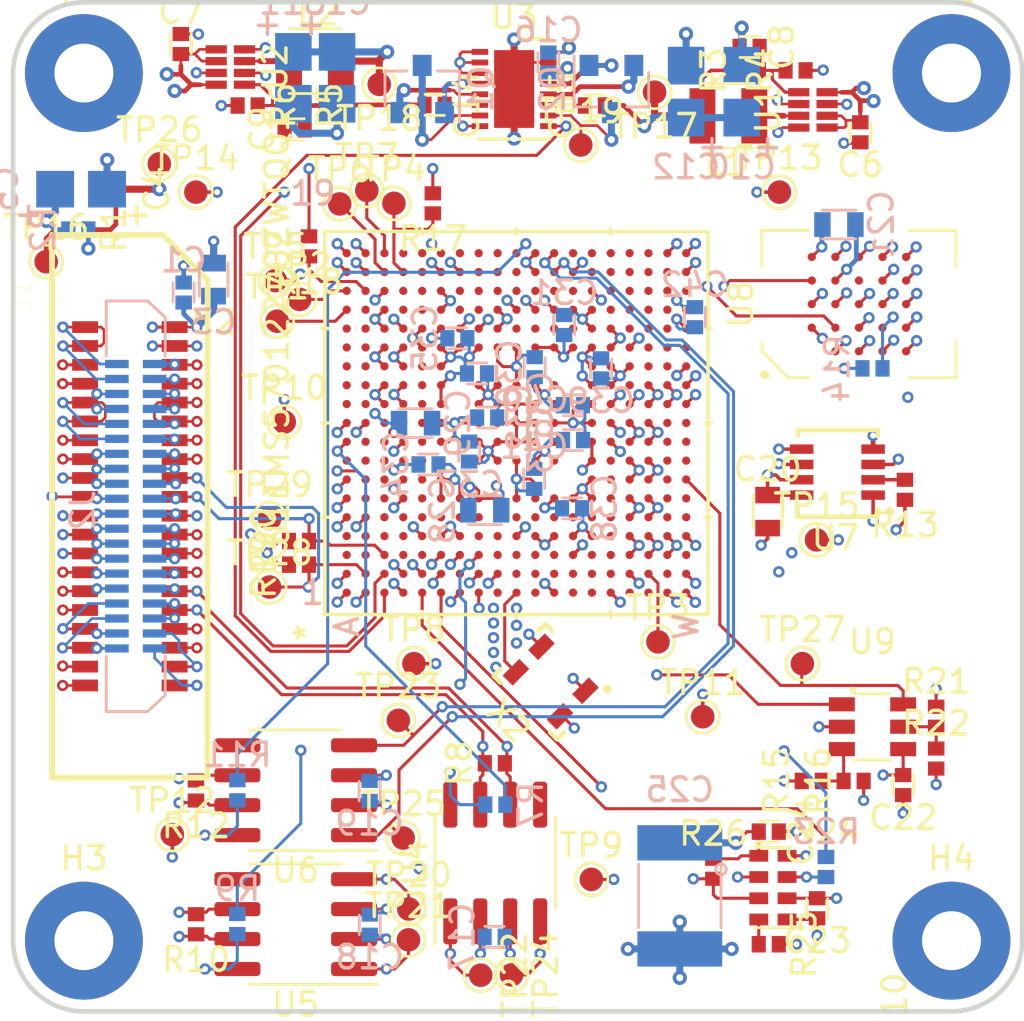
<source format=kicad_pcb>
(kicad_pcb (version 20171130) (host pcbnew "(5.1.10)-1")
  (layers (0 F.Cu signal) (1 In1_GND.Cu power hide) (2 In2.Cu signal) (3 In3.Cu signal) (4 In4_GND.Cu power hide) (31 B.Cu signal) (34 B.Paste user) (35 F.Paste user) (36 B.SilkS user hide) (37 F.SilkS user hide) (38 B.Mask user) (39 F.Mask user) (44 Edge.Cuts user))
  (net 0 "")
  (net 1 OBC_3V3)
  (net 2 GND)
  (net 3 "Net-(C4-Pad2)")
  (net 4 "Net-(C8-Pad2)")
  (net 5 "Net-(C9-Pad2)")
  (net 6 "Net-(C14-Pad2)")
  (net 7 "Net-(C15-Pad2)")
  (net 8 OBC_RTC_Vbackup)
  (net 9 /Connectors/ADS_nRST)
  (net 10 /CAN_XCVR_PL/CAN_H_PL)
  (net 11 /CAN_XCVR_PL/CAN_L_PL)
  (net 12 /CAN_XCVR_R/CAN_H_PL)
  (net 13 /CAN_XCVR_R/CAN_L_PL)
  (net 14 /Connectors/CAN_H_PA)
  (net 15 /Connectors/CAN_L_PA)
  (net 16 /Connectors/GPS_STS)
  (net 17 /Connectors/GPS_P1PPS)
  (net 18 /Connectors/GPS_RXD0)
  (net 19 PAYLOAD_3V3)
  (net 20 PAYLOAD_5V)
  (net 21 "Net-(R7-Pad2)")
  (net 22 /CAN_XCVR_PL/CAN_PL_Rs)
  (net 23 "Net-(R9-Pad2)")
  (net 24 /CAN_XCVR_R/CAN_PL_Rs)
  (net 25 /TMS570_uC/CAN_PA_Rs)
  (net 26 "Net-(R11-Pad2)")
  (net 27 /FRAM_1/FRAM_1_CIPO)
  (net 28 "Net-(R13-Pad2)")
  (net 29 "Net-(R14-Pad2)")
  (net 30 /FL_1/FL_1_SO_IO1)
  (net 31 /TMS570_uC/JTAG_nTRST)
  (net 32 /TMS570_uC/uC_nRST)
  (net 33 /Power/GATE_2)
  (net 34 /Power/GATE_1)
  (net 35 /CAN_XCVR_PL/CAN_PL_D)
  (net 36 /CAN_XCVR_PL/CAN_PL_R)
  (net 37 "Net-(U4-Pad5)")
  (net 38 "Net-(U5-Pad5)")
  (net 39 /CAN_XCVR_R/CAN_PL_R)
  (net 40 /CAN_XCVR_R/CAN_PL_D)
  (net 41 /TMS570_uC/CAN_PA_D)
  (net 42 /TMS570_uC/CAN_PA_R)
  (net 43 "Net-(U6-Pad5)")
  (net 44 "Net-(U11-PadW17)")
  (net 45 "Net-(U11-PadW14)")
  (net 46 "Net-(U11-PadW10)")
  (net 47 "Net-(U11-PadW9)")
  (net 48 "Net-(U11-PadW8)")
  (net 49 "Net-(U11-PadW6)")
  (net 50 "Net-(U11-PadW5)")
  (net 51 "Net-(U11-PadW3)")
  (net 52 "Net-(U11-PadV18)")
  (net 53 "Net-(U11-PadV17)")
  (net 54 "Net-(U11-PadV16)")
  (net 55 "Net-(U11-PadV15)")
  (net 56 "Net-(U11-PadV14)")
  (net 57 "Net-(U11-PadV13)")
  (net 58 "Net-(U11-PadV10)")
  (net 59 "Net-(U11-PadV9)")
  (net 60 "Net-(U11-PadV8)")
  (net 61 "Net-(U11-PadV7)")
  (net 62 "Net-(U11-PadV6)")
  (net 63 "Net-(U11-PadV5)")
  (net 64 "Net-(U11-PadV2)")
  (net 65 "Net-(U11-PadU19)")
  (net 66 "Net-(U11-PadU18)")
  (net 67 "Net-(U11-PadU17)")
  (net 68 "Net-(U11-PadU16)")
  (net 69 "Net-(U11-PadU15)")
  (net 70 "Net-(U11-PadU14)")
  (net 71 "Net-(U11-PadU13)")
  (net 72 /TMS570_uC/JTAG_TEST)
  (net 73 "Net-(U11-PadU1)")
  (net 74 "Net-(U11-PadT19)")
  (net 75 "Net-(U11-PadT18)")
  (net 76 "Net-(U11-PadT17)")
  (net 77 "Net-(U11-PadT16)")
  (net 78 "Net-(U11-PadT15)")
  (net 79 "Net-(U11-PadT12)")
  (net 80 "Net-(U11-PadT1)")
  (net 81 "Net-(U11-PadR19)")
  (net 82 "Net-(U11-PadR18)")
  (net 83 "Net-(U11-PadR17)")
  (net 84 "Net-(U11-PadR16)")
  (net 85 "Net-(U11-PadR2)")
  (net 86 "Net-(U11-PadP19)")
  (net 87 "Net-(U11-PadP18)")
  (net 88 "Net-(U11-PadP3)")
  (net 89 "Net-(U11-PadP2)")
  (net 90 "Net-(U11-PadP1)")
  (net 91 "Net-(U11-PadN19)")
  (net 92 /FRAM_1/FRAM_1_nCS)
  (net 93 "Net-(U11-PadN2)")
  (net 94 "Net-(U11-PadM17)")
  (net 95 "Net-(U11-PadM3)")
  (net 96 "Net-(U11-PadM2)")
  (net 97 "Net-(U11-PadL17)")
  (net 98 "Net-(U11-PadL2)")
  (net 99 "Net-(U11-PadL1)")
  (net 100 "Net-(U11-PadK18)")
  (net 101 "Net-(U11-PadK17)")
  (net 102 "Net-(U11-PadK2)")
  (net 103 /TMS570_uC/uC_OSC_IN)
  (net 104 "Net-(U11-PadJ17)")
  (net 105 "Net-(U11-PadJ5)")
  (net 106 "Net-(U11-PadJ4)")
  (net 107 "Net-(U11-PadJ3)")
  (net 108 "Net-(U11-PadJ1)")
  (net 109 "Net-(U11-PadH18)")
  (net 110 "Net-(U11-PadH17)")
  (net 111 "Net-(U11-PadH16)")
  (net 112 "Net-(U11-PadH5)")
  (net 113 "Net-(U11-PadH4)")
  (net 114 /FL_1/FL_1_nHOLD_IO3)
  (net 115 "Net-(U11-PadG19)")
  (net 116 "Net-(U11-PadG17)")
  (net 117 "Net-(U11-PadG16)")
  (net 118 /FL_1/FL_1_nCS2)
  (net 119 "Net-(U11-PadG2)")
  (net 120 /FL_1/FL_1_SI_IO0)
  (net 121 /FL_1/FL_1_CLK)
  (net 122 /FL_1/FL_1_nCS1)
  (net 123 /FL_1/FL_1_nRESET)
  (net 124 "Net-(U11-PadE18)")
  (net 125 "Net-(U11-PadE17)")
  (net 126 "Net-(U11-PadE16)")
  (net 127 "Net-(U11-PadE12)")
  (net 128 "Net-(U11-PadE3)")
  (net 129 /FRAM_1/FRAM_1_CLK)
  (net 130 "Net-(U11-PadD19)")
  (net 131 "Net-(U11-PadD3)")
  (net 132 /FRAM_1/FRAM_1_COPI)
  (net 133 /TMS570_uC/JTAG_TMS)
  (net 134 /TMS570_uC/JTAG_TDO)
  (net 135 /TMS570_uC/JTAG_TCK)
  (net 136 "Net-(U11-PadB16)")
  (net 137 "Net-(U11-PadB15)")
  (net 138 "Net-(U11-PadB14)")
  (net 139 "Net-(U11-PadB13)")
  (net 140 "Net-(U11-PadB12)")
  (net 141 "Net-(U11-PadB11)")
  (net 142 "Net-(U11-PadB9)")
  (net 143 "Net-(U11-PadB8)")
  (net 144 "Net-(U11-PadB6)")
  (net 145 "Net-(U11-PadB4)")
  (net 146 "Net-(U11-PadB3)")
  (net 147 /TMS570_uC/JTAG_TDI)
  (net 148 /TMS570_uC/JTAG_RTCK)
  (net 149 "Net-(U11-PadA15)")
  (net 150 "Net-(U11-PadA14)")
  (net 151 "Net-(U11-PadA13)")
  (net 152 "Net-(U11-PadA12)")
  (net 153 "Net-(U11-PadA11)")
  (net 154 "Net-(U11-PadA8)")
  (net 155 "Net-(U11-PadA4)")
  (net 156 "Net-(U11-PadA3)")
  (net 157 /Connectors/GPS_nRST)
  (net 158 OBC_1V25_P)
  (net 159 OBC_1V25)
  (net 160 "Net-(L1-Pad1)")
  (net 161 "Net-(L2-Pad1)")
  (net 162 /Power/OBC_1V25_P_PG)
  (net 163 /Power/OBC_1V25_R_PG)
  (net 164 OBC_1V25_R)
  (net 165 "Net-(U11-PadC4)")
  (net 166 "Net-(U11-PadC5)")
  (net 167 "Net-(U11-PadC6)")
  (net 168 "Net-(U11-PadC7)")
  (net 169 "Net-(U11-PadC8)")
  (net 170 "Net-(U11-PadC9)")
  (net 171 "Net-(U11-PadC10)")
  (net 172 "Net-(U11-PadD4)")
  (net 173 "Net-(U11-PadD5)")
  (net 174 "Net-(U11-PadD16)")
  (net 175 "Net-(U11-PadD17)")
  (net 176 "Net-(U11-PadE5)")
  (net 177 "Net-(U11-PadE6)")
  (net 178 "Net-(U11-PadE7)")
  (net 179 "Net-(U11-PadE8)")
  (net 180 "Net-(U11-PadE9)")
  (net 181 "Net-(U11-PadE10)")
  (net 182 "Net-(U11-PadE11)")
  (net 183 "Net-(U11-PadE13)")
  (net 184 "Net-(U11-PadF5)")
  (net 185 "Net-(U11-PadG5)")
  (net 186 "Net-(U11-PadK3)")
  (net 187 "Net-(U11-PadK5)")
  (net 188 "Net-(U11-PadK15)")
  (net 189 "Net-(U11-PadL3)")
  (net 190 "Net-(U11-PadL5)")
  (net 191 "Net-(U11-PadL15)")
  (net 192 "Net-(U11-PadM5)")
  (net 193 "Net-(U11-PadM15)")
  (net 194 "Net-(U11-PadN5)")
  (net 195 "Net-(U11-PadN15)")
  (net 196 "Net-(U11-PadN17)")
  (net 197 "Net-(U11-PadP5)")
  (net 198 "Net-(U11-PadR3)")
  (net 199 "Net-(U11-PadR4)")
  (net 200 "Net-(U11-PadR5)")
  (net 201 "Net-(U11-PadR6)")
  (net 202 "Net-(U11-PadR7)")
  (net 203 "Net-(U11-PadR8)")
  (net 204 /Connectors/GPS_TXD0)
  (net 205 "Net-(U8-PadC4)")
  (net 206 /RTC/OBC_I2C_SCL)
  (net 207 /RTC/OBC_I2C_SDA)
  (net 208 /Supervisor/WDT)
  (net 209 /Supervisor/WDR)
  (net 210 /RTC/RTC_CLKOUT)
  (net 211 "Net-(R23-Pad1)")
  (net 212 "Net-(R24-Pad1)")
  (net 213 "Net-(R25-Pad2)")
  (net 214 /RTC/RTC_nINT)
  (net 215 /Supervisor/SPVSR_nRST)
  (net 216 /Supervisor/SPVSR_PET)
  (net 217 "Net-(U11-PadE19)")
  (net 218 "Net-(U11-PadH19)")
  (net 219 "Net-(U11-PadJ18)")
  (net 220 "Net-(U11-PadJ19)")
  (net 221 "Net-(U11-PadN1)")
  (module TFT_C_passive_SMD:0402_CAP (layer F.Cu) (at 120.925 106.675 270)
    (fp_text reference C24 (at 0 -1.4 90) (layer F.SilkS))
    (fp_text value 100n-10V-0402-5%-CER)
    (pad 2 smd rect (at 0 -0.45 270) (size 0.7 0.6) (layers F.Cu F.Paste F.Mask) (net 2 GND))
    (pad 1 smd rect (at 0 0.4 270) (size 0.7 0.6) (layers F.Cu F.Paste F.Mask) (net 8 OBC_RTC_Vbackup))
  )
  (module TFT_C_passive_SMD:0402_CAP (layer F.Cu) (at 123 109.9 180)
    (fp_text reference C23 (at 0 -1.4) (layer F.SilkS))
    (fp_text value 100n-10V-0402-5%-CER)
    (pad 2 smd rect (at 0 -0.45 180) (size 0.7 0.6) (layers F.Cu F.Paste F.Mask) (net 2 GND))
    (pad 1 smd rect (at 0 0.4 180) (size 0.7 0.6) (layers F.Cu F.Paste F.Mask) (net 1 OBC_3V3))
  )
  (module TFT_C_passive_SMD:0402_CAP (layer F.Cu) (at 126.65 104.675 180)
    (fp_text reference C22 (at 0 -1.4) (layer F.SilkS))
    (fp_text value 100n-10V-0402-5%-CER)
    (pad 2 smd rect (at 0 -0.45 180) (size 0.7 0.6) (layers F.Cu F.Paste F.Mask) (net 2 GND))
    (pad 1 smd rect (at 0 0.4 180) (size 0.7 0.6) (layers F.Cu F.Paste F.Mask) (net 1 OBC_3V3))
  )
  (module TFT_R_passive_SMD:0402_RES (layer F.Cu) (at 118.6 108.25)
    (fp_text reference R26 (at 0 -1.5) (layer F.SilkS))
    (fp_text value 10K-50V-0402-1%)
    (pad 2 smd rect (at 0 0.425) (size 0.7 0.6) (layers F.Cu F.Paste F.Mask) (net 214 /RTC/RTC_nINT))
    (pad 1 smd rect (at 0 -0.425) (size 0.7 0.6) (layers F.Cu F.Paste F.Mask) (net 8 OBC_RTC_Vbackup))
  )
  (module TFT_R_passive_SMD:0402_RES (layer F.Cu) (at 120.95 111.45 270)
    (fp_text reference R25 (at 0 -1.5 90) (layer F.SilkS))
    (fp_text value 10K-50V-0402-1%)
    (pad 2 smd rect (at 0 0.425 270) (size 0.7 0.6) (layers F.Cu F.Paste F.Mask) (net 213 "Net-(R25-Pad2)"))
    (pad 1 smd rect (at 0 -0.425 270) (size 0.7 0.6) (layers F.Cu F.Paste F.Mask) (net 1 OBC_3V3))
  )
  (module TFT_R_passive_SMD:0402_RES (layer F.Cu) (at 123.375 108.175)
    (fp_text reference R24 (at 0 -1.5) (layer F.SilkS))
    (fp_text value 0R-50V-0402)
    (pad 2 smd rect (at 0 0.425) (size 0.7 0.6) (layers F.Cu F.Paste F.Mask) (net 210 /RTC/RTC_CLKOUT))
    (pad 1 smd rect (at 0 -0.425) (size 0.7 0.6) (layers F.Cu F.Paste F.Mask) (net 212 "Net-(R24-Pad1)"))
  )
  (module TFT_R_passive_SMD:0402_RES (layer B.Cu) (at 123.375 108.175 180)
    (fp_text reference R23 (at 0 1.5) (layer B.SilkS) (effects (justify mirror)))
    (fp_text value 0R-50V-0402)
    (pad 2 smd rect (at 0 -0.425 180) (size 0.7 0.6) (layers B.Cu B.Paste B.Mask) (net 210 /RTC/RTC_CLKOUT))
    (pad 1 smd rect (at 0 0.425 180) (size 0.7 0.6) (layers B.Cu B.Paste B.Mask) (net 211 "Net-(R23-Pad1)"))
  )
  (module TFT_R_passive_SMD:0402_RES (layer F.Cu) (at 128.05 103.575)
    (fp_text reference R22 (at 0 -1.5) (layer F.SilkS))
    (fp_text value 0R-50V-0402)
    (pad 2 smd rect (at 0 0.425) (size 0.7 0.6) (layers F.Cu F.Paste F.Mask) (net 2 GND))
    (pad 1 smd rect (at 0 -0.425) (size 0.7 0.6) (layers F.Cu F.Paste F.Mask) (net 209 /Supervisor/WDR))
  )
  (module TFT_R_passive_SMD:0402_RES (layer F.Cu) (at 128.05 101.8)
    (fp_text reference R21 (at 0 -1.5) (layer F.SilkS))
    (fp_text value 0R-50V-0402)
    (pad 2 smd rect (at 0 0.425) (size 0.7 0.6) (layers F.Cu F.Paste F.Mask) (net 209 /Supervisor/WDR))
    (pad 1 smd rect (at 0 -0.425) (size 0.7 0.6) (layers F.Cu F.Paste F.Mask) (net 1 OBC_3V3))
  )
  (module TFT_R_passive_SMD:0402_RES (layer F.Cu) (at 124.55 104.525 90)
    (fp_text reference R16 (at 0 -1.5 90) (layer F.SilkS))
    (fp_text value 0R-50V-0402)
    (pad 2 smd rect (at 0 0.425 90) (size 0.7 0.6) (layers F.Cu F.Paste F.Mask) (net 2 GND))
    (pad 1 smd rect (at 0 -0.425 90) (size 0.7 0.6) (layers F.Cu F.Paste F.Mask) (net 208 /Supervisor/WDT))
  )
  (module TFT_R_passive_SMD:0402_RES (layer F.Cu) (at 122.775 104.525 90)
    (fp_text reference R15 (at 0 -1.5 90) (layer F.SilkS))
    (fp_text value 0R-50V-0402)
    (pad 2 smd rect (at 0 0.425 90) (size 0.7 0.6) (layers F.Cu F.Paste F.Mask) (net 208 /Supervisor/WDT))
    (pad 1 smd rect (at 0 -0.425 90) (size 0.7 0.6) (layers F.Cu F.Paste F.Mask) (net 1 OBC_3V3))
  )
  (module TFT_TestPoints:TP_RDPad_D1.0mm (layer F.Cu) (at 113.425 108.7)
    (fp_text reference TP9 (at 0 -1.448) (layer F.SilkS))
    (fp_text value TEST-POINT)
    (pad 1 smd circle (at 0 0) (size 1 1) (layers F.Cu F.Mask) (net 2 GND))
  )
  (module TFT_misc:RV-3032-C7 (layer F.Cu) (at 121.125 109.05 270)
    (fp_text reference U10 (at 5.08 -5.1562 90) (layer F.SilkS))
    (fp_text value RV-3032-C7)
    (pad 8 smd rect (at -1.35 -0.6 270) (size 0.5 0.8) (layers F.Cu F.Paste F.Mask) (net 206 /RTC/OBC_I2C_SCL))
    (pad 7 smd rect (at -0.45 -0.6 270) (size 0.5 0.8) (layers F.Cu F.Paste F.Mask) (net 210 /RTC/RTC_CLKOUT))
    (pad 6 smd rect (at 0.45 -0.6 270) (size 0.5 0.8) (layers F.Cu F.Paste F.Mask) (net 1 OBC_3V3))
    (pad 5 smd rect (at 1.35 -0.6 270) (size 0.5 0.8) (layers F.Cu F.Paste F.Mask) (net 2 GND))
    (pad 4 smd rect (at 1.35 0.6 270) (size 0.5 0.8) (layers F.Cu F.Paste F.Mask) (net 213 "Net-(R25-Pad2)"))
    (pad 3 smd rect (at 0.45 0.6 270) (size 0.5 0.8) (layers F.Cu F.Paste F.Mask) (net 214 /RTC/RTC_nINT))
    (pad 2 smd rect (at -0.45 0.6 270) (size 0.5 0.8) (layers F.Cu F.Paste F.Mask) (net 207 /RTC/OBC_I2C_SDA))
    (pad 1 smd rect (at -1.35 0.6 270) (size 0.5 0.8) (layers F.Cu F.Paste F.Mask) (net 8 OBC_RTC_Vbackup))
  )
  (module TFT_SOT:SOT-236 (layer F.Cu) (at 125.35 102.225)
    (fp_text reference U9 (at 0 -3.6068) (layer F.SilkS))
    (fp_text value TPS3813K33-EP)
    (pad 6 smd rect (at 1.3 -0.95) (size 1.1 0.6) (layers F.Cu F.Paste F.Mask) (net 215 /Supervisor/SPVSR_nRST))
    (pad 5 smd rect (at 1.3 0) (size 1.1 0.6) (layers F.Cu F.Paste F.Mask) (net 209 /Supervisor/WDR))
    (pad 4 smd rect (at 1.3 0.95) (size 1.1 0.6) (layers F.Cu F.Paste F.Mask) (net 1 OBC_3V3))
    (pad 3 smd rect (at -1.3 0.95) (size 1.1 0.6) (layers F.Cu F.Paste F.Mask) (net 208 /Supervisor/WDT))
    (pad 2 smd rect (at -1.3 0) (size 1.1 0.6) (layers F.Cu F.Paste F.Mask) (net 2 GND))
    (pad 1 smd rect (at -1.3 -0.95) (size 1.1 0.6) (layers F.Cu F.Paste F.Mask) (net 216 /Supervisor/SPVSR_PET))
  )
  (module TFT_misc:1812_BATT (layer B.Cu) (at 117.175 109.4 180)
    (fp_text reference C25 (at 0 4.5) (layer B.SilkS) (effects (justify mirror)))
    (fp_text value 100uAH-1V8-4.4x3mm_LIon_batt)
    (pad 2 smd rect (at 0 -2.25 180) (size 3.6 1.5) (layers B.Cu B.Paste B.Mask) (net 2 GND))
    (pad 1 smd rect (at 0 2.25 180) (size 3.6 1.5) (layers B.Cu B.Paste B.Mask) (net 8 OBC_RTC_Vbackup))
  )
  (module TFT_XTAL:LFTCXO075797 (layer F.Cu) (at 113.175 100.7 135)
    (fp_text reference X2 (at 1.4 -3.2 135) (layer F.SilkS))
    (fp_text value LFTCXO075797)
    (pad 4 smd rect (at 0 -1.53 135) (size 0.6 1) (layers F.Cu F.Paste F.Mask) (net 1 OBC_3V3))
    (pad 3 smd rect (at 2.64 -1.53 135) (size 0.6 1) (layers F.Cu F.Paste F.Mask) (net 103 /TMS570_uC/uC_OSC_IN))
    (pad 2 smd rect (at 2.64 0 135) (size 0.6 1) (layers F.Cu F.Paste F.Mask) (net 2 GND))
    (pad 1 smd rect (at 0 0 135) (size 0.6 1) (layers F.Cu F.Paste F.Mask) (net 2 GND))
  )
  (module TFT_GQFN:CY15B108QI (layer F.Cu) (at 125.375 92.4 180)
    (fp_text reference U7 (at 1.6 -1.8) (layer F.SilkS))
    (fp_text value CY15B108QI)
    (pad 8 smd rect (at 3.03 0 180) (size 1 0.4) (layers F.Cu F.Paste F.Mask) (net 1 OBC_3V3))
    (pad 7 smd rect (at 3.03 0.65 180) (size 1 0.4) (layers F.Cu F.Paste F.Mask) (net 1 OBC_3V3))
    (pad 6 smd rect (at 3.03 1.3 180) (size 1 0.4) (layers F.Cu F.Paste F.Mask) (net 129 /FRAM_1/FRAM_1_CLK))
    (pad 5 smd rect (at 3.03 1.95 180) (size 1 0.4) (layers F.Cu F.Paste F.Mask) (net 132 /FRAM_1/FRAM_1_COPI))
    (pad 4 smd rect (at 0 1.95 180) (size 1 0.4) (layers F.Cu F.Paste F.Mask) (net 2 GND))
    (pad 3 smd rect (at 0 1.3 180) (size 1 0.4) (layers F.Cu F.Paste F.Mask) (net 1 OBC_3V3))
    (pad 2 smd rect (at 0 0.65 180) (size 1 0.4) (layers F.Cu F.Paste F.Mask) (net 28 "Net-(R13-Pad2)"))
    (pad 1 smd rect (at 0 0 180) (size 1 0.4) (layers F.Cu F.Paste F.Mask) (net 92 /FRAM_1/FRAM_1_nCS))
  )
  (module TFT_BGA:BGA-24_5x5_6.0x8.0mm (layer F.Cu) (at 124.775 84.3 90)
    (fp_text reference U8 (at 0 -5 90) (layer F.SilkS))
    (fp_text value S70FL01GS)
    (pad E5 smd circle (at 2 2 90) (size 0.35 0.35) (layers F.Cu F.Paste F.Mask) (net 2 GND))
    (pad D5 smd circle (at 2 1 90) (size 0.35 0.35) (layers F.Cu F.Paste F.Mask) (net 2 GND))
    (pad C5 smd circle (at 2 0 90) (size 0.35 0.35) (layers F.Cu F.Paste F.Mask) (net 2 GND))
    (pad B5 smd circle (at 2 -1 90) (size 0.35 0.35) (layers F.Cu F.Paste F.Mask) (net 2 GND))
    (pad A5 smd circle (at 2 -2 90) (size 0.35 0.35) (layers F.Cu F.Paste F.Mask) (net 2 GND))
    (pad E4 smd circle (at 1 2 90) (size 0.35 0.35) (layers F.Cu F.Paste F.Mask) (net 2 GND))
    (pad D4 smd circle (at 1 1 90) (size 0.35 0.35) (layers F.Cu F.Paste F.Mask) (net 114 /FL_1/FL_1_nHOLD_IO3))
    (pad C4 smd circle (at 1 0 90) (size 0.35 0.35) (layers F.Cu F.Paste F.Mask) (net 205 "Net-(U8-PadC4)"))
    (pad B4 smd circle (at 1 -1 90) (size 0.35 0.35) (layers F.Cu F.Paste F.Mask) (net 1 OBC_3V3))
    (pad A4 smd circle (at 1 -2 90) (size 0.35 0.35) (layers F.Cu F.Paste F.Mask) (net 123 /FL_1/FL_1_nRESET))
    (pad E3 smd circle (at 0 2 90) (size 0.35 0.35) (layers F.Cu F.Paste F.Mask) (net 2 GND))
    (pad D3 smd circle (at 0 1 90) (size 0.35 0.35) (layers F.Cu F.Paste F.Mask) (net 120 /FL_1/FL_1_SI_IO0))
    (pad C3 smd circle (at 0 0 90) (size 0.35 0.35) (layers F.Cu F.Paste F.Mask) (net 2 GND))
    (pad B3 smd circle (at 0 -1 90) (size 0.35 0.35) (layers F.Cu F.Paste F.Mask) (net 2 GND))
    (pad A3 smd circle (at 0 -2 90) (size 0.35 0.35) (layers F.Cu F.Paste F.Mask) (net 118 /FL_1/FL_1_nCS2))
    (pad E2 smd circle (at -1 2 90) (size 0.35 0.35) (layers F.Cu F.Paste F.Mask) (net 2 GND))
    (pad D2 smd circle (at -1 1 90) (size 0.35 0.35) (layers F.Cu F.Paste F.Mask) (net 29 "Net-(R14-Pad2)"))
    (pad C2 smd circle (at -1 0 90) (size 0.35 0.35) (layers F.Cu F.Paste F.Mask) (net 122 /FL_1/FL_1_nCS1))
    (pad B2 smd circle (at -1 -1 90) (size 0.35 0.35) (layers F.Cu F.Paste F.Mask) (net 121 /FL_1/FL_1_CLK))
    (pad A2 smd circle (at -1 -2 90) (size 0.35 0.35) (layers F.Cu F.Paste F.Mask) (net 2 GND))
    (pad E1 smd circle (at -2 2 90) (size 0.35 0.35) (layers F.Cu F.Paste F.Mask) (net 2 GND))
    (pad D1 smd circle (at -2 1 90) (size 0.35 0.35) (layers F.Cu F.Paste F.Mask) (net 2 GND))
    (pad C1 smd circle (at -2 0 90) (size 0.35 0.35) (layers F.Cu F.Paste F.Mask) (net 2 GND))
    (pad B1 smd circle (at -2 -1 90) (size 0.35 0.35) (layers F.Cu F.Paste F.Mask) (net 2 GND))
  )
  (module TFT_BGA:ZWT337 (layer F.Cu) (at 110.24792 89.33844 90)
    (fp_text reference U11 (at -3.81 -10.16 90) (layer F.SilkS))
    (fp_text value TMS5701227CZWTQQ1 (at 5.08 -10.16 90) (layer F.SilkS))
    (fp_text user * (at -8.89 -8.89 90) (layer F.SilkS))
    (fp_text user A (at -8.635001 -7.199999 90) (layer F.SilkS))
    (fp_text user A (at -8.635001 -7.199999 90) (layer B.SilkS))
    (fp_text user W (at -8.635001 7.199999 90) (layer F.SilkS))
    (fp_text user W (at -8.635001 7.199999 90) (layer B.SilkS))
    (fp_text user 1 (at -7.199999 -8.635) (layer F.SilkS))
    (fp_text user 1 (at -7.199999 -8.635) (layer B.SilkS))
    (fp_text user 19 (at 9.739999 -8.635) (layer F.SilkS))
    (fp_text user 19 (at 9.739999 -8.635) (layer B.SilkS))
    (pad A1 smd circle (at -7.199999 -7.199999 90) (size 0.35 0.35) (layers F.Cu F.Paste F.Mask) (net 2 GND))
    (pad A2 smd circle (at -6.399999 -7.199999 90) (size 0.35 0.35) (layers F.Cu F.Paste F.Mask) (net 2 GND))
    (pad A3 smd circle (at -5.6 -7.199999 90) (size 0.35 0.35) (layers F.Cu F.Paste F.Mask) (net 156 "Net-(U11-PadA3)"))
    (pad A4 smd circle (at -4.8 -7.199999 90) (size 0.35 0.35) (layers F.Cu F.Paste F.Mask) (net 155 "Net-(U11-PadA4)"))
    (pad A5 smd circle (at -4 -7.199999 90) (size 0.35 0.35) (layers F.Cu F.Paste F.Mask) (net 16 /Connectors/GPS_STS))
    (pad A6 smd circle (at -3.2 -7.199999 90) (size 0.35 0.35) (layers F.Cu F.Paste F.Mask) (net 17 /Connectors/GPS_P1PPS))
    (pad A7 smd circle (at -2.4 -7.199999 90) (size 0.35 0.35) (layers F.Cu F.Paste F.Mask) (net 204 /Connectors/GPS_TXD0))
    (pad A8 smd circle (at -1.6 -7.199999 90) (size 0.35 0.35) (layers F.Cu F.Paste F.Mask) (net 154 "Net-(U11-PadA8)"))
    (pad A9 smd circle (at -0.8 -7.199999 90) (size 0.35 0.35) (layers F.Cu F.Paste F.Mask) (net 22 /CAN_XCVR_PL/CAN_PL_Rs))
    (pad A10 smd circle (at 0 -7.199999 90) (size 0.35 0.35) (layers F.Cu F.Paste F.Mask) (net 35 /CAN_XCVR_PL/CAN_PL_D))
    (pad A11 smd circle (at 0.8 -7.199999 90) (size 0.35 0.35) (layers F.Cu F.Paste F.Mask) (net 153 "Net-(U11-PadA11)"))
    (pad A12 smd circle (at 1.6 -7.199999 90) (size 0.35 0.35) (layers F.Cu F.Paste F.Mask) (net 152 "Net-(U11-PadA12)"))
    (pad A13 smd circle (at 2.4 -7.199999 90) (size 0.35 0.35) (layers F.Cu F.Paste F.Mask) (net 151 "Net-(U11-PadA13)"))
    (pad A14 smd circle (at 3.199999 -7.199999 90) (size 0.35 0.35) (layers F.Cu F.Paste F.Mask) (net 150 "Net-(U11-PadA14)"))
    (pad A15 smd circle (at 3.999999 -7.199999 90) (size 0.35 0.35) (layers F.Cu F.Paste F.Mask) (net 149 "Net-(U11-PadA15)"))
    (pad A16 smd circle (at 4.799999 -7.199999 90) (size 0.35 0.35) (layers F.Cu F.Paste F.Mask) (net 148 /TMS570_uC/JTAG_RTCK))
    (pad A17 smd circle (at 5.599999 -7.199999 90) (size 0.35 0.35) (layers F.Cu F.Paste F.Mask) (net 147 /TMS570_uC/JTAG_TDI))
    (pad A18 smd circle (at 6.399999 -7.199999 90) (size 0.35 0.35) (layers F.Cu F.Paste F.Mask) (net 2 GND))
    (pad A19 smd circle (at 7.199999 -7.199999 90) (size 0.35 0.35) (layers F.Cu F.Paste F.Mask) (net 2 GND))
    (pad B1 smd circle (at -7.199999 -6.399999 90) (size 0.35 0.35) (layers F.Cu F.Paste F.Mask) (net 2 GND))
    (pad B2 smd circle (at -6.399999 -6.399999 90) (size 0.35 0.35) (layers F.Cu F.Paste F.Mask) (net 207 /RTC/OBC_I2C_SDA))
    (pad B3 smd circle (at -5.6 -6.399999 90) (size 0.35 0.35) (layers F.Cu F.Paste F.Mask) (net 146 "Net-(U11-PadB3)"))
    (pad B4 smd circle (at -4.8 -6.399999 90) (size 0.35 0.35) (layers F.Cu F.Paste F.Mask) (net 145 "Net-(U11-PadB4)"))
    (pad B5 smd circle (at -4 -6.399999 90) (size 0.35 0.35) (layers F.Cu F.Paste F.Mask) (net 157 /Connectors/GPS_nRST))
    (pad B6 smd circle (at -3.2 -6.399999 90) (size 0.35 0.35) (layers F.Cu F.Paste F.Mask) (net 144 "Net-(U11-PadB6)"))
    (pad B7 smd circle (at -2.4 -6.399999 90) (size 0.35 0.35) (layers F.Cu F.Paste F.Mask) (net 18 /Connectors/GPS_RXD0))
    (pad B8 smd circle (at -1.6 -6.399999 90) (size 0.35 0.35) (layers F.Cu F.Paste F.Mask) (net 143 "Net-(U11-PadB8)"))
    (pad B9 smd circle (at -0.8 -6.399999 90) (size 0.35 0.35) (layers F.Cu F.Paste F.Mask) (net 142 "Net-(U11-PadB9)"))
    (pad B10 smd circle (at 0 -6.399999 90) (size 0.35 0.35) (layers F.Cu F.Paste F.Mask) (net 36 /CAN_XCVR_PL/CAN_PL_R))
    (pad B11 smd circle (at 0.8 -6.399999 90) (size 0.35 0.35) (layers F.Cu F.Paste F.Mask) (net 141 "Net-(U11-PadB11)"))
    (pad B12 smd circle (at 1.6 -6.399999 90) (size 0.35 0.35) (layers F.Cu F.Paste F.Mask) (net 140 "Net-(U11-PadB12)"))
    (pad B13 smd circle (at 2.4 -6.399999 90) (size 0.35 0.35) (layers F.Cu F.Paste F.Mask) (net 139 "Net-(U11-PadB13)"))
    (pad B14 smd circle (at 3.199999 -6.399999 90) (size 0.35 0.35) (layers F.Cu F.Paste F.Mask) (net 138 "Net-(U11-PadB14)"))
    (pad B15 smd circle (at 3.999999 -6.399999 90) (size 0.35 0.35) (layers F.Cu F.Paste F.Mask) (net 137 "Net-(U11-PadB15)"))
    (pad B16 smd circle (at 4.799999 -6.399999 90) (size 0.35 0.35) (layers F.Cu F.Paste F.Mask) (net 136 "Net-(U11-PadB16)"))
    (pad B17 smd circle (at 5.599999 -6.399999 90) (size 0.35 0.35) (layers F.Cu F.Paste F.Mask) (net 32 /TMS570_uC/uC_nRST))
    (pad B18 smd circle (at 6.399999 -6.399999 90) (size 0.35 0.35) (layers F.Cu F.Paste F.Mask) (net 135 /TMS570_uC/JTAG_TCK))
    (pad B19 smd circle (at 7.199999 -6.399999 90) (size 0.35 0.35) (layers F.Cu F.Paste F.Mask) (net 2 GND))
    (pad C1 smd circle (at -7.199999 -5.6 90) (size 0.35 0.35) (layers F.Cu F.Paste F.Mask) (net 162 /Power/OBC_1V25_P_PG))
    (pad C2 smd circle (at -6.399999 -5.6 90) (size 0.35 0.35) (layers F.Cu F.Paste F.Mask) (net 163 /Power/OBC_1V25_R_PG))
    (pad C3 smd circle (at -5.6 -5.6 90) (size 0.35 0.35) (layers F.Cu F.Paste F.Mask) (net 206 /RTC/OBC_I2C_SCL))
    (pad C4 smd circle (at -4.8 -5.6 90) (size 0.35 0.35) (layers F.Cu F.Paste F.Mask) (net 165 "Net-(U11-PadC4)"))
    (pad C5 smd circle (at -4 -5.6 90) (size 0.35 0.35) (layers F.Cu F.Paste F.Mask) (net 166 "Net-(U11-PadC5)"))
    (pad C6 smd circle (at -3.2 -5.6 90) (size 0.35 0.35) (layers F.Cu F.Paste F.Mask) (net 167 "Net-(U11-PadC6)"))
    (pad C7 smd circle (at -2.4 -5.6 90) (size 0.35 0.35) (layers F.Cu F.Paste F.Mask) (net 168 "Net-(U11-PadC7)"))
    (pad C8 smd circle (at -1.6 -5.6 90) (size 0.35 0.35) (layers F.Cu F.Paste F.Mask) (net 169 "Net-(U11-PadC8)"))
    (pad C9 smd circle (at -0.8 -5.6 90) (size 0.35 0.35) (layers F.Cu F.Paste F.Mask) (net 170 "Net-(U11-PadC9)"))
    (pad C10 smd circle (at 0 -5.6 90) (size 0.35 0.35) (layers F.Cu F.Paste F.Mask) (net 171 "Net-(U11-PadC10)"))
    (pad C11 smd circle (at 0.8 -5.6 90) (size 0.35 0.35) (layers F.Cu F.Paste F.Mask) (net 2 GND))
    (pad C12 smd circle (at 1.6 -5.6 90) (size 0.35 0.35) (layers F.Cu F.Paste F.Mask) (net 2 GND))
    (pad C13 smd circle (at 2.4 -5.6 90) (size 0.35 0.35) (layers F.Cu F.Paste F.Mask) (net 2 GND))
    (pad C14 smd circle (at 3.199999 -5.6 90) (size 0.35 0.35) (layers F.Cu F.Paste F.Mask) (net 2 GND))
    (pad C15 smd circle (at 3.999999 -5.6 90) (size 0.35 0.35) (layers F.Cu F.Paste F.Mask) (net 2 GND))
    (pad C16 smd circle (at 4.799999 -5.6 90) (size 0.35 0.35) (layers F.Cu F.Paste F.Mask) (net 2 GND))
    (pad C17 smd circle (at 5.599999 -5.6 90) (size 0.35 0.35) (layers F.Cu F.Paste F.Mask) (net 2 GND))
    (pad C18 smd circle (at 6.399999 -5.6 90) (size 0.35 0.35) (layers F.Cu F.Paste F.Mask) (net 134 /TMS570_uC/JTAG_TDO))
    (pad C19 smd circle (at 7.199999 -5.6 90) (size 0.35 0.35) (layers F.Cu F.Paste F.Mask) (net 133 /TMS570_uC/JTAG_TMS))
    (pad D1 smd circle (at -7.199999 -4.8 90) (size 0.35 0.35) (layers F.Cu F.Paste F.Mask) (net 132 /FRAM_1/FRAM_1_COPI))
    (pad D2 smd circle (at -6.399999 -4.8 90) (size 0.35 0.35) (layers F.Cu F.Paste F.Mask) (net 27 /FRAM_1/FRAM_1_CIPO))
    (pad D3 smd circle (at -5.6 -4.8 90) (size 0.35 0.35) (layers F.Cu F.Paste F.Mask) (net 131 "Net-(U11-PadD3)"))
    (pad D4 smd circle (at -4.8 -4.8 90) (size 0.35 0.35) (layers F.Cu F.Paste F.Mask) (net 172 "Net-(U11-PadD4)"))
    (pad D5 smd circle (at -4 -4.8 90) (size 0.35 0.35) (layers F.Cu F.Paste F.Mask) (net 173 "Net-(U11-PadD5)"))
    (pad D6 smd circle (at -3.2 -4.8 90) (size 0.35 0.35) (layers F.Cu F.Paste F.Mask) (net 2 GND))
    (pad D7 smd circle (at -2.4 -4.8 90) (size 0.35 0.35) (layers F.Cu F.Paste F.Mask) (net 2 GND))
    (pad D8 smd circle (at -1.6 -4.8 90) (size 0.35 0.35) (layers F.Cu F.Paste F.Mask) (net 2 GND))
    (pad D9 smd circle (at -0.8 -4.8 90) (size 0.35 0.35) (layers F.Cu F.Paste F.Mask) (net 2 GND))
    (pad D10 smd circle (at 0 -4.8 90) (size 0.35 0.35) (layers F.Cu F.Paste F.Mask) (net 2 GND))
    (pad D11 smd circle (at 0.8 -4.8 90) (size 0.35 0.35) (layers F.Cu F.Paste F.Mask) (net 2 GND))
    (pad D12 smd circle (at 1.6 -4.8 90) (size 0.35 0.35) (layers F.Cu F.Paste F.Mask) (net 2 GND))
    (pad D13 smd circle (at 2.4 -4.8 90) (size 0.35 0.35) (layers F.Cu F.Paste F.Mask) (net 2 GND))
    (pad D14 smd circle (at 3.199999 -4.8 90) (size 0.35 0.35) (layers F.Cu F.Paste F.Mask) (net 2 GND))
    (pad D15 smd circle (at 3.999999 -4.8 90) (size 0.35 0.35) (layers F.Cu F.Paste F.Mask) (net 2 GND))
    (pad D16 smd circle (at 4.799999 -4.8 90) (size 0.35 0.35) (layers F.Cu F.Paste F.Mask) (net 174 "Net-(U11-PadD16)"))
    (pad D17 smd circle (at 5.599999 -4.8 90) (size 0.35 0.35) (layers F.Cu F.Paste F.Mask) (net 175 "Net-(U11-PadD17)"))
    (pad D18 smd circle (at 6.399999 -4.8 90) (size 0.35 0.35) (layers F.Cu F.Paste F.Mask) (net 31 /TMS570_uC/JTAG_nTRST))
    (pad D19 smd circle (at 7.199999 -4.8 90) (size 0.35 0.35) (layers F.Cu F.Paste F.Mask) (net 130 "Net-(U11-PadD19)"))
    (pad E1 smd circle (at -7.199999 -4 90) (size 0.35 0.35) (layers F.Cu F.Paste F.Mask) (net 212 "Net-(R24-Pad1)"))
    (pad E2 smd circle (at -6.399999 -4 90) (size 0.35 0.35) (layers F.Cu F.Paste F.Mask) (net 129 /FRAM_1/FRAM_1_CLK))
    (pad E3 smd circle (at -5.6 -4 90) (size 0.35 0.35) (layers F.Cu F.Paste F.Mask) (net 128 "Net-(U11-PadE3)"))
    (pad E4 smd circle (at -4.8 -4 90) (size 0.35 0.35) (layers F.Cu F.Paste F.Mask) (net 2 GND))
    (pad E5 smd circle (at -4 -4 90) (size 0.35 0.35) (layers F.Cu F.Paste F.Mask) (net 176 "Net-(U11-PadE5)"))
    (pad E6 smd circle (at -3.2 -4 90) (size 0.35 0.35) (layers F.Cu F.Paste F.Mask) (net 177 "Net-(U11-PadE6)"))
    (pad E7 smd circle (at -2.4 -4 90) (size 0.35 0.35) (layers F.Cu F.Paste F.Mask) (net 178 "Net-(U11-PadE7)"))
    (pad E8 smd circle (at -1.6 -4 90) (size 0.35 0.35) (layers F.Cu F.Paste F.Mask) (net 179 "Net-(U11-PadE8)"))
    (pad E9 smd circle (at -0.8 -4 90) (size 0.35 0.35) (layers F.Cu F.Paste F.Mask) (net 180 "Net-(U11-PadE9)"))
    (pad E10 smd circle (at 0 -4 90) (size 0.35 0.35) (layers F.Cu F.Paste F.Mask) (net 181 "Net-(U11-PadE10)"))
    (pad E11 smd circle (at 0.8 -4 90) (size 0.35 0.35) (layers F.Cu F.Paste F.Mask) (net 182 "Net-(U11-PadE11)"))
    (pad E12 smd circle (at 1.6 -4 90) (size 0.35 0.35) (layers F.Cu F.Paste F.Mask) (net 127 "Net-(U11-PadE12)"))
    (pad E13 smd circle (at 2.4 -4 90) (size 0.35 0.35) (layers F.Cu F.Paste F.Mask) (net 183 "Net-(U11-PadE13)"))
    (pad E14 smd circle (at 3.199999 -4 90) (size 0.35 0.35) (layers F.Cu F.Paste F.Mask) (net 2 GND))
    (pad E15 smd circle (at 3.999999 -4 90) (size 0.35 0.35) (layers F.Cu F.Paste F.Mask) (net 2 GND))
    (pad E16 smd circle (at 4.799999 -4 90) (size 0.35 0.35) (layers F.Cu F.Paste F.Mask) (net 126 "Net-(U11-PadE16)"))
    (pad E17 smd circle (at 5.599999 -4 90) (size 0.35 0.35) (layers F.Cu F.Paste F.Mask) (net 125 "Net-(U11-PadE17)"))
    (pad E18 smd circle (at 6.399999 -4 90) (size 0.35 0.35) (layers F.Cu F.Paste F.Mask) (net 124 "Net-(U11-PadE18)"))
    (pad E19 smd circle (at 7.199999 -4 90) (size 0.35 0.35) (layers F.Cu F.Paste F.Mask) (net 217 "Net-(U11-PadE19)"))
    (pad F1 smd circle (at -7.199999 -3.2 90) (size 0.35 0.35) (layers F.Cu F.Paste F.Mask) (net 214 /RTC/RTC_nINT))
    (pad F2 smd circle (at -6.399999 -3.2 90) (size 0.35 0.35) (layers F.Cu F.Paste F.Mask) (net 123 /FL_1/FL_1_nRESET))
    (pad F3 smd circle (at -5.6 -3.2 90) (size 0.35 0.35) (layers F.Cu F.Paste F.Mask) (net 122 /FL_1/FL_1_nCS1))
    (pad F4 smd circle (at -4.8 -3.2 90) (size 0.35 0.35) (layers F.Cu F.Paste F.Mask) (net 2 GND))
    (pad F5 smd circle (at -4 -3.2 90) (size 0.35 0.35) (layers F.Cu F.Paste F.Mask) (net 184 "Net-(U11-PadF5)"))
    (pad F6 smd circle (at -3.2 -3.2 90) (size 0.35 0.35) (layers F.Cu F.Paste F.Mask) (net 1 OBC_3V3))
    (pad F7 smd circle (at -2.4 -3.2 90) (size 0.35 0.35) (layers F.Cu F.Paste F.Mask) (net 1 OBC_3V3))
    (pad F8 smd circle (at -1.6 -3.2 90) (size 0.35 0.35) (layers F.Cu F.Paste F.Mask) (net 1 OBC_3V3))
    (pad F9 smd circle (at -0.8 -3.2 90) (size 0.35 0.35) (layers F.Cu F.Paste F.Mask) (net 159 OBC_1V25))
    (pad F10 smd circle (at 0 -3.2 90) (size 0.35 0.35) (layers F.Cu F.Paste F.Mask) (net 159 OBC_1V25))
    (pad F11 smd circle (at 0.8 -3.2 90) (size 0.35 0.35) (layers F.Cu F.Paste F.Mask) (net 1 OBC_3V3))
    (pad F12 smd circle (at 1.6 -3.2 90) (size 0.35 0.35) (layers F.Cu F.Paste F.Mask) (net 1 OBC_3V3))
    (pad F13 smd circle (at 2.4 -3.2 90) (size 0.35 0.35) (layers F.Cu F.Paste F.Mask) (net 1 OBC_3V3))
    (pad F14 smd circle (at 3.199999 -3.2 90) (size 0.35 0.35) (layers F.Cu F.Paste F.Mask) (net 1 OBC_3V3))
    (pad F15 smd circle (at 3.999999 -3.2 90) (size 0.35 0.35) (layers F.Cu F.Paste F.Mask) (net 2 GND))
    (pad F16 smd circle (at 4.799999 -3.2 90) (size 0.35 0.35) (layers F.Cu F.Paste F.Mask) (net 2 GND))
    (pad F17 smd circle (at 5.599999 -3.2 90) (size 0.35 0.35) (layers F.Cu F.Paste F.Mask) (net 2 GND))
    (pad F18 smd circle (at 6.399999 -3.2 90) (size 0.35 0.35) (layers F.Cu F.Paste F.Mask) (net 121 /FL_1/FL_1_CLK))
    (pad F19 smd circle (at 7.199999 -3.2 90) (size 0.35 0.35) (layers F.Cu F.Paste F.Mask) (net 120 /FL_1/FL_1_SI_IO0))
    (pad G1 smd circle (at -7.199999 -2.4 90) (size 0.35 0.35) (layers F.Cu F.Paste F.Mask) (net 24 /CAN_XCVR_R/CAN_PL_Rs))
    (pad G2 smd circle (at -6.399999 -2.4 90) (size 0.35 0.35) (layers F.Cu F.Paste F.Mask) (net 119 "Net-(U11-PadG2)"))
    (pad G3 smd circle (at -5.6 -2.4 90) (size 0.35 0.35) (layers F.Cu F.Paste F.Mask) (net 118 /FL_1/FL_1_nCS2))
    (pad G4 smd circle (at -4.8 -2.4 90) (size 0.35 0.35) (layers F.Cu F.Paste F.Mask) (net 2 GND))
    (pad G5 smd circle (at -4 -2.4 90) (size 0.35 0.35) (layers F.Cu F.Paste F.Mask) (net 185 "Net-(U11-PadG5)"))
    (pad G6 smd circle (at -3.2 -2.4 90) (size 0.35 0.35) (layers F.Cu F.Paste F.Mask) (net 1 OBC_3V3))
    (pad G14 smd circle (at 3.199999 -2.4 90) (size 0.35 0.35) (layers F.Cu F.Paste F.Mask) (net 1 OBC_3V3))
    (pad G15 smd circle (at 3.999999 -2.4 90) (size 0.35 0.35) (layers F.Cu F.Paste F.Mask) (net 2 GND))
    (pad G16 smd circle (at 4.799999 -2.4 90) (size 0.35 0.35) (layers F.Cu F.Paste F.Mask) (net 117 "Net-(U11-PadG16)"))
    (pad G17 smd circle (at 5.599999 -2.4 90) (size 0.35 0.35) (layers F.Cu F.Paste F.Mask) (net 116 "Net-(U11-PadG17)"))
    (pad G18 smd circle (at 6.399999 -2.4 90) (size 0.35 0.35) (layers F.Cu F.Paste F.Mask) (net 30 /FL_1/FL_1_SO_IO1))
    (pad G19 smd circle (at 7.199999 -2.4 90) (size 0.35 0.35) (layers F.Cu F.Paste F.Mask) (net 115 "Net-(U11-PadG19)"))
    (pad H1 smd circle (at -7.199999 -1.6 90) (size 0.35 0.35) (layers F.Cu F.Paste F.Mask) (net 39 /CAN_XCVR_R/CAN_PL_R))
    (pad H2 smd circle (at -6.399999 -1.6 90) (size 0.35 0.35) (layers F.Cu F.Paste F.Mask) (net 40 /CAN_XCVR_R/CAN_PL_D))
    (pad H3 smd circle (at -5.6 -1.6 90) (size 0.35 0.35) (layers F.Cu F.Paste F.Mask) (net 114 /FL_1/FL_1_nHOLD_IO3))
    (pad H4 smd circle (at -4.8 -1.6 90) (size 0.35 0.35) (layers F.Cu F.Paste F.Mask) (net 113 "Net-(U11-PadH4)"))
    (pad H5 smd circle (at -4 -1.6 90) (size 0.35 0.35) (layers F.Cu F.Paste F.Mask) (net 112 "Net-(U11-PadH5)"))
    (pad H6 smd circle (at -3.2 -1.6 90) (size 0.35 0.35) (layers F.Cu F.Paste F.Mask) (net 1 OBC_3V3))
    (pad H8 smd circle (at -1.6 -1.6 90) (size 0.35 0.35) (layers F.Cu F.Paste F.Mask) (net 2 GND))
    (pad H9 smd circle (at -0.8 -1.6 90) (size 0.35 0.35) (layers F.Cu F.Paste F.Mask) (net 2 GND))
    (pad H10 smd circle (at 0 -1.6 90) (size 0.35 0.35) (layers F.Cu F.Paste F.Mask) (net 159 OBC_1V25))
    (pad H11 smd circle (at 0.8 -1.6 90) (size 0.35 0.35) (layers F.Cu F.Paste F.Mask) (net 2 GND))
    (pad H12 smd circle (at 1.6 -1.6 90) (size 0.35 0.35) (layers F.Cu F.Paste F.Mask) (net 2 GND))
    (pad H14 smd circle (at 3.199999 -1.6 90) (size 0.35 0.35) (layers F.Cu F.Paste F.Mask) (net 1 OBC_3V3))
    (pad H15 smd circle (at 3.999999 -1.6 90) (size 0.35 0.35) (layers F.Cu F.Paste F.Mask) (net 2 GND))
    (pad H16 smd circle (at 4.799999 -1.6 90) (size 0.35 0.35) (layers F.Cu F.Paste F.Mask) (net 111 "Net-(U11-PadH16)"))
    (pad H17 smd circle (at 5.599999 -1.6 90) (size 0.35 0.35) (layers F.Cu F.Paste F.Mask) (net 110 "Net-(U11-PadH17)"))
    (pad H18 smd circle (at 6.399999 -1.6 90) (size 0.35 0.35) (layers F.Cu F.Paste F.Mask) (net 109 "Net-(U11-PadH18)"))
    (pad H19 smd circle (at 7.199999 -1.6 90) (size 0.35 0.35) (layers F.Cu F.Paste F.Mask) (net 218 "Net-(U11-PadH19)"))
    (pad J1 smd circle (at -7.199999 -0.8 90) (size 0.35 0.35) (layers F.Cu F.Paste F.Mask) (net 108 "Net-(U11-PadJ1)"))
    (pad J2 smd circle (at -6.399999 -0.8 90) (size 0.35 0.35) (layers F.Cu F.Paste F.Mask) (net 216 /Supervisor/SPVSR_PET))
    (pad J3 smd circle (at -5.6 -0.8 90) (size 0.35 0.35) (layers F.Cu F.Paste F.Mask) (net 107 "Net-(U11-PadJ3)"))
    (pad J4 smd circle (at -4.8 -0.8 90) (size 0.35 0.35) (layers F.Cu F.Paste F.Mask) (net 106 "Net-(U11-PadJ4)"))
    (pad J5 smd circle (at -4 -0.8 90) (size 0.35 0.35) (layers F.Cu F.Paste F.Mask) (net 105 "Net-(U11-PadJ5)"))
    (pad J6 smd circle (at -3.2 -0.8 90) (size 0.35 0.35) (layers F.Cu F.Paste F.Mask) (net 1 OBC_3V3))
    (pad J8 smd circle (at -1.6 -0.8 90) (size 0.35 0.35) (layers F.Cu F.Paste F.Mask) (net 2 GND))
    (pad J9 smd circle (at -0.8 -0.8 90) (size 0.35 0.35) (layers F.Cu F.Paste F.Mask) (net 2 GND))
    (pad J10 smd circle (at 0 -0.8 90) (size 0.35 0.35) (layers F.Cu F.Paste F.Mask) (net 2 GND))
    (pad J11 smd circle (at 0.8 -0.8 90) (size 0.35 0.35) (layers F.Cu F.Paste F.Mask) (net 2 GND))
    (pad J12 smd circle (at 1.6 -0.8 90) (size 0.35 0.35) (layers F.Cu F.Paste F.Mask) (net 2 GND))
    (pad J14 smd circle (at 3.199999 -0.8 90) (size 0.35 0.35) (layers F.Cu F.Paste F.Mask) (net 159 OBC_1V25))
    (pad J15 smd circle (at 3.999999 -0.8 90) (size 0.35 0.35) (layers F.Cu F.Paste F.Mask) (net 2 GND))
    (pad J16 smd circle (at 4.799999 -0.8 90) (size 0.35 0.35) (layers F.Cu F.Paste F.Mask) (net 2 GND))
    (pad J17 smd circle (at 5.599999 -0.8 90) (size 0.35 0.35) (layers F.Cu F.Paste F.Mask) (net 104 "Net-(U11-PadJ17)"))
    (pad J18 smd circle (at 6.399999 -0.8 90) (size 0.35 0.35) (layers F.Cu F.Paste F.Mask) (net 219 "Net-(U11-PadJ18)"))
    (pad J19 smd circle (at 7.199999 -0.8 90) (size 0.35 0.35) (layers F.Cu F.Paste F.Mask) (net 220 "Net-(U11-PadJ19)"))
    (pad K1 smd circle (at -7.199999 0 90) (size 0.35 0.35) (layers F.Cu F.Paste F.Mask) (net 103 /TMS570_uC/uC_OSC_IN))
    (pad K2 smd circle (at -6.399999 0 90) (size 0.35 0.35) (layers F.Cu F.Paste F.Mask) (net 102 "Net-(U11-PadK2)"))
    (pad K3 smd circle (at -5.6 0 90) (size 0.35 0.35) (layers F.Cu F.Paste F.Mask) (net 186 "Net-(U11-PadK3)"))
    (pad K4 smd circle (at -4.8 0 90) (size 0.35 0.35) (layers F.Cu F.Paste F.Mask) (net 2 GND))
    (pad K5 smd circle (at -4 0 90) (size 0.35 0.35) (layers F.Cu F.Paste F.Mask) (net 187 "Net-(U11-PadK5)"))
    (pad K6 smd circle (at -3.2 0 90) (size 0.35 0.35) (layers F.Cu F.Paste F.Mask) (net 159 OBC_1V25))
    (pad K8 smd circle (at -1.6 0 90) (size 0.35 0.35) (layers F.Cu F.Paste F.Mask) (net 159 OBC_1V25))
    (pad K9 smd circle (at -0.8 0 90) (size 0.35 0.35) (layers F.Cu F.Paste F.Mask) (net 2 GND))
    (pad K10 smd circle (at 0 0 90) (size 0.35 0.35) (layers F.Cu F.Paste F.Mask) (net 2 GND))
    (pad K11 smd circle (at 0.8 0 90) (size 0.35 0.35) (layers F.Cu F.Paste F.Mask) (net 2 GND))
    (pad K12 smd circle (at 1.6 0 90) (size 0.35 0.35) (layers F.Cu F.Paste F.Mask) (net 159 OBC_1V25))
    (pad K14 smd circle (at 3.199999 0 90) (size 0.35 0.35) (layers F.Cu F.Paste F.Mask) (net 159 OBC_1V25))
    (pad K15 smd circle (at 3.999999 0 90) (size 0.35 0.35) (layers F.Cu F.Paste F.Mask) (net 188 "Net-(U11-PadK15)"))
    (pad K16 smd circle (at 4.799999 0 90) (size 0.35 0.35) (layers F.Cu F.Paste F.Mask) (net 2 GND))
    (pad K17 smd circle (at 5.599999 0 90) (size 0.35 0.35) (layers F.Cu F.Paste F.Mask) (net 101 "Net-(U11-PadK17)"))
    (pad K18 smd circle (at 6.399999 0 90) (size 0.35 0.35) (layers F.Cu F.Paste F.Mask) (net 100 "Net-(U11-PadK18)"))
    (pad K19 smd circle (at 7.199999 0 90) (size 0.35 0.35) (layers F.Cu F.Paste F.Mask) (net 25 /TMS570_uC/CAN_PA_Rs))
    (pad L1 smd circle (at -7.199999 0.8 90) (size 0.35 0.35) (layers F.Cu F.Paste F.Mask) (net 99 "Net-(U11-PadL1)"))
    (pad L2 smd circle (at -6.399999 0.8 90) (size 0.35 0.35) (layers F.Cu F.Paste F.Mask) (net 98 "Net-(U11-PadL2)"))
    (pad L3 smd circle (at -5.6 0.8 90) (size 0.35 0.35) (layers F.Cu F.Paste F.Mask) (net 189 "Net-(U11-PadL3)"))
    (pad L4 smd circle (at -4.8 0.8 90) (size 0.35 0.35) (layers F.Cu F.Paste F.Mask) (net 2 GND))
    (pad L5 smd circle (at -4 0.8 90) (size 0.35 0.35) (layers F.Cu F.Paste F.Mask) (net 190 "Net-(U11-PadL5)"))
    (pad L6 smd circle (at -3.2 0.8 90) (size 0.35 0.35) (layers F.Cu F.Paste F.Mask) (net 159 OBC_1V25))
    (pad L8 smd circle (at -1.6 0.8 90) (size 0.35 0.35) (layers F.Cu F.Paste F.Mask) (net 2 GND))
    (pad L9 smd circle (at -0.8 0.8 90) (size 0.35 0.35) (layers F.Cu F.Paste F.Mask) (net 2 GND))
    (pad L10 smd circle (at 0 0.8 90) (size 0.35 0.35) (layers F.Cu F.Paste F.Mask) (net 2 GND))
    (pad L11 smd circle (at 0.8 0.8 90) (size 0.35 0.35) (layers F.Cu F.Paste F.Mask) (net 2 GND))
    (pad L12 smd circle (at 1.6 0.8 90) (size 0.35 0.35) (layers F.Cu F.Paste F.Mask) (net 2 GND))
    (pad L14 smd circle (at 3.199999 0.8 90) (size 0.35 0.35) (layers F.Cu F.Paste F.Mask) (net 1 OBC_3V3))
    (pad L15 smd circle (at 3.999999 0.8 90) (size 0.35 0.35) (layers F.Cu F.Paste F.Mask) (net 191 "Net-(U11-PadL15)"))
    (pad L16 smd circle (at 4.799999 0.8 90) (size 0.35 0.35) (layers F.Cu F.Paste F.Mask) (net 2 GND))
    (pad L17 smd circle (at 5.599999 0.8 90) (size 0.35 0.35) (layers F.Cu F.Paste F.Mask) (net 97 "Net-(U11-PadL17)"))
    (pad L18 smd circle (at 6.399999 0.8 90) (size 0.35 0.35) (layers F.Cu F.Paste F.Mask) (net 2 GND))
    (pad L19 smd circle (at 7.199999 0.8 90) (size 0.35 0.35) (layers F.Cu F.Paste F.Mask) (net 2 GND))
    (pad M1 smd circle (at -7.199999 1.6 90) (size 0.35 0.35) (layers F.Cu F.Paste F.Mask) (net 9 /Connectors/ADS_nRST))
    (pad M2 smd circle (at -6.399999 1.6 90) (size 0.35 0.35) (layers F.Cu F.Paste F.Mask) (net 96 "Net-(U11-PadM2)"))
    (pad M3 smd circle (at -5.6 1.6 90) (size 0.35 0.35) (layers F.Cu F.Paste F.Mask) (net 95 "Net-(U11-PadM3)"))
    (pad M4 smd circle (at -4.8 1.6 90) (size 0.35 0.35) (layers F.Cu F.Paste F.Mask) (net 2 GND))
    (pad M5 smd circle (at -4 1.6 90) (size 0.35 0.35) (layers F.Cu F.Paste F.Mask) (net 192 "Net-(U11-PadM5)"))
    (pad M6 smd circle (at -3.2 1.6 90) (size 0.35 0.35) (layers F.Cu F.Paste F.Mask) (net 1 OBC_3V3))
    (pad M8 smd circle (at -1.6 1.6 90) (size 0.35 0.35) (layers F.Cu F.Paste F.Mask) (net 2 GND))
    (pad M9 smd circle (at -0.8 1.6 90) (size 0.35 0.35) (layers F.Cu F.Paste F.Mask) (net 2 GND))
    (pad M10 smd circle (at 0 1.6 90) (size 0.35 0.35) (layers F.Cu F.Paste F.Mask) (net 159 OBC_1V25))
    (pad M11 smd circle (at 0.8 1.6 90) (size 0.35 0.35) (layers F.Cu F.Paste F.Mask) (net 2 GND))
    (pad M12 smd circle (at 1.6 1.6 90) (size 0.35 0.35) (layers F.Cu F.Paste F.Mask) (net 2 GND))
    (pad M14 smd circle (at 3.199999 1.6 90) (size 0.35 0.35) (layers F.Cu F.Paste F.Mask) (net 1 OBC_3V3))
    (pad M15 smd circle (at 3.999999 1.6 90) (size 0.35 0.35) (layers F.Cu F.Paste F.Mask) (net 193 "Net-(U11-PadM15)"))
    (pad M16 smd circle (at 4.799999 1.6 90) (size 0.35 0.35) (layers F.Cu F.Paste F.Mask) (net 2 GND))
    (pad M17 smd circle (at 5.599999 1.6 90) (size 0.35 0.35) (layers F.Cu F.Paste F.Mask) (net 94 "Net-(U11-PadM17)"))
    (pad M18 smd circle (at 6.399999 1.6 90) (size 0.35 0.35) (layers F.Cu F.Paste F.Mask) (net 41 /TMS570_uC/CAN_PA_D))
    (pad M19 smd circle (at 7.199999 1.6 90) (size 0.35 0.35) (layers F.Cu F.Paste F.Mask) (net 42 /TMS570_uC/CAN_PA_R))
    (pad N1 smd circle (at -7.199999 2.4 90) (size 0.35 0.35) (layers F.Cu F.Paste F.Mask) (net 221 "Net-(U11-PadN1)"))
    (pad N2 smd circle (at -6.399999 2.4 90) (size 0.35 0.35) (layers F.Cu F.Paste F.Mask) (net 93 "Net-(U11-PadN2)"))
    (pad N3 smd circle (at -5.6 2.4 90) (size 0.35 0.35) (layers F.Cu F.Paste F.Mask) (net 92 /FRAM_1/FRAM_1_nCS))
    (pad N4 smd circle (at -4.8 2.4 90) (size 0.35 0.35) (layers F.Cu F.Paste F.Mask) (net 2 GND))
    (pad N5 smd circle (at -4 2.4 90) (size 0.35 0.35) (layers F.Cu F.Paste F.Mask) (net 194 "Net-(U11-PadN5)"))
    (pad N6 smd circle (at -3.2 2.4 90) (size 0.35 0.35) (layers F.Cu F.Paste F.Mask) (net 1 OBC_3V3))
    (pad N14 smd circle (at 3.199999 2.4 90) (size 0.35 0.35) (layers F.Cu F.Paste F.Mask) (net 1 OBC_3V3))
    (pad N15 smd circle (at 3.999999 2.4 90) (size 0.35 0.35) (layers F.Cu F.Paste F.Mask) (net 195 "Net-(U11-PadN15)"))
    (pad N16 smd circle (at 4.799999 2.4 90) (size 0.35 0.35) (layers F.Cu F.Paste F.Mask) (net 2 GND))
    (pad N17 smd circle (at 5.599999 2.4 90) (size 0.35 0.35) (layers F.Cu F.Paste F.Mask) (net 196 "Net-(U11-PadN17)"))
    (pad N18 smd circle (at 6.399999 2.4 90) (size 0.35 0.35) (layers F.Cu F.Paste F.Mask) (net 2 GND))
    (pad N19 smd circle (at 7.199999 2.4 90) (size 0.35 0.35) (layers F.Cu F.Paste F.Mask) (net 91 "Net-(U11-PadN19)"))
    (pad P1 smd circle (at -7.199999 3.199999 90) (size 0.35 0.35) (layers F.Cu F.Paste F.Mask) (net 90 "Net-(U11-PadP1)"))
    (pad P2 smd circle (at -6.399999 3.199999 90) (size 0.35 0.35) (layers F.Cu F.Paste F.Mask) (net 89 "Net-(U11-PadP2)"))
    (pad P3 smd circle (at -5.6 3.199999 90) (size 0.35 0.35) (layers F.Cu F.Paste F.Mask) (net 88 "Net-(U11-PadP3)"))
    (pad P4 smd circle (at -4.8 3.199999 90) (size 0.35 0.35) (layers F.Cu F.Paste F.Mask) (net 2 GND))
    (pad P5 smd circle (at -4 3.199999 90) (size 0.35 0.35) (layers F.Cu F.Paste F.Mask) (net 197 "Net-(U11-PadP5)"))
    (pad P6 smd circle (at -3.2 3.199999 90) (size 0.35 0.35) (layers F.Cu F.Paste F.Mask) (net 1 OBC_3V3))
    (pad P7 smd circle (at -2.4 3.199999 90) (size 0.35 0.35) (layers F.Cu F.Paste F.Mask) (net 1 OBC_3V3))
    (pad P8 smd circle (at -1.6 3.199999 90) (size 0.35 0.35) (layers F.Cu F.Paste F.Mask) (net 1 OBC_3V3))
    (pad P9 smd circle (at -0.8 3.199999 90) (size 0.35 0.35) (layers F.Cu F.Paste F.Mask) (net 1 OBC_3V3))
    (pad P10 smd circle (at 0 3.199999 90) (size 0.35 0.35) (layers F.Cu F.Paste F.Mask) (net 159 OBC_1V25))
    (pad P11 smd circle (at 0.8 3.199999 90) (size 0.35 0.35) (layers F.Cu F.Paste F.Mask) (net 159 OBC_1V25))
    (pad P12 smd circle (at 1.6 3.199999 90) (size 0.35 0.35) (layers F.Cu F.Paste F.Mask) (net 1 OBC_3V3))
    (pad P13 smd circle (at 2.4 3.199999 90) (size 0.35 0.35) (layers F.Cu F.Paste F.Mask) (net 1 OBC_3V3))
    (pad P14 smd circle (at 3.199999 3.199999 90) (size 0.35 0.35) (layers F.Cu F.Paste F.Mask) (net 1 OBC_3V3))
    (pad P15 smd circle (at 3.999999 3.199999 90) (size 0.35 0.35) (layers F.Cu F.Paste F.Mask) (net 2 GND))
    (pad P16 smd circle (at 4.799999 3.199999 90) (size 0.35 0.35) (layers F.Cu F.Paste F.Mask) (net 2 GND))
    (pad P17 smd circle (at 5.599999 3.199999 90) (size 0.35 0.35) (layers F.Cu F.Paste F.Mask) (net 2 GND))
    (pad P18 smd circle (at 6.399999 3.199999 90) (size 0.35 0.35) (layers F.Cu F.Paste F.Mask) (net 87 "Net-(U11-PadP18)"))
    (pad P19 smd circle (at 7.199999 3.199999 90) (size 0.35 0.35) (layers F.Cu F.Paste F.Mask) (net 86 "Net-(U11-PadP19)"))
    (pad R1 smd circle (at -7.199999 3.999999 90) (size 0.35 0.35) (layers F.Cu F.Paste F.Mask) (net 2 GND))
    (pad R2 smd circle (at -6.399999 3.999999 90) (size 0.35 0.35) (layers F.Cu F.Paste F.Mask) (net 85 "Net-(U11-PadR2)"))
    (pad R3 smd circle (at -5.6 3.999999 90) (size 0.35 0.35) (layers F.Cu F.Paste F.Mask) (net 198 "Net-(U11-PadR3)"))
    (pad R4 smd circle (at -4.8 3.999999 90) (size 0.35 0.35) (layers F.Cu F.Paste F.Mask) (net 199 "Net-(U11-PadR4)"))
    (pad R5 smd circle (at -4 3.999999 90) (size 0.35 0.35) (layers F.Cu F.Paste F.Mask) (net 200 "Net-(U11-PadR5)"))
    (pad R6 smd circle (at -3.2 3.999999 90) (size 0.35 0.35) (layers F.Cu F.Paste F.Mask) (net 201 "Net-(U11-PadR6)"))
    (pad R7 smd circle (at -2.4 3.999999 90) (size 0.35 0.35) (layers F.Cu F.Paste F.Mask) (net 202 "Net-(U11-PadR7)"))
    (pad R8 smd circle (at -1.6 3.999999 90) (size 0.35 0.35) (layers F.Cu F.Paste F.Mask) (net 203 "Net-(U11-PadR8)"))
    (pad R9 smd circle (at -0.8 3.999999 90) (size 0.35 0.35) (layers F.Cu F.Paste F.Mask) (net 211 "Net-(R23-Pad1)"))
    (pad R10 smd circle (at 0 3.999999 90) (size 0.35 0.35) (layers F.Cu F.Paste F.Mask) (net 2 GND))
    (pad R11 smd circle (at 0.8 3.999999 90) (size 0.35 0.35) (layers F.Cu F.Paste F.Mask) (net 2 GND))
    (pad R12 smd circle (at 1.6 3.999999 90) (size 0.35 0.35) (layers F.Cu F.Paste F.Mask) (net 2 GND))
    (pad R13 smd circle (at 2.4 3.999999 90) (size 0.35 0.35) (layers F.Cu F.Paste F.Mask) (net 2 GND))
    (pad R14 smd circle (at 3.199999 3.999999 90) (size 0.35 0.35) (layers F.Cu F.Paste F.Mask) (net 2 GND))
    (pad R15 smd circle (at 3.999999 3.999999 90) (size 0.35 0.35) (layers F.Cu F.Paste F.Mask) (net 2 GND))
    (pad R16 smd circle (at 4.799999 3.999999 90) (size 0.35 0.35) (layers F.Cu F.Paste F.Mask) (net 84 "Net-(U11-PadR16)"))
    (pad R17 smd circle (at 5.599999 3.999999 90) (size 0.35 0.35) (layers F.Cu F.Paste F.Mask) (net 83 "Net-(U11-PadR17)"))
    (pad R18 smd circle (at 6.399999 3.999999 90) (size 0.35 0.35) (layers F.Cu F.Paste F.Mask) (net 82 "Net-(U11-PadR18)"))
    (pad R19 smd circle (at 7.199999 3.999999 90) (size 0.35 0.35) (layers F.Cu F.Paste F.Mask) (net 81 "Net-(U11-PadR19)"))
    (pad T1 smd circle (at -7.199999 4.799999 90) (size 0.35 0.35) (layers F.Cu F.Paste F.Mask) (net 80 "Net-(U11-PadT1)"))
    (pad T2 smd circle (at -6.399999 4.799999 90) (size 0.35 0.35) (layers F.Cu F.Paste F.Mask) (net 2 GND))
    (pad T3 smd circle (at -5.6 4.799999 90) (size 0.35 0.35) (layers F.Cu F.Paste F.Mask) (net 2 GND))
    (pad T4 smd circle (at -4.8 4.799999 90) (size 0.35 0.35) (layers F.Cu F.Paste F.Mask) (net 2 GND))
    (pad T5 smd circle (at -4 4.799999 90) (size 0.35 0.35) (layers F.Cu F.Paste F.Mask) (net 2 GND))
    (pad T6 smd circle (at -3.2 4.799999 90) (size 0.35 0.35) (layers F.Cu F.Paste F.Mask) (net 2 GND))
    (pad T7 smd circle (at -2.4 4.799999 90) (size 0.35 0.35) (layers F.Cu F.Paste F.Mask) (net 2 GND))
    (pad T8 smd circle (at -1.6 4.799999 90) (size 0.35 0.35) (layers F.Cu F.Paste F.Mask) (net 2 GND))
    (pad T9 smd circle (at -0.8 4.799999 90) (size 0.35 0.35) (layers F.Cu F.Paste F.Mask) (net 2 GND))
    (pad T10 smd circle (at 0 4.799999 90) (size 0.35 0.35) (layers F.Cu F.Paste F.Mask) (net 2 GND))
    (pad T11 smd circle (at 0.8 4.799999 90) (size 0.35 0.35) (layers F.Cu F.Paste F.Mask) (net 2 GND))
    (pad T12 smd circle (at 1.6 4.799999 90) (size 0.35 0.35) (layers F.Cu F.Paste F.Mask) (net 79 "Net-(U11-PadT12)"))
    (pad T13 smd circle (at 2.4 4.799999 90) (size 0.35 0.35) (layers F.Cu F.Paste F.Mask) (net 2 GND))
    (pad T14 smd circle (at 3.199999 4.799999 90) (size 0.35 0.35) (layers F.Cu F.Paste F.Mask) (net 2 GND))
    (pad T15 smd circle (at 3.999999 4.799999 90) (size 0.35 0.35) (layers F.Cu F.Paste F.Mask) (net 78 "Net-(U11-PadT15)"))
    (pad T16 smd circle (at 4.799999 4.799999 90) (size 0.35 0.35) (layers F.Cu F.Paste F.Mask) (net 77 "Net-(U11-PadT16)"))
    (pad T17 smd circle (at 5.599999 4.799999 90) (size 0.35 0.35) (layers F.Cu F.Paste F.Mask) (net 76 "Net-(U11-PadT17)"))
    (pad T18 smd circle (at 6.399999 4.799999 90) (size 0.35 0.35) (layers F.Cu F.Paste F.Mask) (net 75 "Net-(U11-PadT18)"))
    (pad T19 smd circle (at 7.199999 4.799999 90) (size 0.35 0.35) (layers F.Cu F.Paste F.Mask) (net 74 "Net-(U11-PadT19)"))
    (pad U1 smd circle (at -7.199999 5.599999 90) (size 0.35 0.35) (layers F.Cu F.Paste F.Mask) (net 73 "Net-(U11-PadU1)"))
    (pad U2 smd circle (at -6.399999 5.599999 90) (size 0.35 0.35) (layers F.Cu F.Paste F.Mask) (net 72 /TMS570_uC/JTAG_TEST))
    (pad U3 smd circle (at -5.6 5.599999 90) (size 0.35 0.35) (layers F.Cu F.Paste F.Mask) (net 2 GND))
    (pad U4 smd circle (at -4.8 5.599999 90) (size 0.35 0.35) (layers F.Cu F.Paste F.Mask) (net 2 GND))
    (pad U5 smd circle (at -4 5.599999 90) (size 0.35 0.35) (layers F.Cu F.Paste F.Mask) (net 2 GND))
    (pad U6 smd circle (at -3.2 5.599999 90) (size 0.35 0.35) (layers F.Cu F.Paste F.Mask) (net 2 GND))
    (pad U7 smd circle (at -2.4 5.599999 90) (size 0.35 0.35) (layers F.Cu F.Paste F.Mask) (net 2 GND))
    (pad U8 smd circle (at -1.6 5.599999 90) (size 0.35 0.35) (layers F.Cu F.Paste F.Mask) (net 2 GND))
    (pad U9 smd circle (at -0.8 5.599999 90) (size 0.35 0.35) (layers F.Cu F.Paste F.Mask) (net 2 GND))
    (pad U10 smd circle (at 0 5.599999 90) (size 0.35 0.35) (layers F.Cu F.Paste F.Mask) (net 2 GND))
    (pad U11 smd circle (at 0.8 5.599999 90) (size 0.35 0.35) (layers F.Cu F.Paste F.Mask) (net 2 GND))
    (pad U12 smd circle (at 1.6 5.599999 90) (size 0.35 0.35) (layers F.Cu F.Paste F.Mask) (net 2 GND))
    (pad U13 smd circle (at 2.4 5.599999 90) (size 0.35 0.35) (layers F.Cu F.Paste F.Mask) (net 71 "Net-(U11-PadU13)"))
    (pad U14 smd circle (at 3.199999 5.599999 90) (size 0.35 0.35) (layers F.Cu F.Paste F.Mask) (net 70 "Net-(U11-PadU14)"))
    (pad U15 smd circle (at 3.999999 5.599999 90) (size 0.35 0.35) (layers F.Cu F.Paste F.Mask) (net 69 "Net-(U11-PadU15)"))
    (pad U16 smd circle (at 4.799999 5.599999 90) (size 0.35 0.35) (layers F.Cu F.Paste F.Mask) (net 68 "Net-(U11-PadU16)"))
    (pad U17 smd circle (at 5.599999 5.599999 90) (size 0.35 0.35) (layers F.Cu F.Paste F.Mask) (net 67 "Net-(U11-PadU17)"))
    (pad U18 smd circle (at 6.399999 5.599999 90) (size 0.35 0.35) (layers F.Cu F.Paste F.Mask) (net 66 "Net-(U11-PadU18)"))
    (pad U19 smd circle (at 7.199999 5.599999 90) (size 0.35 0.35) (layers F.Cu F.Paste F.Mask) (net 65 "Net-(U11-PadU19)"))
    (pad V1 smd circle (at -7.199999 6.399999 90) (size 0.35 0.35) (layers F.Cu F.Paste F.Mask) (net 2 GND))
    (pad V2 smd circle (at -6.399999 6.399999 90) (size 0.35 0.35) (layers F.Cu F.Paste F.Mask) (net 64 "Net-(U11-PadV2)"))
    (pad V3 smd circle (at -5.6 6.399999 90) (size 0.35 0.35) (layers F.Cu F.Paste F.Mask) (net 2 GND))
    (pad V4 smd circle (at -4.8 6.399999 90) (size 0.35 0.35) (layers F.Cu F.Paste F.Mask) (net 2 GND))
    (pad V5 smd circle (at -4 6.399999 90) (size 0.35 0.35) (layers F.Cu F.Paste F.Mask) (net 63 "Net-(U11-PadV5)"))
    (pad V6 smd circle (at -3.2 6.399999 90) (size 0.35 0.35) (layers F.Cu F.Paste F.Mask) (net 62 "Net-(U11-PadV6)"))
    (pad V7 smd circle (at -2.4 6.399999 90) (size 0.35 0.35) (layers F.Cu F.Paste F.Mask) (net 61 "Net-(U11-PadV7)"))
    (pad V8 smd circle (at -1.6 6.399999 90) (size 0.35 0.35) (layers F.Cu F.Paste F.Mask) (net 60 "Net-(U11-PadV8)"))
    (pad V9 smd circle (at -0.8 6.399999 90) (size 0.35 0.35) (layers F.Cu F.Paste F.Mask) (net 59 "Net-(U11-PadV9)"))
    (pad V10 smd circle (at 0 6.399999 90) (size 0.35 0.35) (layers F.Cu F.Paste F.Mask) (net 58 "Net-(U11-PadV10)"))
    (pad V11 smd circle (at 0.8 6.399999 90) (size 0.35 0.35) (layers F.Cu F.Paste F.Mask) (net 2 GND))
    (pad V12 smd circle (at 1.6 6.399999 90) (size 0.35 0.35) (layers F.Cu F.Paste F.Mask) (net 2 GND))
    (pad V13 smd circle (at 2.4 6.399999 90) (size 0.35 0.35) (layers F.Cu F.Paste F.Mask) (net 57 "Net-(U11-PadV13)"))
    (pad V14 smd circle (at 3.199999 6.399999 90) (size 0.35 0.35) (layers F.Cu F.Paste F.Mask) (net 56 "Net-(U11-PadV14)"))
    (pad V15 smd circle (at 3.999999 6.399999 90) (size 0.35 0.35) (layers F.Cu F.Paste F.Mask) (net 55 "Net-(U11-PadV15)"))
    (pad V16 smd circle (at 4.799999 6.399999 90) (size 0.35 0.35) (layers F.Cu F.Paste F.Mask) (net 54 "Net-(U11-PadV16)"))
    (pad V17 smd circle (at 5.599999 6.399999 90) (size 0.35 0.35) (layers F.Cu F.Paste F.Mask) (net 53 "Net-(U11-PadV17)"))
    (pad V18 smd circle (at 6.399999 6.399999 90) (size 0.35 0.35) (layers F.Cu F.Paste F.Mask) (net 52 "Net-(U11-PadV18)"))
    (pad V19 smd circle (at 7.199999 6.399999 90) (size 0.35 0.35) (layers F.Cu F.Paste F.Mask) (net 2 GND))
    (pad W1 smd circle (at -7.199999 7.199999 90) (size 0.35 0.35) (layers F.Cu F.Paste F.Mask) (net 2 GND))
    (pad W2 smd circle (at -6.399999 7.199999 90) (size 0.35 0.35) (layers F.Cu F.Paste F.Mask) (net 2 GND))
    (pad W3 smd circle (at -5.6 7.199999 90) (size 0.35 0.35) (layers F.Cu F.Paste F.Mask) (net 51 "Net-(U11-PadW3)"))
    (pad W4 smd circle (at -4.8 7.199999 90) (size 0.35 0.35) (layers F.Cu F.Paste F.Mask) (net 2 GND))
    (pad W5 smd circle (at -4 7.199999 90) (size 0.35 0.35) (layers F.Cu F.Paste F.Mask) (net 50 "Net-(U11-PadW5)"))
    (pad W6 smd circle (at -3.2 7.199999 90) (size 0.35 0.35) (layers F.Cu F.Paste F.Mask) (net 49 "Net-(U11-PadW6)"))
    (pad W7 smd circle (at -2.4 7.199999 90) (size 0.35 0.35) (layers F.Cu F.Paste F.Mask) (net 215 /Supervisor/SPVSR_nRST))
    (pad W8 smd circle (at -1.6 7.199999 90) (size 0.35 0.35) (layers F.Cu F.Paste F.Mask) (net 48 "Net-(U11-PadW8)"))
    (pad W9 smd circle (at -0.8 7.199999 90) (size 0.35 0.35) (layers F.Cu F.Paste F.Mask) (net 47 "Net-(U11-PadW9)"))
    (pad W10 smd circle (at 0 7.199999 90) (size 0.35 0.35) (layers F.Cu F.Paste F.Mask) (net 46 "Net-(U11-PadW10)"))
    (pad W11 smd circle (at 0.8 7.199999 90) (size 0.35 0.35) (layers F.Cu F.Paste F.Mask) (net 2 GND))
    (pad W12 smd circle (at 1.6 7.199999 90) (size 0.35 0.35) (layers F.Cu F.Paste F.Mask) (net 2 GND))
    (pad W13 smd circle (at 2.4 7.199999 90) (size 0.35 0.35) (layers F.Cu F.Paste F.Mask) (net 2 GND))
    (pad W14 smd circle (at 3.199999 7.199999 90) (size 0.35 0.35) (layers F.Cu F.Paste F.Mask) (net 45 "Net-(U11-PadW14)"))
    (pad W15 smd circle (at 3.999999 7.199999 90) (size 0.35 0.35) (layers F.Cu F.Paste F.Mask) (net 1 OBC_3V3))
    (pad W16 smd circle (at 4.799999 7.199999 90) (size 0.35 0.35) (layers F.Cu F.Paste F.Mask) (net 2 GND))
    (pad W17 smd circle (at 5.599999 7.199999 90) (size 0.35 0.35) (layers F.Cu F.Paste F.Mask) (net 44 "Net-(U11-PadW17)"))
    (pad W18 smd circle (at 6.399999 7.199999 90) (size 0.35 0.35) (layers F.Cu F.Paste F.Mask) (net 2 GND))
    (pad W19 smd circle (at 7.199999 7.199999 90) (size 0.35 0.35) (layers F.Cu F.Paste F.Mask) (net 2 GND))
  )
  (module TFT_connectors:ERM8-020-XX.X-X-DV (layer F.Cu) (at 93.85 92.875 270)
    (fp_text reference J1 (at -8.955 4.572 270) (layer F.SilkS) (effects (font (size 0.8 0.8) (thickness 0.015))))
    (fp_text value ERM8-020-X)
    (pad None np_thru_hole circle (at 9.4 1.5 270) (size 1.45 1.45) (drill 1.45) (layers *.Cu *.Mask))
    (pad None np_thru_hole circle (at -9.4 1.5 270) (size 1.45 1.45) (drill 1.45) (layers *.Cu *.Mask))
    (pad 21 smd rect (at 7.6 1.9 270) (size 0.5 1.1) (layers F.Cu F.Paste F.Mask) (net 2 GND))
    (pad 20 smd rect (at 7.6 -1.9 270) (size 0.5 1.1) (layers F.Cu F.Paste F.Mask) (net 13 /CAN_XCVR_R/CAN_L_PL))
    (pad 22 smd rect (at 6.8 1.9 270) (size 0.5 1.1) (layers F.Cu F.Paste F.Mask) (net 2 GND))
    (pad 19 smd rect (at 6.8 -1.9 270) (size 0.5 1.1) (layers F.Cu F.Paste F.Mask) (net 12 /CAN_XCVR_R/CAN_H_PL))
    (pad 23 smd rect (at 6 1.9 270) (size 0.5 1.1) (layers F.Cu F.Paste F.Mask) (net 15 /Connectors/CAN_L_PA))
    (pad 18 smd rect (at 6 -1.9 270) (size 0.5 1.1) (layers F.Cu F.Paste F.Mask) (net 2 GND))
    (pad 24 smd rect (at 5.2 1.9 270) (size 0.5 1.1) (layers F.Cu F.Paste F.Mask) (net 14 /Connectors/CAN_H_PA))
    (pad 17 smd rect (at 5.2 -1.9 270) (size 0.5 1.1) (layers F.Cu F.Paste F.Mask) (net 2 GND))
    (pad 25 smd rect (at 4.4 1.9 270) (size 0.5 1.1) (layers F.Cu F.Paste F.Mask) (net 2 GND))
    (pad 16 smd rect (at 4.4 -1.9 270) (size 0.5 1.1) (layers F.Cu F.Paste F.Mask) (net 10 /CAN_XCVR_PL/CAN_H_PL))
    (pad 26 smd rect (at 3.6 1.9 270) (size 0.5 1.1) (layers F.Cu F.Paste F.Mask) (net 2 GND))
    (pad 15 smd rect (at 3.6 -1.9 270) (size 0.5 1.1) (layers F.Cu F.Paste F.Mask) (net 11 /CAN_XCVR_PL/CAN_L_PL))
    (pad 27 smd rect (at 2.8 1.9 270) (size 0.5 1.1) (layers F.Cu F.Paste F.Mask) (net 2 GND))
    (pad 14 smd rect (at 2.8 -1.9 270) (size 0.5 1.1) (layers F.Cu F.Paste F.Mask) (net 2 GND))
    (pad 28 smd rect (at 2 1.9 270) (size 0.5 1.1) (layers F.Cu F.Paste F.Mask) (net 16 /Connectors/GPS_STS))
    (pad 13 smd rect (at 2 -1.9 270) (size 0.5 1.1) (layers F.Cu F.Paste F.Mask) (net 2 GND))
    (pad 29 smd rect (at 1.2 1.9 270) (size 0.5 1.1) (layers F.Cu F.Paste F.Mask) (net 17 /Connectors/GPS_P1PPS))
    (pad 12 smd rect (at 1.2 -1.9 270) (size 0.5 1.1) (layers F.Cu F.Paste F.Mask) (net 2 GND))
    (pad 30 smd rect (at 0.4 1.9 270) (size 0.5 1.1) (layers F.Cu F.Paste F.Mask) (net 157 /Connectors/GPS_nRST))
    (pad 11 smd rect (at 0.4 -1.9 270) (size 0.5 1.1) (layers F.Cu F.Paste F.Mask) (net 9 /Connectors/ADS_nRST))
    (pad 31 smd rect (at -0.4 1.9 270) (size 0.5 1.1) (layers F.Cu F.Paste F.Mask) (net 18 /Connectors/GPS_RXD0))
    (pad 10 smd rect (at -0.4 -1.9 270) (size 0.5 1.1) (layers F.Cu F.Paste F.Mask) (net 206 /RTC/OBC_I2C_SCL))
    (pad 32 smd rect (at -1.2 1.9 270) (size 0.5 1.1) (layers F.Cu F.Paste F.Mask) (net 204 /Connectors/GPS_TXD0))
    (pad 9 smd rect (at -1.2 -1.9 270) (size 0.5 1.1) (layers F.Cu F.Paste F.Mask) (net 207 /RTC/OBC_I2C_SDA))
    (pad 33 smd rect (at -2 1.9 270) (size 0.5 1.1) (layers F.Cu F.Paste F.Mask) (net 2 GND))
    (pad 8 smd rect (at -2 -1.9 270) (size 0.5 1.1) (layers F.Cu F.Paste F.Mask) (net 2 GND))
    (pad 34 smd rect (at -2.8 1.9 270) (size 0.5 1.1) (layers F.Cu F.Paste F.Mask) (net 2 GND))
    (pad 7 smd rect (at -2.8 -1.9 270) (size 0.5 1.1) (layers F.Cu F.Paste F.Mask) (net 2 GND))
    (pad 35 smd rect (at -3.6 1.9 270) (size 0.5 1.1) (layers F.Cu F.Paste F.Mask) (net 19 PAYLOAD_3V3))
    (pad 6 smd rect (at -3.6 -1.9 270) (size 0.5 1.1) (layers F.Cu F.Paste F.Mask) (net 2 GND))
    (pad 36 smd rect (at -4.4 1.9 270) (size 0.5 1.1) (layers F.Cu F.Paste F.Mask) (net 19 PAYLOAD_3V3))
    (pad 5 smd rect (at -4.4 -1.9 270) (size 0.5 1.1) (layers F.Cu F.Paste F.Mask) (net 2 GND))
    (pad 37 smd rect (at -5.2 1.9 270) (size 0.5 1.1) (layers F.Cu F.Paste F.Mask) (net 2 GND))
    (pad 4 smd rect (at -5.2 -1.9 270) (size 0.5 1.1) (layers F.Cu F.Paste F.Mask) (net 2 GND))
    (pad 38 smd rect (at -6 1.9 270) (size 0.5 1.1) (layers F.Cu F.Paste F.Mask) (net 2 GND))
    (pad 3 smd rect (at -6 -1.9 270) (size 0.5 1.1) (layers F.Cu F.Paste F.Mask) (net 2 GND))
    (pad 39 smd rect (at -6.8 1.9 270) (size 0.5 1.1) (layers F.Cu F.Paste F.Mask) (net 20 PAYLOAD_5V))
    (pad 2 smd rect (at -6.8 -1.9 270) (size 0.5 1.1) (layers F.Cu F.Paste F.Mask) (net 1 OBC_3V3))
    (pad 40 smd rect (at -7.6 1.9 270) (size 0.5 1.1) (layers F.Cu F.Paste F.Mask) (net 20 PAYLOAD_5V))
    (pad 1 smd rect (at -7.6 -1.9 270) (size 0.5 1.1) (layers F.Cu F.Paste F.Mask) (net 1 OBC_3V3))
  )
  (module TFT_C_passive_SMD:1206_CAP_TANT (layer F.Cu) (at 91.7811 79.4258 270)
    (fp_text reference C4 (at 0 -3.2 90) (layer F.SilkS))
    (fp_text value 10u-10V-1206-10%-TANT)
    (fp_text user + (at 1.1 -2.3 90) (layer F.SilkS))
    (pad 2 smd rect (at 0 1.1 270) (size 1.55 1.6) (layers F.Cu F.Paste F.Mask) (net 3 "Net-(C4-Pad2)"))
    (pad 1 smd rect (at 0 -1.1 270) (size 1.55 1.6) (layers F.Cu F.Paste F.Mask) (net 1 OBC_3V3))
  )
  (module TFT_R_passive_SMD:0402_RES (layer F.Cu) (at 101.025 94.35 90)
    (fp_text reference R20 (at 0 -1.5 90) (layer F.SilkS))
    (fp_text value 4K7-50V-0402-1%)
    (pad 2 smd rect (at 0 0.425 90) (size 0.7 0.6) (layers F.Cu F.Paste F.Mask) (net 206 /RTC/OBC_I2C_SCL))
    (pad 1 smd rect (at 0 -0.425 90) (size 0.7 0.6) (layers F.Cu F.Paste F.Mask) (net 1 OBC_3V3))
  )
  (module TFT_R_passive_SMD:0402_RES (layer F.Cu) (at 101.025 95.35 90)
    (fp_text reference R19 (at 0 -1.5 90) (layer F.SilkS))
    (fp_text value 4K7-50V-0402-1%)
    (pad 2 smd rect (at 0 0.425 90) (size 0.7 0.6) (layers F.Cu F.Paste F.Mask) (net 207 /RTC/OBC_I2C_SDA))
    (pad 1 smd rect (at 0 -0.425 90) (size 0.7 0.6) (layers F.Cu F.Paste F.Mask) (net 1 OBC_3V3))
  )
  (module TFT_R_passive_SMD:0402_RES (layer F.Cu) (at 101.45 81.85 180)
    (fp_text reference R18 (at 0 -1.5) (layer F.SilkS))
    (fp_text value 4K7-50V-0402-1%)
    (pad 2 smd rect (at 0 0.425 180) (size 0.7 0.6) (layers F.Cu F.Paste F.Mask) (net 1 OBC_3V3))
    (pad 1 smd rect (at 0 -0.425 180) (size 0.7 0.6) (layers F.Cu F.Paste F.Mask) (net 32 /TMS570_uC/uC_nRST))
  )
  (module TFT_R_passive_SMD:0402_RES (layer F.Cu) (at 106.7 80.025 180)
    (fp_text reference R17 (at 0 -1.5) (layer F.SilkS))
    (fp_text value 4K7-50V-0402-1%)
    (pad 2 smd rect (at 0 0.425 180) (size 0.7 0.6) (layers F.Cu F.Paste F.Mask) (net 1 OBC_3V3))
    (pad 1 smd rect (at 0 -0.425 180) (size 0.7 0.6) (layers F.Cu F.Paste F.Mask) (net 31 /TMS570_uC/JTAG_nTRST))
  )
  (module TFT_R_passive_SMD:0402_RES (layer B.Cu) (at 125.35 87.025 270)
    (fp_text reference R14 (at 0 1.5 270) (layer B.SilkS) (effects (justify mirror)))
    (fp_text value 39R0-50V-0402-1%)
    (pad 2 smd rect (at 0 -0.425 270) (size 0.7 0.6) (layers B.Cu B.Paste B.Mask) (net 29 "Net-(R14-Pad2)"))
    (pad 1 smd rect (at 0 0.425 270) (size 0.7 0.6) (layers B.Cu B.Paste B.Mask) (net 30 /FL_1/FL_1_SO_IO1))
  )
  (module TFT_R_passive_SMD:0402_RES (layer F.Cu) (at 126.725 92.175 180)
    (fp_text reference R13 (at 0 -1.5) (layer F.SilkS))
    (fp_text value 39R0-50V-0402-1%)
    (pad 2 smd rect (at 0 0.425 180) (size 0.7 0.6) (layers F.Cu F.Paste F.Mask) (net 28 "Net-(R13-Pad2)"))
    (pad 1 smd rect (at 0 -0.425 180) (size 0.7 0.6) (layers F.Cu F.Paste F.Mask) (net 27 /FRAM_1/FRAM_1_CIPO))
  )
  (module TFT_R_passive_SMD:0402_RES (layer F.Cu) (at 96.6532 104.93048 180)
    (fp_text reference R12 (at 0 -1.5) (layer F.SilkS))
    (fp_text value 120R-50V-0402-1%)
    (pad 2 smd rect (at 0 0.425 180) (size 0.7 0.6) (layers F.Cu F.Paste F.Mask) (net 15 /Connectors/CAN_L_PA))
    (pad 1 smd rect (at 0 -0.425 180) (size 0.7 0.6) (layers F.Cu F.Paste F.Mask) (net 14 /Connectors/CAN_H_PA))
  )
  (module TFT_R_passive_SMD:0402_RES (layer B.Cu) (at 98.41088 104.91924 180)
    (fp_text reference R11 (at 0 1.5) (layer B.SilkS) (effects (justify mirror)))
    (fp_text value 10K-50V-0402-1%)
    (pad 2 smd rect (at 0 -0.425 180) (size 0.7 0.6) (layers B.Cu B.Paste B.Mask) (net 26 "Net-(R11-Pad2)"))
    (pad 1 smd rect (at 0 0.425 180) (size 0.7 0.6) (layers B.Cu B.Paste B.Mask) (net 25 /TMS570_uC/CAN_PA_Rs))
  )
  (module TFT_R_passive_SMD:0402_RES (layer F.Cu) (at 96.65942 110.60376 180)
    (fp_text reference R10 (at 0 -1.5) (layer F.SilkS))
    (fp_text value 120R-50V-0402-1%)
    (pad 2 smd rect (at 0 0.425 180) (size 0.7 0.6) (layers F.Cu F.Paste F.Mask) (net 13 /CAN_XCVR_R/CAN_L_PL))
    (pad 1 smd rect (at 0 -0.425 180) (size 0.7 0.6) (layers F.Cu F.Paste F.Mask) (net 12 /CAN_XCVR_R/CAN_H_PL))
  )
  (module TFT_R_passive_SMD:0402_RES (layer B.Cu) (at 98.40694 110.5936 180)
    (fp_text reference R9 (at 0 1.5) (layer B.SilkS) (effects (justify mirror)))
    (fp_text value 10K-50V-0402-1%)
    (pad 2 smd rect (at 0 -0.425 180) (size 0.7 0.6) (layers B.Cu B.Paste B.Mask) (net 23 "Net-(R9-Pad2)"))
    (pad 1 smd rect (at 0 0.425 180) (size 0.7 0.6) (layers B.Cu B.Paste B.Mask) (net 24 /CAN_XCVR_R/CAN_PL_Rs))
  )
  (module TFT_R_passive_SMD:0402_RES (layer F.Cu) (at 109.33088 103.77678 90)
    (fp_text reference R8 (at 0 -1.5 90) (layer F.SilkS))
    (fp_text value 120R-50V-0402-1%)
    (pad 2 smd rect (at 0 0.425 90) (size 0.7 0.6) (layers F.Cu F.Paste F.Mask) (net 11 /CAN_XCVR_PL/CAN_L_PL))
    (pad 1 smd rect (at 0 -0.425 90) (size 0.7 0.6) (layers F.Cu F.Paste F.Mask) (net 10 /CAN_XCVR_PL/CAN_H_PL))
  )
  (module TFT_R_passive_SMD:0402_RES (layer B.Cu) (at 109.3512 105.52938 90)
    (fp_text reference R7 (at 0 1.5 90) (layer B.SilkS) (effects (justify mirror)))
    (fp_text value 10K-50V-0402-1%)
    (pad 2 smd rect (at 0 -0.425 90) (size 0.7 0.6) (layers B.Cu B.Paste B.Mask) (net 21 "Net-(R7-Pad2)"))
    (pad 1 smd rect (at 0 0.425 90) (size 0.7 0.6) (layers B.Cu B.Paste B.Mask) (net 22 /CAN_XCVR_PL/CAN_PL_Rs))
  )
  (module TFT_R_passive_SMD:0402_RES (layer F.Cu) (at 98.84584 75.87692 270)
    (fp_text reference R6 (at 0 -1.5 90) (layer F.SilkS))
    (fp_text value 15K-50V-0402-1%)
    (pad 2 smd rect (at 0 0.425 270) (size 0.7 0.6) (layers F.Cu F.Paste F.Mask) (net 2 GND))
    (pad 1 smd rect (at 0 -0.425 270) (size 0.7 0.6) (layers F.Cu F.Paste F.Mask) (net 5 "Net-(C9-Pad2)"))
  )
  (module TFT_R_passive_SMD:0402_RES (layer F.Cu) (at 100.83548 75.87692 270)
    (fp_text reference R5 (at 0 -1.5 90) (layer F.SilkS))
    (fp_text value 16K2-50V-0402-1%)
    (pad 2 smd rect (at 0 0.425 270) (size 0.7 0.6) (layers F.Cu F.Paste F.Mask) (net 5 "Net-(C9-Pad2)"))
    (pad 1 smd rect (at 0 -0.425 270) (size 0.7 0.6) (layers F.Cu F.Paste F.Mask) (net 164 OBC_1V25_R))
  )
  (module TFT_R_passive_SMD:0402_RES (layer F.Cu) (at 122.08738 74.38594 90)
    (fp_text reference R4 (at 0 -1.5 90) (layer F.SilkS))
    (fp_text value 15K-50V-0402-1%)
    (pad 2 smd rect (at 0 0.425 90) (size 0.7 0.6) (layers F.Cu F.Paste F.Mask) (net 2 GND))
    (pad 1 smd rect (at 0 -0.425 90) (size 0.7 0.6) (layers F.Cu F.Paste F.Mask) (net 4 "Net-(C8-Pad2)"))
  )
  (module TFT_R_passive_SMD:0402_RES (layer F.Cu) (at 120.10618 74.38594 90)
    (fp_text reference R3 (at 0 -1.5 90) (layer F.SilkS))
    (fp_text value 16K2-50V-0402-1%)
    (pad 2 smd rect (at 0 0.425 90) (size 0.7 0.6) (layers F.Cu F.Paste F.Mask) (net 4 "Net-(C8-Pad2)"))
    (pad 1 smd rect (at 0 -0.425 90) (size 0.7 0.6) (layers F.Cu F.Paste F.Mask) (net 158 OBC_1V25_P))
  )
  (module TFT_R_passive_SMD:0402_RES (layer B.Cu) (at 91.666601 81.1403 270)
    (fp_text reference R2 (at 0 1.5 90) (layer B.SilkS) (effects (justify mirror)))
    (fp_text value 100K-50V-0402-1%)
    (pad 2 smd rect (at 0 -0.425 270) (size 0.7 0.6) (layers B.Cu B.Paste B.Mask) (net 2 GND))
    (pad 1 smd rect (at 0 0.425 270) (size 0.7 0.6) (layers B.Cu B.Paste B.Mask) (net 3 "Net-(C4-Pad2)"))
  )
  (module TFT_R_passive_SMD:0402_RES (layer F.Cu) (at 91.6666 81.1403 270)
    (fp_text reference R1 (at 0 -1.5 90) (layer F.SilkS))
    (fp_text value 100K-50V-0402-1%)
    (pad 2 smd rect (at 0 0.425 270) (size 0.7 0.6) (layers F.Cu F.Paste F.Mask) (net 3 "Net-(C4-Pad2)"))
    (pad 1 smd rect (at 0 -0.425 270) (size 0.7 0.6) (layers F.Cu F.Paste F.Mask) (net 1 OBC_3V3))
  )
  (module TFT_C_passive_SMD:0402_CAP (layer B.Cu) (at 117.81692 84.878341 180)
    (fp_text reference C42 (at 0 1.4) (layer B.SilkS) (effects (justify mirror)))
    (fp_text value 100n-10V-0402-5%-CER)
    (pad 2 smd rect (at 0 0.45 180) (size 0.7 0.6) (layers B.Cu B.Paste B.Mask) (net 2 GND))
    (pad 1 smd rect (at 0 -0.4 180) (size 0.7 0.6) (layers B.Cu B.Paste B.Mask) (net 1 OBC_3V3))
  )
  (module TFT_C_passive_SMD:0402_CAP (layer B.Cu) (at 110.99956 91.7364 180)
    (fp_text reference C41 (at 0 1.4) (layer B.SilkS) (effects (justify mirror)))
    (fp_text value 100n-10V-0402-5%-CER)
    (pad 2 smd rect (at 0 0.45 180) (size 0.7 0.6) (layers B.Cu B.Paste B.Mask) (net 2 GND))
    (pad 1 smd rect (at 0 -0.4 180) (size 0.7 0.6) (layers B.Cu B.Paste B.Mask) (net 159 OBC_1V25))
  )
  (module TFT_C_passive_SMD:0402_CAP (layer B.Cu) (at 111.019879 86.94844)
    (fp_text reference C40 (at 0 1.4) (layer B.SilkS) (effects (justify mirror)))
    (fp_text value 100n-10V-0402-5%-CER)
    (pad 2 smd rect (at 0 0.45) (size 0.7 0.6) (layers B.Cu B.Paste B.Mask) (net 2 GND))
    (pad 1 smd rect (at 0 -0.4) (size 0.7 0.6) (layers B.Cu B.Paste B.Mask) (net 159 OBC_1V25))
  )
  (module TFT_C_passive_SMD:0402_CAP (layer B.Cu) (at 113.8342 86.9993)
    (fp_text reference C39 (at 0 1.4) (layer B.SilkS) (effects (justify mirror)))
    (fp_text value 100n-10V-0402-5%-CER)
    (pad 2 smd rect (at 0 0.45) (size 0.7 0.6) (layers B.Cu B.Paste B.Mask) (net 2 GND))
    (pad 1 smd rect (at 0 -0.4) (size 0.7 0.6) (layers B.Cu B.Paste B.Mask) (net 1 OBC_3V3))
  )
  (module TFT_C_passive_SMD:0402_CAP (layer B.Cu) (at 112.58192 92.96068 90)
    (fp_text reference C38 (at 0 1.4 90) (layer B.SilkS) (effects (justify mirror)))
    (fp_text value 100n-10V-0402-5%-CER)
    (pad 2 smd rect (at 0 0.45 90) (size 0.7 0.6) (layers B.Cu B.Paste B.Mask) (net 2 GND))
    (pad 1 smd rect (at 0 -0.4 90) (size 0.7 0.6) (layers B.Cu B.Paste B.Mask) (net 1 OBC_3V3))
  )
  (module TFT_C_passive_SMD:0402_CAP (layer B.Cu) (at 108.24112 90.52984)
    (fp_text reference C37 (at 0 1.4) (layer B.SilkS) (effects (justify mirror)))
    (fp_text value 100n-10V-0402-5%-CER)
    (pad 2 smd rect (at 0 0.45) (size 0.7 0.6) (layers B.Cu B.Paste B.Mask) (net 2 GND))
    (pad 1 smd rect (at 0 -0.4) (size 0.7 0.6) (layers B.Cu B.Paste B.Mask) (net 159 OBC_1V25))
  )
  (module TFT_C_passive_SMD:0402_CAP (layer B.Cu) (at 112.6684 88.5868 270)
    (fp_text reference C36 (at 0 1.4 90) (layer B.SilkS) (effects (justify mirror)))
    (fp_text value 100n-10V-0402-5%-CER)
    (pad 2 smd rect (at 0 0.45 270) (size 0.7 0.6) (layers B.Cu B.Paste B.Mask) (net 2 GND))
    (pad 1 smd rect (at 0 -0.4 270) (size 0.7 0.6) (layers B.Cu B.Paste B.Mask) (net 159 OBC_1V25))
  )
  (module TFT_C_passive_SMD:0402_CAP (layer B.Cu) (at 107.7662 85.74708 270)
    (fp_text reference C35 (at 0 1.4 90) (layer B.SilkS) (effects (justify mirror)))
    (fp_text value 100n-10V-0402-5%-CER)
    (pad 2 smd rect (at 0 0.45 270) (size 0.7 0.6) (layers B.Cu B.Paste B.Mask) (net 2 GND))
    (pad 1 smd rect (at 0 -0.4 270) (size 0.7 0.6) (layers B.Cu B.Paste B.Mask) (net 1 OBC_3V3))
  )
  (module TFT_C_passive_SMD:0402_CAP (layer B.Cu) (at 106.541801 91.1014 270)
    (fp_text reference C34 (at 0 1.4 90) (layer B.SilkS) (effects (justify mirror)))
    (fp_text value 100n-10V-0402-5%-CER)
    (pad 2 smd rect (at 0 0.45 270) (size 0.7 0.6) (layers B.Cu B.Paste B.Mask) (net 2 GND))
    (pad 1 smd rect (at 0 -0.4 270) (size 0.7 0.6) (layers B.Cu B.Paste B.Mask) (net 1 OBC_3V3))
  )
  (module TFT_C_passive_SMD:0402_CAP (layer B.Cu) (at 112.67336 90.06508 270)
    (fp_text reference C33 (at 0 1.4 90) (layer B.SilkS) (effects (justify mirror)))
    (fp_text value 100n-10V-0402-5%-CER)
    (pad 2 smd rect (at 0 0.45 270) (size 0.7 0.6) (layers B.Cu B.Paste B.Mask) (net 2 GND))
    (pad 1 smd rect (at 0 -0.4 270) (size 0.7 0.6) (layers B.Cu B.Paste B.Mask) (net 159 OBC_1V25))
  )
  (module TFT_C_passive_SMD:0402_CAP (layer B.Cu) (at 108.98032 89.11004 90)
    (fp_text reference C32 (at 0 1.4 90) (layer B.SilkS) (effects (justify mirror)))
    (fp_text value 100n-10V-0402-5%-CER)
    (pad 2 smd rect (at 0 0.45 90) (size 0.7 0.6) (layers B.Cu B.Paste B.Mask) (net 2 GND))
    (pad 1 smd rect (at 0 -0.4 90) (size 0.7 0.6) (layers B.Cu B.Paste B.Mask) (net 159 OBC_1V25))
  )
  (module TFT_C_passive_SMD:0402_CAP (layer B.Cu) (at 112.26956 85.21108 180)
    (fp_text reference C31 (at 0 1.4) (layer B.SilkS) (effects (justify mirror)))
    (fp_text value 100n-10V-0402-5%-CER)
    (pad 2 smd rect (at 0 0.45 180) (size 0.7 0.6) (layers B.Cu B.Paste B.Mask) (net 2 GND))
    (pad 1 smd rect (at 0 -0.4 180) (size 0.7 0.6) (layers B.Cu B.Paste B.Mask) (net 1 OBC_3V3))
  )
  (module TFT_C_passive_SMD:0402_CAP (layer B.Cu) (at 108.54852 87.2406 90)
    (fp_text reference C30 (at 0 1.4 90) (layer B.SilkS) (effects (justify mirror)))
    (fp_text value 100n-10V-0402-5%-CER)
    (pad 2 smd rect (at 0 0.45 90) (size 0.7 0.6) (layers B.Cu B.Paste B.Mask) (net 2 GND))
    (pad 1 smd rect (at 0 -0.4 90) (size 0.7 0.6) (layers B.Cu B.Paste B.Mask) (net 1 OBC_3V3))
  )
  (module TFT_C_passive_SMD:0603_CAP (layer B.Cu) (at 105.96752 89.3488 90)
    (fp_text reference C29 (at 0 1.8 90) (layer B.SilkS) (effects (justify mirror)))
    (fp_text value 1u-10V-0603-10%-CER)
    (pad 2 smd rect (at 0 -0.7 90) (size 1.05 0.7) (layers B.Cu B.Paste B.Mask) (net 2 GND))
    (pad 1 smd rect (at 0 0.7 90) (size 1.05 0.7) (layers B.Cu B.Paste B.Mask) (net 159 OBC_1V25))
  )
  (module TFT_C_passive_SMD:0603_CAP (layer B.Cu) (at 108.90376 93.04196 270)
    (fp_text reference C28 (at 0 1.8 90) (layer B.SilkS) (effects (justify mirror)))
    (fp_text value 1u-10V-0603-10%-CER)
    (pad 2 smd rect (at 0 -0.7 270) (size 1.05 0.7) (layers B.Cu B.Paste B.Mask) (net 2 GND))
    (pad 1 smd rect (at 0 0.7 270) (size 1.05 0.7) (layers B.Cu B.Paste B.Mask) (net 1 OBC_3V3))
  )
  (module TFT_C_passive_SMD:0603_CAP (layer B.Cu) (at 123.925 80.925 90)
    (fp_text reference C21 (at 0 1.8 90) (layer B.SilkS) (effects (justify mirror)))
    (fp_text value 100n-10V-0402-5%-CER)
    (pad 2 smd rect (at 0 -0.7 90) (size 1.05 0.7) (layers B.Cu B.Paste B.Mask) (net 2 GND))
    (pad 1 smd rect (at 0 0.7 90) (size 1.05 0.7) (layers B.Cu B.Paste B.Mask) (net 1 OBC_3V3))
  )
  (module TFT_C_passive_SMD:0603_CAP (layer F.Cu) (at 120.9 93.1)
    (fp_text reference C20 (at 0 -1.8) (layer F.SilkS))
    (fp_text value 100n-10V-0402-5%-CER)
    (pad 2 smd rect (at 0 0.7) (size 1.05 0.7) (layers F.Cu F.Paste F.Mask) (net 2 GND))
    (pad 1 smd rect (at 0 -0.7) (size 1.05 0.7) (layers F.Cu F.Paste F.Mask) (net 1 OBC_3V3))
  )
  (module TFT_C_passive_SMD:0402_CAP (layer B.Cu) (at 104.0192 104.92232)
    (fp_text reference C19 (at 0 1.4) (layer B.SilkS) (effects (justify mirror)))
    (fp_text value 100n-10V-0402-5%-CER)
    (pad 2 smd rect (at 0 0.45) (size 0.7 0.6) (layers B.Cu B.Paste B.Mask) (net 2 GND))
    (pad 1 smd rect (at 0 -0.4) (size 0.7 0.6) (layers B.Cu B.Paste B.Mask) (net 1 OBC_3V3))
  )
  (module TFT_C_passive_SMD:0402_CAP (layer B.Cu) (at 104.02542 110.59668)
    (fp_text reference C18 (at 0 1.4) (layer B.SilkS) (effects (justify mirror)))
    (fp_text value 100n-10V-0402-5%-CER)
    (pad 2 smd rect (at 0 0.45) (size 0.7 0.6) (layers B.Cu B.Paste B.Mask) (net 2 GND))
    (pad 1 smd rect (at 0 -0.4) (size 0.7 0.6) (layers B.Cu B.Paste B.Mask) (net 1 OBC_3V3))
  )
  (module TFT_C_passive_SMD:0402_CAP (layer B.Cu) (at 109.34812 111.1377 270)
    (fp_text reference C17 (at 0 1.4 90) (layer B.SilkS) (effects (justify mirror)))
    (fp_text value 100n-10V-0402-5%-CER)
    (pad 2 smd rect (at 0 0.45 270) (size 0.7 0.6) (layers B.Cu B.Paste B.Mask) (net 2 GND))
    (pad 1 smd rect (at 0 -0.4 270) (size 0.7 0.6) (layers B.Cu B.Paste B.Mask) (net 1 OBC_3V3))
  )
  (module TFT_C_passive_SMD:0402_CAP (layer B.Cu) (at 111.6 74.075 180)
    (fp_text reference C16 (at 0 1.4) (layer B.SilkS) (effects (justify mirror)))
    (fp_text value 100n-10V-0402-5%-CER)
    (pad 2 smd rect (at 0 0.45 180) (size 0.7 0.6) (layers B.Cu B.Paste B.Mask) (net 2 GND))
    (pad 1 smd rect (at 0 -0.4 180) (size 0.7 0.6) (layers B.Cu B.Paste B.Mask) (net 1 OBC_3V3))
  )
  (module TFT_C_passive_SMD:0402_CAP (layer F.Cu) (at 113.6 75.875 90)
    (fp_text reference C15 (at 0 -1.4 90) (layer F.SilkS))
    (fp_text value 56n-16V-0402-10%-CER)
    (pad 2 smd rect (at 0 -0.45 90) (size 0.7 0.6) (layers F.Cu F.Paste F.Mask) (net 7 "Net-(C15-Pad2)"))
    (pad 1 smd rect (at 0 0.4 90) (size 0.7 0.6) (layers F.Cu F.Paste F.Mask) (net 158 OBC_1V25_P))
  )
  (module TFT_C_passive_SMD:0402_CAP (layer F.Cu) (at 106.75 75.85 270)
    (fp_text reference C14 (at 0 -1.4 90) (layer F.SilkS))
    (fp_text value 56n-16V-0402-10%-CER)
    (pad 2 smd rect (at 0 -0.45 270) (size 0.7 0.6) (layers F.Cu F.Paste F.Mask) (net 6 "Net-(C14-Pad2)"))
    (pad 1 smd rect (at 0 0.4 270) (size 0.7 0.6) (layers F.Cu F.Paste F.Mask) (net 164 OBC_1V25_R))
  )
  (module TFT_C_passive_SMD:1206_CAP_TANT (layer B.Cu) (at 102.6406 74.70108 180)
    (fp_text reference C13 (at 0 3.2) (layer B.SilkS) (effects (justify mirror)))
    (fp_text value 10u-10V-0603-10%-CER)
    (fp_text user + (at 1.1 2.3) (layer B.SilkS) (effects (justify mirror)))
    (pad 2 smd rect (at 0 -1.1 180) (size 1.55 1.6) (layers B.Cu B.Paste B.Mask) (net 2 GND))
    (pad 1 smd rect (at 0 1.1 180) (size 1.55 1.6) (layers B.Cu B.Paste B.Mask) (net 164 OBC_1V25_R))
  )
  (module TFT_C_passive_SMD:1206_CAP_TANT (layer B.Cu) (at 117.44372 75.28436)
    (fp_text reference C12 (at 0 3.2) (layer B.SilkS) (effects (justify mirror)))
    (fp_text value 10u-10V-0603-10%-CER)
    (fp_text user + (at 1.1 2.3) (layer B.SilkS) (effects (justify mirror)))
    (pad 2 smd rect (at 0 -1.1) (size 1.55 1.6) (layers B.Cu B.Paste B.Mask) (net 2 GND))
    (pad 1 smd rect (at 0 1.1) (size 1.55 1.6) (layers B.Cu B.Paste B.Mask) (net 158 OBC_1V25_P))
  )
  (module TFT_C_passive_SMD:1206_CAP_TANT (layer B.Cu) (at 100.7864 74.70108 180)
    (fp_text reference C11 (at 0 3.2) (layer B.SilkS) (effects (justify mirror)))
    (fp_text value 10u-10V-0603-10%-CER)
    (fp_text user + (at 1.1 2.3) (layer B.SilkS) (effects (justify mirror)))
    (pad 2 smd rect (at 0 -1.1 180) (size 1.55 1.6) (layers B.Cu B.Paste B.Mask) (net 2 GND))
    (pad 1 smd rect (at 0 1.1 180) (size 1.55 1.6) (layers B.Cu B.Paste B.Mask) (net 164 OBC_1V25_R))
  )
  (module TFT_C_passive_SMD:1206_CAP_TANT (layer B.Cu) (at 119.80338 75.28764)
    (fp_text reference C10 (at 0 3.2) (layer B.SilkS) (effects (justify mirror)))
    (fp_text value 10u-10V-0603-10%-CER)
    (fp_text user + (at 1.1 2.3) (layer B.SilkS) (effects (justify mirror)))
    (pad 2 smd rect (at 0 -1.1) (size 1.55 1.6) (layers B.Cu B.Paste B.Mask) (net 2 GND))
    (pad 1 smd rect (at 0 1.1) (size 1.55 1.6) (layers B.Cu B.Paste B.Mask) (net 158 OBC_1V25_P))
  )
  (module TFT_C_passive_SMD:0402_CAP (layer F.Cu) (at 100.8626 76.88276 90)
    (fp_text reference C9 (at 0 -1.4 90) (layer F.SilkS))
    (fp_text value 10p-50V-0402-0.5p-CER)
    (pad 2 smd rect (at 0 -0.45 90) (size 0.7 0.6) (layers F.Cu F.Paste F.Mask) (net 5 "Net-(C9-Pad2)"))
    (pad 1 smd rect (at 0 0.4 90) (size 0.7 0.6) (layers F.Cu F.Paste F.Mask) (net 164 OBC_1V25_R))
  )
  (module TFT_C_passive_SMD:0402_CAP (layer F.Cu) (at 120.11078 73.39534 270)
    (fp_text reference C8 (at 0 -1.4 90) (layer F.SilkS))
    (fp_text value 10p-50V-0402-0.5p-CER)
    (pad 2 smd rect (at 0 -0.45 270) (size 0.7 0.6) (layers F.Cu F.Paste F.Mask) (net 4 "Net-(C8-Pad2)"))
    (pad 1 smd rect (at 0 0.4 270) (size 0.7 0.6) (layers F.Cu F.Paste F.Mask) (net 158 OBC_1V25_P))
  )
  (module TFT_C_passive_SMD:0402_CAP (layer F.Cu) (at 96.01268 73.29308)
    (fp_text reference C7 (at 0 -1.4) (layer F.SilkS))
    (fp_text value 100n-10V-0402-5%-CER)
    (pad 2 smd rect (at 0 -0.45) (size 0.7 0.6) (layers F.Cu F.Paste F.Mask) (net 2 GND))
    (pad 1 smd rect (at 0 0.4) (size 0.7 0.6) (layers F.Cu F.Paste F.Mask) (net 1 OBC_3V3))
  )
  (module TFT_C_passive_SMD:0402_CAP (layer F.Cu) (at 124.83258 76.98684 180)
    (fp_text reference C6 (at 0 -1.4) (layer F.SilkS))
    (fp_text value 100n-10V-0402-5%-CER)
    (pad 2 smd rect (at 0 -0.45 180) (size 0.7 0.6) (layers F.Cu F.Paste F.Mask) (net 2 GND))
    (pad 1 smd rect (at 0 0.4 180) (size 0.7 0.6) (layers F.Cu F.Paste F.Mask) (net 1 OBC_3V3))
  )
  (module TFT_C_passive_SMD:1206_CAP_TANT (layer B.Cu) (at 91.7829 79.4258 270)
    (fp_text reference C5 (at 0 3.2 90) (layer B.SilkS) (effects (justify mirror)))
    (fp_text value 10u-10V-1206-10%-TANT)
    (fp_text user + (at 1.1 2.3 90) (layer B.SilkS) (effects (justify mirror)))
    (pad 2 smd rect (at 0 -1.1 270) (size 1.55 1.6) (layers B.Cu B.Paste B.Mask) (net 2 GND))
    (pad 1 smd rect (at 0 1.1 270) (size 1.55 1.6) (layers B.Cu B.Paste B.Mask) (net 3 "Net-(C4-Pad2)"))
  )
  (module TFT_C_passive_SMD:0603_CAP (layer B.Cu) (at 97.4025 83.2609)
    (fp_text reference C3 (at 0 1.8) (layer B.SilkS) (effects (justify mirror)))
    (fp_text value 1u-10V-0603-10%-CER)
    (pad 2 smd rect (at 0 -0.7) (size 1.05 0.7) (layers B.Cu B.Paste B.Mask) (net 2 GND))
    (pad 1 smd rect (at 0 0.7) (size 1.05 0.7) (layers B.Cu B.Paste B.Mask) (net 1 OBC_3V3))
  )
  (module TFT_C_passive_SMD:0603_CAP (layer F.Cu) (at 97.4025 83.2609 180)
    (fp_text reference C2 (at 0 -1.8) (layer F.SilkS))
    (fp_text value 1u-10V-0603-10%-CER)
    (pad 2 smd rect (at 0 0.7 180) (size 1.05 0.7) (layers F.Cu F.Paste F.Mask) (net 2 GND))
    (pad 1 smd rect (at 0 -0.7 180) (size 1.05 0.7) (layers F.Cu F.Paste F.Mask) (net 1 OBC_3V3))
  )
  (module TFT_C_passive_SMD:0402_CAP (layer B.Cu) (at 96.1325 83.8327 180)
    (fp_text reference C1 (at 0 1.4) (layer B.SilkS) (effects (justify mirror)))
    (fp_text value 100n-10V-0402-5%-CER)
    (pad 2 smd rect (at 0 0.45 180) (size 0.7 0.6) (layers B.Cu B.Paste B.Mask) (net 2 GND))
    (pad 1 smd rect (at 0 -0.4 180) (size 0.7 0.6) (layers B.Cu B.Paste B.Mask) (net 1 OBC_3V3))
  )
  (module TFT_I_passive_SMD:2.5x2mm_I_SMD (layer F.Cu) (at 101.7008 73.99224)
    (fp_text reference L2 (at 0.127 -2.032) (layer F.SilkS))
    (fp_text value 470nH-4A-20%)
    (pad 2 smd rect (at 1.1 0) (size 1.1 2.35) (layers F.Cu F.Paste F.Mask) (net 164 OBC_1V25_R))
    (pad 1 smd rect (at -1.1 0) (size 1.1 2.35) (layers F.Cu F.Paste F.Mask) (net 161 "Net-(L2-Pad1)"))
  )
  (module TFT_I_passive_SMD:2.5x2mm_I_SMD (layer F.Cu) (at 119.23678 76.31634 180)
    (fp_text reference L1 (at 0.127 -2.032) (layer F.SilkS))
    (fp_text value 470nH-4A-20%)
    (pad 2 smd rect (at 1.1 0 180) (size 1.1 2.35) (layers F.Cu F.Paste F.Mask) (net 158 OBC_1V25_P))
    (pad 1 smd rect (at -1.1 0 180) (size 1.1 2.35) (layers F.Cu F.Paste F.Mask) (net 160 "Net-(L1-Pad1)"))
  )
  (module TFT_SOT:SOT-583 (layer F.Cu) (at 97.51268 73.49308 270)
    (fp_text reference U2 (at 0.75 -2.5 270) (layer F.SilkS))
    (fp_text value TPS62850x-Q1)
    (pad 8 smd rect (at 0 -1.2 270) (size 0.35 0.9) (layers F.Cu F.Paste F.Mask) (net 2 GND))
    (pad 7 smd rect (at 0.5 -1.2 270) (size 0.35 0.9) (layers F.Cu F.Paste F.Mask) (net 161 "Net-(L2-Pad1)"))
    (pad 6 smd rect (at 1 -1.2 270) (size 0.35 0.9) (layers F.Cu F.Paste F.Mask) (net 2 GND))
    (pad 5 smd rect (at 1.5 -1.2 270) (size 0.35 0.9) (layers F.Cu F.Paste F.Mask) (net 5 "Net-(C9-Pad2)"))
    (pad 4 smd rect (at 1.5 0 270) (size 0.35 0.9) (layers F.Cu F.Paste F.Mask) (net 1 OBC_3V3))
    (pad 3 smd rect (at 1 0 270) (size 0.35 0.9) (layers F.Cu F.Paste F.Mask) (net 2 GND))
    (pad 2 smd rect (at 0.5 0 270) (size 0.35 0.9) (layers F.Cu F.Paste F.Mask) (net 1 OBC_3V3))
    (pad 1 smd rect (at 0 0 270) (size 0.35 0.9) (layers F.Cu F.Paste F.Mask) (net 1 OBC_3V3))
  )
  (module TFT_SOT:SOT-583 (layer F.Cu) (at 123.42288 76.81164 90)
    (fp_text reference U1 (at 0.75 -2.5 270) (layer F.SilkS))
    (fp_text value TPS62850x-Q1)
    (pad 8 smd rect (at 0 -1.2 90) (size 0.35 0.9) (layers F.Cu F.Paste F.Mask) (net 2 GND))
    (pad 7 smd rect (at 0.5 -1.2 90) (size 0.35 0.9) (layers F.Cu F.Paste F.Mask) (net 160 "Net-(L1-Pad1)"))
    (pad 6 smd rect (at 1 -1.2 90) (size 0.35 0.9) (layers F.Cu F.Paste F.Mask) (net 2 GND))
    (pad 5 smd rect (at 1.5 -1.2 90) (size 0.35 0.9) (layers F.Cu F.Paste F.Mask) (net 4 "Net-(C8-Pad2)"))
    (pad 4 smd rect (at 1.5 0 90) (size 0.35 0.9) (layers F.Cu F.Paste F.Mask) (net 1 OBC_3V3))
    (pad 3 smd rect (at 1 0 90) (size 0.35 0.9) (layers F.Cu F.Paste F.Mask) (net 2 GND))
    (pad 2 smd rect (at 0.5 0 90) (size 0.35 0.9) (layers F.Cu F.Paste F.Mask) (net 1 OBC_3V3))
    (pad 1 smd rect (at 0 0 90) (size 0.35 0.9) (layers F.Cu F.Paste F.Mask) (net 1 OBC_3V3))
  )
  (module TFT_TestPoints:TP_RDPad_D1.0mm (layer F.Cu) (at 99.775 93.4)
    (fp_text reference TP29 (at 0 -1.448) (layer F.SilkS))
    (fp_text value TEST-POINT)
    (pad 1 smd circle (at 0 0) (size 1 1) (layers F.Cu F.Mask) (net 206 /RTC/OBC_I2C_SCL))
  )
  (module TFT_TestPoints:TP_RDPad_D1.0mm (layer F.Cu) (at 99.775 96.3)
    (fp_text reference TP28 (at 0 -1.448) (layer F.SilkS))
    (fp_text value TEST-POINT)
    (pad 1 smd circle (at 0 0) (size 1 1) (layers F.Cu F.Mask) (net 207 /RTC/OBC_I2C_SDA))
  )
  (module TFT_TestPoints:TP_RDPad_D1.0mm (layer F.Cu) (at 122.375 99.55)
    (fp_text reference TP27 (at 0 -1.448) (layer F.SilkS))
    (fp_text value TEST-POINT)
    (pad 1 smd circle (at 0 0) (size 1 1) (layers F.Cu F.Mask) (net 215 /Supervisor/SPVSR_nRST))
  )
  (module TFT_TestPoints:TP_RDPad_D1.0mm (layer F.Cu) (at 95.1 78.35)
    (fp_text reference TP26 (at 0 -1.448) (layer F.SilkS))
    (fp_text value TEST-POINT)
    (pad 1 smd circle (at 0 0) (size 1 1) (layers F.Cu F.Mask) (net 1 OBC_3V3))
  )
  (module TFT_TestPoints:TP_RDPad_D1.0mm (layer F.Cu) (at 105.4416 106.9467)
    (fp_text reference TP25 (at 0 -1.448) (layer F.SilkS))
    (fp_text value TEST-POINT)
    (pad 1 smd circle (at 0 0) (size 1 1) (layers F.Cu F.Mask) (net 41 /TMS570_uC/CAN_PA_D))
  )
  (module TFT_TestPoints:TP_RDPad_D1.0mm (layer F.Cu) (at 110.039 112.7506 270)
    (fp_text reference TP24 (at 0 -1.448 90) (layer F.SilkS))
    (fp_text value TEST-POINT)
    (pad 1 smd circle (at 0 0 270) (size 1 1) (layers F.Cu F.Mask) (net 36 /CAN_XCVR_PL/CAN_PL_R))
  )
  (module TFT_TestPoints:TP_RDPad_D1.0mm (layer F.Cu) (at 105.2384 101.9556)
    (fp_text reference TP23 (at 0 -1.448) (layer F.SilkS))
    (fp_text value TEST-POINT)
    (pad 1 smd circle (at 0 0) (size 1 1) (layers F.Cu F.Mask) (net 42 /TMS570_uC/CAN_PA_R))
  )
  (module TFT_TestPoints:TP_RDPad_D1.0mm (layer F.Cu) (at 108.7309 112.7633 270)
    (fp_text reference TP22 (at 0 -1.448 90) (layer F.SilkS))
    (fp_text value TEST-POINT)
    (pad 1 smd circle (at 0 0 270) (size 1 1) (layers F.Cu F.Mask) (net 35 /CAN_XCVR_PL/CAN_PL_D))
  )
  (module TFT_TestPoints:TP_RDPad_D1.0mm (layer F.Cu) (at 105.6688 111.2647)
    (fp_text reference TP21 (at 0 -1.448) (layer F.SilkS))
    (fp_text value TEST-POINT)
    (pad 1 smd circle (at 0 0) (size 1 1) (layers F.Cu F.Mask) (net 40 /CAN_XCVR_R/CAN_PL_D))
  )
  (module TFT_TestPoints:TP_RDPad_D1.0mm (layer F.Cu) (at 105.6815 109.9566)
    (fp_text reference TP20 (at 0 -1.448) (layer F.SilkS))
    (fp_text value TEST-POINT)
    (pad 1 smd circle (at 0 0) (size 1 1) (layers F.Cu F.Mask) (net 39 /CAN_XCVR_R/CAN_PL_R))
  )
  (module TFT_TestPoints:TP_RDPad_D1.0mm (layer F.Cu) (at 112.975 77.55)
    (fp_text reference TP19 (at 0 -1.448) (layer F.SilkS))
    (fp_text value TEST-POINT)
    (pad 1 smd circle (at 0 0) (size 1 1) (layers F.Cu F.Mask) (net 159 OBC_1V25))
  )
  (module TFT_TestPoints:TP_RDPad_D1.0mm (layer F.Cu) (at 104.42876 74.97776 180)
    (fp_text reference TP18 (at 0 -1.448) (layer F.SilkS))
    (fp_text value TEST-POINT)
    (pad 1 smd circle (at 0 0 180) (size 1 1) (layers F.Cu F.Mask) (net 164 OBC_1V25_R))
  )
  (module TFT_TestPoints:TP_RDPad_D1.0mm (layer F.Cu) (at 116.10768 75.3105 180)
    (fp_text reference TP17 (at 0 -1.448) (layer F.SilkS))
    (fp_text value TEST-POINT)
    (pad 1 smd circle (at 0 0 180) (size 1 1) (layers F.Cu F.Mask) (net 158 OBC_1V25_P))
  )
  (module TFT_TestPoints:TP_RDPad_D1.0mm (layer F.Cu) (at 90.3 82.5)
    (fp_text reference TP16 (at 0 -1.448) (layer F.SilkS))
    (fp_text value TEST-POINT)
    (pad 1 smd circle (at 0 0) (size 1 1) (layers F.Cu F.Mask) (net 3 "Net-(C4-Pad2)"))
  )
  (module TFT_TestPoints:TP_RDPad_D1.0mm (layer F.Cu) (at 122.975 94.3)
    (fp_text reference TP15 (at 0 -1.448) (layer F.SilkS))
    (fp_text value TEST-POINT)
    (pad 1 smd circle (at 0 0) (size 1 1) (layers F.Cu F.Mask) (net 2 GND))
  )
  (module TFT_TestPoints:TP_RDPad_D1.0mm (layer F.Cu) (at 96.65 79.55)
    (fp_text reference TP14 (at 0 -1.448) (layer F.SilkS))
    (fp_text value TEST-POINT)
    (pad 1 smd circle (at 0 0) (size 1 1) (layers F.Cu F.Mask) (net 2 GND))
  )
  (module TFT_TestPoints:TP_RDPad_D1.0mm (layer F.Cu) (at 121.4 79.55)
    (fp_text reference TP13 (at 0 -1.448) (layer F.SilkS))
    (fp_text value TEST-POINT)
    (pad 1 smd circle (at 0 0) (size 1 1) (layers F.Cu F.Mask) (net 2 GND))
  )
  (module TFT_TestPoints:TP_RDPad_D1.0mm (layer F.Cu) (at 95.65 106.8)
    (fp_text reference TP12 (at 0 -1.448) (layer F.SilkS))
    (fp_text value TEST-POINT)
    (pad 1 smd circle (at 0 0) (size 1 1) (layers F.Cu F.Mask) (net 2 GND))
  )
  (module TFT_TestPoints:TP_RDPad_D1.0mm (layer F.Cu) (at 118.15 101.8)
    (fp_text reference TP11 (at 0 -1.448) (layer F.SilkS))
    (fp_text value TEST-POINT)
    (pad 1 smd circle (at 0 0) (size 1 1) (layers F.Cu F.Mask) (net 2 GND))
  )
  (module TFT_TestPoints:TP_RDPad_D1.0mm (layer F.Cu) (at 100.4 89.3)
    (fp_text reference TP10 (at 0 -1.448) (layer F.SilkS))
    (fp_text value TEST-POINT)
    (pad 1 smd circle (at 0 0) (size 1 1) (layers F.Cu F.Mask) (net 2 GND))
  )
  (module TFT_TestPoints:TP_RDPad_D1.0mm (layer F.Cu) (at 105.9 99.55)
    (fp_text reference TP8 (at 0 -1.448) (layer F.SilkS))
    (fp_text value TEST-POINT)
    (pad 1 smd circle (at 0 0) (size 1 1) (layers F.Cu F.Mask) (net 2 GND))
  )
  (module TFT_TestPoints:TP_RDPad_D1.0mm (layer F.Cu) (at 103.9 79.475)
    (fp_text reference TP7 (at 0 -1.448) (layer F.SilkS))
    (fp_text value TEST-POINT)
    (pad 1 smd circle (at 0 0) (size 1 1) (layers F.Cu F.Mask) (net 133 /TMS570_uC/JTAG_TMS))
  )
  (module TFT_TestPoints:TP_RDPad_D1.0mm (layer F.Cu) (at 102.75 80.05)
    (fp_text reference TP6 (at 0 -1.448) (layer F.SilkS))
    (fp_text value TEST-POINT)
    (pad 1 smd circle (at 0 0) (size 1 1) (layers F.Cu F.Mask) (net 134 /TMS570_uC/JTAG_TDO))
  )
  (module TFT_TestPoints:TP_RDPad_D1.0mm (layer F.Cu) (at 100.025 83.3)
    (fp_text reference TP5 (at 0 -1.448) (layer F.SilkS))
    (fp_text value TEST-POINT)
    (pad 1 smd circle (at 0 0) (size 1 1) (layers F.Cu F.Mask) (net 135 /TMS570_uC/JTAG_TCK))
  )
  (module TFT_TestPoints:TP_RDPad_D1.0mm (layer F.Cu) (at 105.05 80.025)
    (fp_text reference TP4 (at 0 -1.448) (layer F.SilkS))
    (fp_text value TEST-POINT)
    (pad 1 smd circle (at 0 0) (size 1 1) (layers F.Cu F.Mask) (net 31 /TMS570_uC/JTAG_nTRST))
  )
  (module TFT_TestPoints:TP_RDPad_D1.0mm (layer F.Cu) (at 116.25 98.625)
    (fp_text reference TP3 (at 0 -1.448) (layer F.SilkS))
    (fp_text value TEST-POINT)
    (pad 1 smd circle (at 0 0) (size 1 1) (layers F.Cu F.Mask) (net 72 /TMS570_uC/JTAG_TEST))
  )
  (module TFT_TestPoints:TP_RDPad_D1.0mm (layer F.Cu) (at 101.05 84.1)
    (fp_text reference TP2 (at 0 -1.448) (layer F.SilkS))
    (fp_text value TEST-POINT)
    (pad 1 smd circle (at 0 0) (size 1 1) (layers F.Cu F.Mask) (net 147 /TMS570_uC/JTAG_TDI))
  )
  (module TFT_TestPoints:TP_RDPad_D1.0mm (layer F.Cu) (at 100.1 85.025)
    (fp_text reference TP1 (at 0 -1.448) (layer F.SilkS))
    (fp_text value TEST-POINT)
    (pad 1 smd circle (at 0 0) (size 1 1) (layers F.Cu F.Mask) (net 148 /TMS570_uC/JTAG_RTCK))
  )
  (module TFT_connectors:ERF6-020-XX.X-X-DV-A-XX-K (layer B.Cu) (at 94.1 92.872 270)
    (fp_text reference J2 (at 0.1742 2.25 270) (layer B.SilkS) (effects (justify mirror)))
    (fp_text value ERF6-020-X)
    (pad "" np_thru_hole circle (at 7.435 0 270) (size 0.95 0.95) (drill 0.95) (layers *.Cu *.Mask))
    (pad "" np_thru_hole circle (at -7.435 0.47 270) (size 0.95 0.95) (drill 0.95) (layers *.Cu *.Mask))
    (pad 18 smd rect (at 4.7625 -0.8 270) (size 0.35 1) (layers B.Cu B.Paste B.Mask) (net 2 GND))
    (pad 20 smd rect (at 6.0325 -0.8 270) (size 0.35 1) (layers B.Cu B.Paste B.Mask) (net 13 /CAN_XCVR_R/CAN_L_PL))
    (pad 1 smd rect (at -6.0325 -0.8 270) (size 0.35 1) (layers B.Cu B.Paste B.Mask) (net 2 GND))
    (pad 14 smd rect (at 2.2225 -0.8 270) (size 0.35 1) (layers B.Cu B.Paste B.Mask) (net 2 GND))
    (pad 4 smd rect (at -4.1275 -0.8 270) (size 0.35 1) (layers B.Cu B.Paste B.Mask) (net 2 GND))
    (pad 17 smd rect (at 4.1275 -0.8 270) (size 0.35 1) (layers B.Cu B.Paste B.Mask) (net 2 GND))
    (pad 6 smd rect (at -2.8575 -0.8 270) (size 0.35 1) (layers B.Cu B.Paste B.Mask) (net 2 GND))
    (pad 19 smd rect (at 5.3975 -0.8 270) (size 0.35 1) (layers B.Cu B.Paste B.Mask) (net 12 /CAN_XCVR_R/CAN_H_PL))
    (pad 13 smd rect (at 1.5875 -0.8 270) (size 0.35 1) (layers B.Cu B.Paste B.Mask) (net 2 GND))
    (pad 7 smd rect (at -2.2225 -0.8 270) (size 0.35 1) (layers B.Cu B.Paste B.Mask) (net 2 GND))
    (pad 2 smd rect (at -5.3975 -0.8 270) (size 0.35 1) (layers B.Cu B.Paste B.Mask) (net 2 GND))
    (pad 8 smd rect (at -1.5875 -0.8 270) (size 0.35 1) (layers B.Cu B.Paste B.Mask) (net 2 GND))
    (pad 15 smd rect (at 2.8575 -0.8 270) (size 0.35 1) (layers B.Cu B.Paste B.Mask) (net 2 GND))
    (pad 5 smd rect (at -3.4925 -0.8 270) (size 0.35 1) (layers B.Cu B.Paste B.Mask) (net 2 GND))
    (pad 16 smd rect (at 3.4925 -0.8 270) (size 0.35 1) (layers B.Cu B.Paste B.Mask) (net 2 GND))
    (pad 12 smd rect (at 0.9525 -0.8 270) (size 0.35 1) (layers B.Cu B.Paste B.Mask) (net 2 GND))
    (pad 3 smd rect (at -4.7625 -0.8 270) (size 0.35 1) (layers B.Cu B.Paste B.Mask) (net 2 GND))
    (pad 9 smd rect (at -0.9525 -0.8 270) (size 0.35 1) (layers B.Cu B.Paste B.Mask) (net 2 GND))
    (pad 10 smd rect (at -0.3175 -0.8 270) (size 0.35 1) (layers B.Cu B.Paste B.Mask) (net 2 GND))
    (pad 11 smd rect (at 0.3175 -0.8 270) (size 0.35 1) (layers B.Cu B.Paste B.Mask) (net 2 GND))
    (pad 27 smd rect (at 2.2225 0.8 270) (size 0.35 1) (layers B.Cu B.Paste B.Mask) (net 2 GND))
    (pad 25 smd rect (at 3.4925 0.8 270) (size 0.35 1) (layers B.Cu B.Paste B.Mask) (net 2 GND))
    (pad 24 smd rect (at 4.1275 0.8 270) (size 0.35 1) (layers B.Cu B.Paste B.Mask) (net 14 /Connectors/CAN_H_PA))
    (pad 29 smd rect (at 0.9525 0.8 270) (size 0.35 1) (layers B.Cu B.Paste B.Mask) (net 2 GND))
    (pad 23 smd rect (at 4.7625 0.8 270) (size 0.35 1) (layers B.Cu B.Paste B.Mask) (net 15 /Connectors/CAN_L_PA))
    (pad 26 smd rect (at 2.8575 0.8 270) (size 0.35 1) (layers B.Cu B.Paste B.Mask) (net 2 GND))
    (pad 28 smd rect (at 1.5875 0.8 270) (size 0.35 1) (layers B.Cu B.Paste B.Mask) (net 2 GND))
    (pad 22 smd rect (at 5.3975 0.8 270) (size 0.35 1) (layers B.Cu B.Paste B.Mask) (net 2 GND))
    (pad 21 smd rect (at 6.0325 0.8 270) (size 0.35 1) (layers B.Cu B.Paste B.Mask) (net 2 GND))
    (pad 40 smd rect (at -6.0325 0.8 270) (size 0.35 1) (layers B.Cu B.Paste B.Mask) (net 20 PAYLOAD_5V))
    (pad 39 smd rect (at -5.3975 0.8 270) (size 0.35 1) (layers B.Cu B.Paste B.Mask) (net 20 PAYLOAD_5V))
    (pad 38 smd rect (at -4.7625 0.8 270) (size 0.35 1) (layers B.Cu B.Paste B.Mask) (net 2 GND))
    (pad 37 smd rect (at -4.1275 0.8 270) (size 0.35 1) (layers B.Cu B.Paste B.Mask) (net 2 GND))
    (pad 36 smd rect (at -3.4925 0.8 270) (size 0.35 1) (layers B.Cu B.Paste B.Mask) (net 19 PAYLOAD_3V3))
    (pad 35 smd rect (at -2.8575 0.8 270) (size 0.35 1) (layers B.Cu B.Paste B.Mask) (net 19 PAYLOAD_3V3))
    (pad 34 smd rect (at -2.2225 0.8 270) (size 0.35 1) (layers B.Cu B.Paste B.Mask) (net 2 GND))
    (pad 33 smd rect (at -1.5875 0.8 270) (size 0.35 1) (layers B.Cu B.Paste B.Mask) (net 2 GND))
    (pad 32 smd rect (at -0.9525 0.8 270) (size 0.35 1) (layers B.Cu B.Paste B.Mask) (net 2 GND))
    (pad 31 smd rect (at -0.3175 0.8 270) (size 0.35 1) (layers B.Cu B.Paste B.Mask) (net 2 GND))
    (pad 30 smd rect (at 0.3175 0.8 270) (size 0.35 1) (layers B.Cu B.Paste B.Mask) (net 2 GND))
  )
  (module MountingHole:MountingHole_2.5mm_Pad (layer F.Cu) (at 128.7 74.5)
    (fp_text reference H1 (at 0 -3.5) (layer F.SilkS))
    (fp_text value MountingHole_Pad)
    (pad 1 thru_hole circle (at 0 0) (size 5 5) (drill 2.5) (layers *.Cu *.Mask) (net 2 GND))
  )
  (module MountingHole:MountingHole_2.5mm_Pad (layer F.Cu) (at 91.9 74.5)
    (fp_text reference H2 (at 0 -3.5) (layer F.SilkS))
    (fp_text value MountingHole_Pad)
    (pad 1 thru_hole circle (at 0 0) (size 5 5) (drill 2.5) (layers *.Cu *.Mask) (net 2 GND))
  )
  (module MountingHole:MountingHole_2.5mm_Pad (layer F.Cu) (at 91.9 111.3)
    (fp_text reference H3 (at 0 -3.5) (layer F.SilkS))
    (fp_text value MountingHole_Pad)
    (pad 1 thru_hole circle (at 0 0) (size 5 5) (drill 2.5) (layers *.Cu *.Mask) (net 2 GND))
  )
  (module MountingHole:MountingHole_2.5mm_Pad (layer F.Cu) (at 128.7 111.3)
    (fp_text reference H4 (at 0 -3.5) (layer F.SilkS))
    (fp_text value MountingHole_Pad)
    (pad 1 thru_hole circle (at 0 0) (size 5 5) (drill 2.5) (layers *.Cu *.Mask) (net 2 GND))
  )
  (module Package_DFN_QFN:DFN-16-1EP_3x4mm_P0.45mm_EP1.7x3.3mm (layer F.Cu) (at 110.15 75.175)
    (fp_text reference U3 (at 0 -3.05) (layer F.SilkS))
    (fp_text value LTC4353)
    (pad 17 smd rect (at 0 0) (size 1.7 3.3) (layers F.Cu F.Mask) (net 2 GND))
    (pad 16 smd rect (at 1.45 -1.575) (size 0.7 0.25) (layers F.Cu F.Paste F.Mask) (net 2 GND))
    (pad 15 smd rect (at 1.45 -1.125) (size 0.7 0.25) (layers F.Cu F.Paste F.Mask) (net 2 GND))
    (pad 14 smd rect (at 1.45 -0.675) (size 0.7 0.25) (layers F.Cu F.Paste F.Mask) (net 1 OBC_3V3))
    (pad 13 smd rect (at 1.45 -0.225) (size 0.7 0.25) (layers F.Cu F.Paste F.Mask) (net 158 OBC_1V25_P))
    (pad 12 smd rect (at 1.45 0.225) (size 0.7 0.25) (layers F.Cu F.Paste F.Mask) (net 34 /Power/GATE_1))
    (pad 11 smd rect (at 1.45 0.675) (size 0.7 0.25) (layers F.Cu F.Paste F.Mask) (net 7 "Net-(C15-Pad2)"))
    (pad 10 smd rect (at 1.45 1.125) (size 0.7 0.25) (layers F.Cu F.Paste F.Mask) (net 159 OBC_1V25))
    (pad 9 smd rect (at 1.45 1.575) (size 0.7 0.25) (layers F.Cu F.Paste F.Mask) (net 162 /Power/OBC_1V25_P_PG))
    (pad 8 smd rect (at -1.45 1.575) (size 0.7 0.25) (layers F.Cu F.Paste F.Mask) (net 163 /Power/OBC_1V25_R_PG))
    (pad 7 smd rect (at -1.45 1.125) (size 0.7 0.25) (layers F.Cu F.Paste F.Mask) (net 159 OBC_1V25))
    (pad 6 smd rect (at -1.45 0.675) (size 0.7 0.25) (layers F.Cu F.Paste F.Mask) (net 6 "Net-(C14-Pad2)"))
    (pad 5 smd rect (at -1.45 0.225) (size 0.7 0.25) (layers F.Cu F.Paste F.Mask) (net 33 /Power/GATE_2))
    (pad 4 smd rect (at -1.45 -0.225) (size 0.7 0.25) (layers F.Cu F.Paste F.Mask) (net 164 OBC_1V25_R))
    (pad 3 smd rect (at -1.45 -0.675) (size 0.7 0.25) (layers F.Cu F.Paste F.Mask) (net 2 GND))
    (pad 2 smd rect (at -1.45 -1.125) (size 0.7 0.25) (layers F.Cu F.Paste F.Mask) (net 2 GND))
    (pad 1 smd rect (at -1.45 -1.575) (size 0.7 0.25) (layers F.Cu F.Paste F.Mask) (net 2 GND))
  )
  (module Package_SO:SOIC-8_3.9x4.9mm_P1.27mm (layer F.Cu) (at 109.34812 108.00438 90)
    (fp_text reference U4 (at 0 -3.4 90) (layer F.SilkS))
    (fp_text value SN65HVD230M-EP)
    (pad 8 smd roundrect (at 2.475 -1.905 90) (size 1.95 0.6) (layers F.Cu F.Paste F.Mask) (net 21 "Net-(R7-Pad2)"))
    (pad 7 smd roundrect (at 2.475 -0.635 90) (size 1.95 0.6) (layers F.Cu F.Paste F.Mask) (net 10 /CAN_XCVR_PL/CAN_H_PL))
    (pad 6 smd roundrect (at 2.475 0.635 90) (size 1.95 0.6) (layers F.Cu F.Paste F.Mask) (net 11 /CAN_XCVR_PL/CAN_L_PL))
    (pad 5 smd roundrect (at 2.475 1.905 90) (size 1.95 0.6) (layers F.Cu F.Paste F.Mask) (net 37 "Net-(U4-Pad5)"))
    (pad 4 smd roundrect (at -2.475 1.905 90) (size 1.95 0.6) (layers F.Cu F.Paste F.Mask) (net 36 /CAN_XCVR_PL/CAN_PL_R))
    (pad 3 smd roundrect (at -2.475 0.635 90) (size 1.95 0.6) (layers F.Cu F.Paste F.Mask) (net 1 OBC_3V3))
    (pad 2 smd roundrect (at -2.475 -0.635 90) (size 1.95 0.6) (layers F.Cu F.Paste F.Mask) (net 2 GND))
    (pad 1 smd roundrect (at -2.475 -1.905 90) (size 1.95 0.6) (layers F.Cu F.Paste F.Mask) (net 35 /CAN_XCVR_PL/CAN_PL_D))
  )
  (module Package_SO:SOIC-8_3.9x4.9mm_P1.27mm (layer F.Cu) (at 100.88598 110.59668 180)
    (fp_text reference U5 (at 0 -3.4) (layer F.SilkS))
    (fp_text value SN65HVD230M-EP)
    (pad 8 smd roundrect (at 2.475 -1.905 180) (size 1.95 0.6) (layers F.Cu F.Paste F.Mask) (net 23 "Net-(R9-Pad2)"))
    (pad 7 smd roundrect (at 2.475 -0.635 180) (size 1.95 0.6) (layers F.Cu F.Paste F.Mask) (net 12 /CAN_XCVR_R/CAN_H_PL))
    (pad 6 smd roundrect (at 2.475 0.635 180) (size 1.95 0.6) (layers F.Cu F.Paste F.Mask) (net 13 /CAN_XCVR_R/CAN_L_PL))
    (pad 5 smd roundrect (at 2.475 1.905 180) (size 1.95 0.6) (layers F.Cu F.Paste F.Mask) (net 38 "Net-(U5-Pad5)"))
    (pad 4 smd roundrect (at -2.475 1.905 180) (size 1.95 0.6) (layers F.Cu F.Paste F.Mask) (net 39 /CAN_XCVR_R/CAN_PL_R))
    (pad 3 smd roundrect (at -2.475 0.635 180) (size 1.95 0.6) (layers F.Cu F.Paste F.Mask) (net 1 OBC_3V3))
    (pad 2 smd roundrect (at -2.475 -0.635 180) (size 1.95 0.6) (layers F.Cu F.Paste F.Mask) (net 2 GND))
    (pad 1 smd roundrect (at -2.475 -1.905 180) (size 1.95 0.6) (layers F.Cu F.Paste F.Mask) (net 40 /CAN_XCVR_R/CAN_PL_D))
  )
  (module Package_SO:SOIC-8_3.9x4.9mm_P1.27mm (layer F.Cu) (at 100.8838 104.91724 180)
    (fp_text reference U6 (at 0 -3.4) (layer F.SilkS))
    (fp_text value SN65HVD230M-EP)
    (pad 8 smd roundrect (at 2.475 -1.905 180) (size 1.95 0.6) (layers F.Cu F.Paste F.Mask) (net 26 "Net-(R11-Pad2)"))
    (pad 7 smd roundrect (at 2.475 -0.635 180) (size 1.95 0.6) (layers F.Cu F.Paste F.Mask) (net 14 /Connectors/CAN_H_PA))
    (pad 6 smd roundrect (at 2.475 0.635 180) (size 1.95 0.6) (layers F.Cu F.Paste F.Mask) (net 15 /Connectors/CAN_L_PA))
    (pad 5 smd roundrect (at 2.475 1.905 180) (size 1.95 0.6) (layers F.Cu F.Paste F.Mask) (net 43 "Net-(U6-Pad5)"))
    (pad 4 smd roundrect (at -2.475 1.905 180) (size 1.95 0.6) (layers F.Cu F.Paste F.Mask) (net 42 /TMS570_uC/CAN_PA_R))
    (pad 3 smd roundrect (at -2.475 0.635 180) (size 1.95 0.6) (layers F.Cu F.Paste F.Mask) (net 1 OBC_3V3))
    (pad 2 smd roundrect (at -2.475 -0.635 180) (size 1.95 0.6) (layers F.Cu F.Paste F.Mask) (net 2 GND))
    (pad 1 smd roundrect (at -2.475 -1.905 180) (size 1.95 0.6) (layers F.Cu F.Paste F.Mask) (net 41 /TMS570_uC/CAN_PA_D))
  )
  (module Package_TO_SOT_SMD:SOT-23 (layer B.Cu) (at 106.25 75.175 90)
    (fp_text reference Q1 (at 0 2.5 270) (layer B.SilkS) (effects (justify mirror)))
    (fp_text value MGSF1N02L)
    (pad 3 smd rect (at 1 0 90) (size 0.9 0.8) (layers B.Cu B.Paste B.Mask) (net 159 OBC_1V25))
    (pad 2 smd rect (at -1 -0.95 90) (size 0.9 0.8) (layers B.Cu B.Paste B.Mask) (net 33 /Power/GATE_2))
    (pad 1 smd rect (at -1 0.95 90) (size 0.9 0.8) (layers B.Cu B.Paste B.Mask) (net 164 OBC_1V25_R))
  )
  (module Package_TO_SOT_SMD:SOT-23 (layer B.Cu) (at 114.275 75.175 270)
    (fp_text reference Q2 (at 0 2.5 90) (layer B.SilkS) (effects (justify mirror)))
    (fp_text value MGSF1N02L)
    (pad 3 smd rect (at 1 0 270) (size 0.9 0.8) (layers B.Cu B.Paste B.Mask) (net 159 OBC_1V25))
    (pad 2 smd rect (at -1 -0.95 270) (size 0.9 0.8) (layers B.Cu B.Paste B.Mask) (net 34 /Power/GATE_1))
    (pad 1 smd rect (at -1 0.95 270) (size 0.9 0.8) (layers B.Cu B.Paste B.Mask) (net 158 OBC_1V25_P))
  )
  (gr_arc (start 91.9 111.3) (end 88.9 111.3) (angle -90) (layer Edge.Cuts) (width 0.2))
  (gr_line (start 88.9 74.5) (end 88.9 111.3) (layer Edge.Cuts) (width 0.2))
  (gr_arc (start 91.9 74.5) (end 91.9 71.5) (angle -90) (layer Edge.Cuts) (width 0.2))
  (gr_line (start 128.7 71.5) (end 91.9 71.5) (layer Edge.Cuts) (width 0.2))
  (gr_arc (start 128.7 74.5) (end 131.7 74.5) (angle -90) (layer Edge.Cuts) (width 0.2))
  (gr_line (start 131.7 111.3) (end 131.7 74.5) (layer Edge.Cuts) (width 0.2))
  (gr_arc (start 128.7 111.3) (end 128.7 114.3) (angle -90) (layer Edge.Cuts) (width 0.2))
  (gr_line (start 91.9 114.3) (end 128.7 114.3) (layer Edge.Cuts) (width 0.2))
  (via (at 109.375 99.7) (size 0.48) (drill 0.25) (layers F.Cu B.Cu) (net 2))
  (via (at 109.275 99.075) (size 0.48) (drill 0.25) (layers F.Cu B.Cu) (net 2))
  (via (at 109.275 98.45) (size 0.48) (drill 0.25) (layers F.Cu B.Cu) (net 2))
  (via (at 109.275 97.825) (size 0.48) (drill 0.25) (layers F.Cu B.Cu) (net 2))
  (via (at 109.275 97.2) (size 0.48) (drill 0.25) (layers F.Cu B.Cu) (net 2))
  (via (at 110.25 97.2) (size 0.48) (drill 0.25) (layers F.Cu B.Cu) (net 2))
  (via (at 110.25 97.925) (size 0.48) (drill 0.25) (layers F.Cu B.Cu) (net 2))
  (via (at 110.25 98.675) (size 0.48) (drill 0.25) (layers F.Cu B.Cu) (net 2))
  (via (at 107.63152 91.73894) (size 0.48) (drill 0.25) (layers F.Cu B.Cu) (net 1))
  (segment (start 107.63122 91.73864) (end 107.63152 91.73894) (width 0.13) (layer F.Cu) (net 1))
  (segment (start 107.04772 91.73864) (end 107.63122 91.73864) (width 0.13) (layer F.Cu) (net 1))
  (segment (start 107.04772 92.53864) (end 107.04772 91.73864) (width 0.13) (layer F.Cu) (net 1))
  (segment (start 107.04772 90.93864) (end 107.04772 91.73864) (width 0.13) (layer F.Cu) (net 1))
  (segment (start 107.84772 91.95514) (end 107.63152 91.73894) (width 0.13) (layer F.Cu) (net 1))
  (segment (start 107.84772 92.53864) (end 107.84772 91.95514) (width 0.13) (layer F.Cu) (net 1))
  (via (at 107.45372 86.54464) (size 0.48) (drill 0.25) (layers F.Cu B.Cu) (net 1))
  (segment (start 107.047721 86.138641) (end 107.45372 86.54464) (width 0.13) (layer F.Cu) (net 1))
  (segment (start 107.047721 86.138641) (end 107.047721 86.138641) (width 0.13) (layer F.Cu) (net 1))
  (segment (start 107.05972 86.93864) (end 107.45372 86.54464) (width 0.13) (layer F.Cu) (net 1))
  (segment (start 107.04772 86.93864) (end 107.05972 86.93864) (width 0.13) (layer F.Cu) (net 1))
  (segment (start 107.84772 86.150641) (end 107.45372 86.54464) (width 0.13) (layer F.Cu) (net 1))
  (segment (start 107.84772 86.138641) (end 107.84772 86.150641) (width 0.13) (layer F.Cu) (net 1))
  (via (at 113.04172 86.54464) (size 0.48) (drill 0.25) (layers F.Cu B.Cu) (net 1))
  (segment (start 113.447719 86.138641) (end 113.04172 86.54464) (width 0.13) (layer F.Cu) (net 1))
  (segment (start 113.43572 86.93864) (end 113.04172 86.54464) (width 0.13) (layer F.Cu) (net 1))
  (segment (start 113.447719 86.93864) (end 113.43572 86.93864) (width 0.13) (layer F.Cu) (net 1))
  (segment (start 112.647721 86.138641) (end 112.64772 86.15064) (width 0.13) (layer F.Cu) (net 1))
  (via (at 113.04172 87.34474) (size 0.48) (drill 0.25) (layers F.Cu B.Cu) (net 1))
  (segment (start 113.43562 87.73864) (end 113.04172 87.34474) (width 0.13) (layer F.Cu) (net 1))
  (segment (start 113.447719 87.73864) (end 113.43562 87.73864) (width 0.13) (layer F.Cu) (net 1))
  (via (at 113.04172 92.13264) (size 0.48) (drill 0.25) (layers F.Cu B.Cu) (net 1))
  (segment (start 113.447719 92.538639) (end 113.04172 92.13264) (width 0.13) (layer F.Cu) (net 1))
  (segment (start 113.447719 92.53864) (end 113.447719 92.538639) (width 0.13) (layer F.Cu) (net 1))
  (segment (start 113.43572 91.73864) (end 113.04172 92.13264) (width 0.13) (layer F.Cu) (net 1))
  (segment (start 113.447719 91.73864) (end 113.43572 91.73864) (width 0.13) (layer F.Cu) (net 1))
  (segment (start 112.64772 92.52664) (end 113.04172 92.13264) (width 0.13) (layer F.Cu) (net 1))
  (segment (start 112.64772 92.53864) (end 112.64772 92.52664) (width 0.13) (layer F.Cu) (net 1))
  (via (at 108.25128 86.539561) (size 0.48) (drill 0.25) (layers F.Cu B.Cu) (net 1))
  (segment (start 108.647719 86.138641) (end 108.25128 86.53508) (width 0.13) (layer F.Cu) (net 1))
  (segment (start 108.25128 86.53508) (end 108.25128 86.539561) (width 0.13) (layer F.Cu) (net 1))
  (via (at 107.44864 87.3422) (size 0.48) (drill 0.25) (layers F.Cu B.Cu) (net 1))
  (segment (start 107.44416 87.3422) (end 107.44864 87.3422) (width 0.13) (layer F.Cu) (net 1))
  (segment (start 107.04772 87.73864) (end 107.44416 87.3422) (width 0.13) (layer F.Cu) (net 1))
  (segment (start 107.04772 88.53864) (end 107.04772 87.73864) (width 0.13) (layer F.Cu) (net 1))
  (segment (start 109.44772 92.53864) (end 108.64772 92.53864) (width 0.13) (layer F.Cu) (net 1))
  (segment (start 111.04772 86.138641) (end 111.84772 86.138641) (width 0.13) (layer F.Cu) (net 1))
  (segment (start 113.447719 90.13864) (end 113.447719 90.139141) (width 0.13) (layer F.Cu) (net 1))
  (via (at 113.0468 91.340166) (size 0.48) (drill 0.25) (layers F.Cu B.Cu) (net 1))
  (segment (start 113.447719 90.93864) (end 113.0468 91.339559) (width 0.13) (layer F.Cu) (net 1))
  (segment (start 113.0468 91.339559) (end 113.0468 91.340166) (width 0.13) (layer F.Cu) (net 1))
  (segment (start 113.447719 90.13864) (end 113.447719 90.93864) (width 0.13) (layer F.Cu) (net 1))
  (segment (start 113.05436 86.532) (end 113.04172 86.54464) (width 0.13) (layer B.Cu) (net 1))
  (segment (start 113.04172 87.34474) (end 113.04172 86.54464) (width 0.13) (layer B.Cu) (net 1))
  (via (at 117.047919 84.937473) (size 0.48) (drill 0.25) (layers F.Cu B.Cu) (net 1))
  (segment (start 117.04792 84.938441) (end 117.447919 85.338441) (width 0.13) (layer F.Cu) (net 1))
  (segment (start 117.047919 84.937473) (end 117.04792 84.938441) (width 0.13) (layer F.Cu) (net 1))
  (via (at 111.44792 92.939408) (size 0.48) (drill 0.25) (layers F.Cu B.Cu) (net 1))
  (segment (start 111.469191 92.96068) (end 111.44792 92.939408) (width 0.13) (layer B.Cu) (net 1))
  (segment (start 112.10192 92.96068) (end 111.469191 92.96068) (width 0.13) (layer B.Cu) (net 1))
  (segment (start 111.84792 92.539408) (end 111.44792 92.939408) (width 0.13) (layer F.Cu) (net 1))
  (segment (start 111.84792 92.53844) (end 111.84792 92.539408) (width 0.13) (layer F.Cu) (net 1))
  (via (at 112.24416 86.53956) (size 0.48) (drill 0.25) (layers F.Cu B.Cu) (net 1))
  (segment (start 111.84792 86.14332) (end 112.24416 86.53956) (width 0.13) (layer F.Cu) (net 1))
  (segment (start 111.84792 86.138441) (end 111.84792 86.14332) (width 0.13) (layer F.Cu) (net 1))
  (segment (start 112.645279 86.138441) (end 112.24416 86.53956) (width 0.13) (layer F.Cu) (net 1))
  (segment (start 112.64792 86.138442) (end 112.645279 86.138441) (width 0.13) (layer F.Cu) (net 1))
  (segment (start 112.26956 86.51416) (end 112.24416 86.53956) (width 0.13) (layer B.Cu) (net 1))
  (segment (start 112.26956 85.691081) (end 112.26956 86.51416) (width 0.13) (layer B.Cu) (net 1))
  (via (at 108.26652 92.05644) (size 0.48) (drill 0.25) (layers F.Cu B.Cu) (net 1))
  (segment (start 108.48496 92.05644) (end 108.26652 92.05644) (width 0.13) (layer F.Cu) (net 1))
  (segment (start 108.64792 92.2194) (end 108.48496 92.05644) (width 0.13) (layer F.Cu) (net 1))
  (segment (start 108.64792 92.53844) (end 108.64792 92.2194) (width 0.13) (layer F.Cu) (net 1))
  (segment (start 107.94902 92.05644) (end 107.63152 91.73894) (width 0.13) (layer B.Cu) (net 1))
  (segment (start 108.26652 92.05644) (end 107.94902 92.05644) (width 0.13) (layer B.Cu) (net 1))
  (segment (start 108.26652 92.9042) (end 108.26652 92.05644) (width 0.13) (layer B.Cu) (net 1))
  (segment (start 108.12876 93.04196) (end 108.26652 92.9042) (width 0.13) (layer B.Cu) (net 1))
  (segment (start 107.55024 87.2406) (end 107.44864 87.3422) (width 0.13) (layer B.Cu) (net 1))
  (segment (start 108.06852 87.2406) (end 107.55024 87.2406) (width 0.13) (layer B.Cu) (net 1))
  (segment (start 108.06852 86.72232) (end 108.25128 86.539561) (width 0.13) (layer B.Cu) (net 1))
  (segment (start 108.06852 87.2406) (end 108.06852 86.72232) (width 0.13) (layer B.Cu) (net 1))
  (segment (start 107.89084 86.54464) (end 108.06852 86.72232) (width 0.13) (layer B.Cu) (net 1))
  (segment (start 107.45372 86.54464) (end 107.89084 86.54464) (width 0.13) (layer B.Cu) (net 1))
  (segment (start 108.246199 86.53448) (end 108.25128 86.539561) (width 0.13) (layer B.Cu) (net 1))
  (segment (start 108.246199 85.74708) (end 108.246199 86.53448) (width 0.13) (layer B.Cu) (net 1))
  (segment (start 107.63152 91.29444) (end 107.63152 91.73894) (width 0.13) (layer B.Cu) (net 1))
  (segment (start 107.43848 91.1014) (end 107.63152 91.29444) (width 0.13) (layer B.Cu) (net 1))
  (segment (start 107.0218 91.1014) (end 107.43848 91.1014) (width 0.13) (layer B.Cu) (net 1))
  (via (at 96.69384 85.27288) (size 0.48) (drill 0.25) (layers F.Cu B.Cu) (net 1))
  (segment (start 96.69172 85.275) (end 96.69384 85.27288) (width 0.115) (layer F.Cu) (net 1))
  (segment (start 95.75 85.275) (end 96.69172 85.275) (width 0.115) (layer F.Cu) (net 1))
  (via (at 96.69384 86.07552) (size 0.48) (drill 0.25) (layers F.Cu B.Cu) (net 1))
  (segment (start 96.69332 86.075) (end 96.69384 86.07552) (width 0.115) (layer F.Cu) (net 1))
  (segment (start 95.75 86.075) (end 96.69332 86.075) (width 0.115) (layer F.Cu) (net 1))
  (via (at 109.98312 111.8489) (size 0.48) (drill 0.25) (layers F.Cu B.Cu) (net 1))
  (segment (start 109.98312 110.47938) (end 109.98312 111.8489) (width 0.13) (layer F.Cu) (net 1))
  (segment (start 109.82564 111.14018) (end 109.82812 111.1377) (width 0.13) (layer B.Cu) (net 1))
  (segment (start 109.82564 111.69142) (end 109.82564 111.14018) (width 0.13) (layer B.Cu) (net 1))
  (segment (start 109.98312 111.8489) (end 109.82564 111.69142) (width 0.13) (layer B.Cu) (net 1))
  (via (at 104.72532 104.28224) (size 0.48) (drill 0.25) (layers F.Cu B.Cu) (net 1))
  (segment (start 103.3588 104.28224) (end 104.72532 104.28224) (width 0.13) (layer F.Cu) (net 1))
  (segment (start 104.56524 104.44232) (end 104.72532 104.28224) (width 0.13) (layer B.Cu) (net 1))
  (segment (start 104.0192 104.44232) (end 104.56524 104.44232) (width 0.13) (layer B.Cu) (net 1))
  (via (at 104.73154 109.96168) (size 0.48) (drill 0.25) (layers F.Cu B.Cu) (net 1))
  (segment (start 103.36098 109.96168) (end 104.73154 109.96168) (width 0.13) (layer F.Cu) (net 1))
  (segment (start 104.57654 110.11668) (end 104.73154 109.96168) (width 0.13) (layer B.Cu) (net 1))
  (segment (start 104.02542 110.11668) (end 104.57654 110.11668) (width 0.13) (layer B.Cu) (net 1))
  (via (at 94.80916 85.27288) (size 0.48) (drill 0.25) (layers F.Cu B.Cu) (net 1))
  (segment (start 94.81128 85.275) (end 94.80916 85.27288) (width 0.13) (layer F.Cu) (net 1))
  (segment (start 95.75 85.275) (end 94.81128 85.275) (width 0.13) (layer F.Cu) (net 1))
  (via (at 94.80916 86.07552) (size 0.48) (drill 0.25) (layers F.Cu B.Cu) (net 1))
  (segment (start 94.80968 86.075) (end 94.80916 86.07552) (width 0.13) (layer F.Cu) (net 1))
  (segment (start 95.75 86.075) (end 94.80968 86.075) (width 0.13) (layer F.Cu) (net 1))
  (segment (start 97.4025 84.56422) (end 96.69384 85.27288) (width 0.3) (layer B.Cu) (net 1))
  (segment (start 97.4025 84.0359) (end 97.4025 84.56422) (width 0.3) (layer B.Cu) (net 1))
  (segment (start 97.4025 84.56422) (end 96.69384 85.27288) (width 0.3) (layer F.Cu) (net 1))
  (segment (start 97.4025 84.0359) (end 97.4025 84.56422) (width 0.3) (layer F.Cu) (net 1))
  (segment (start 96.1325 84.71154) (end 96.69384 85.27288) (width 0.2) (layer B.Cu) (net 1))
  (segment (start 96.1325 84.3127) (end 96.1325 84.71154) (width 0.2) (layer B.Cu) (net 1))
  (segment (start 93.2561 80.9117) (end 93.2561 79.4258) (width 0.2) (layer F.Cu) (net 1))
  (segment (start 93.0275 81.1403) (end 93.2561 80.9117) (width 0.2) (layer F.Cu) (net 1))
  (segment (start 92.1766 81.1403) (end 93.0275 81.1403) (width 0.2) (layer F.Cu) (net 1))
  (segment (start 123.42288 76.81164) (end 124.15948 76.81164) (width 0.115) (layer F.Cu) (net 1))
  (segment (start 124.15948 76.81164) (end 124.22558 76.74554) (width 0.115) (layer F.Cu) (net 1))
  (segment (start 123.42288 76.31164) (end 124.02778 76.31164) (width 0.115) (layer F.Cu) (net 1))
  (segment (start 124.22558 76.50944) (end 124.22558 76.74554) (width 0.115) (layer F.Cu) (net 1))
  (segment (start 124.02778 76.31164) (end 124.22558 76.50944) (width 0.115) (layer F.Cu) (net 1))
  (segment (start 124.22818 76.50684) (end 124.22558 76.50944) (width 0.115) (layer F.Cu) (net 1))
  (segment (start 124.83258 76.50684) (end 124.22818 76.50684) (width 0.115) (layer F.Cu) (net 1))
  (segment (start 124.83258 76.12838) (end 124.83258 76.50684) (width 0.15) (layer F.Cu) (net 1))
  (segment (start 124.83258 75.66864) (end 124.83258 76.12838) (width 0.2) (layer F.Cu) (net 1))
  (segment (start 124.83258 75.66864) (end 124.47952 75.31558) (width 0.2) (layer F.Cu) (net 1))
  (segment (start 124.47952 75.31558) (end 124.04518 75.31558) (width 0.2) (layer F.Cu) (net 1))
  (segment (start 123.42682 75.31558) (end 123.42288 75.31164) (width 0.15) (layer F.Cu) (net 1))
  (segment (start 124.04518 75.31558) (end 123.42682 75.31558) (width 0.115) (layer F.Cu) (net 1))
  (segment (start 124.47952 75.31558) (end 124.47952 75.31304) (width 0.2) (layer F.Cu) (net 1))
  (via (at 124.98498 75.13778) (size 0.6) (drill 0.3) (layers F.Cu B.Cu) (net 1))
  (segment (start 124.65478 75.13778) (end 124.98498 75.13778) (width 0.2) (layer F.Cu) (net 1))
  (segment (start 124.47952 75.31304) (end 124.65478 75.13778) (width 0.2) (layer F.Cu) (net 1))
  (segment (start 113.834201 86.5993) (end 113.421501 86.5993) (width 0.13) (layer B.Cu) (net 1))
  (segment (start 113.36684 86.54464) (end 113.04172 86.54464) (width 0.13) (layer B.Cu) (net 1))
  (segment (start 113.421501 86.5993) (end 113.36684 86.54464) (width 0.13) (layer B.Cu) (net 1))
  (segment (start 97.51268 73.49308) (end 96.805 73.49308) (width 0.115) (layer F.Cu) (net 1))
  (segment (start 96.605 73.69308) (end 96.01268 73.69308) (width 0.115) (layer F.Cu) (net 1))
  (segment (start 96.805 73.49308) (end 96.605 73.69308) (width 0.115) (layer F.Cu) (net 1))
  (segment (start 96.905 73.99308) (end 96.605 73.69308) (width 0.115) (layer F.Cu) (net 1))
  (segment (start 97.51268 73.99308) (end 96.905 73.99308) (width 0.115) (layer F.Cu) (net 1))
  (segment (start 96.01268 73.69308) (end 96.01268 74.19904) (width 0.115) (layer F.Cu) (net 1))
  (segment (start 96.454398 74.993) (end 96.83924 74.993) (width 0.2) (layer F.Cu) (net 1))
  (segment (start 96.01268 74.551282) (end 96.454398 74.993) (width 0.2) (layer F.Cu) (net 1))
  (segment (start 96.01268 74.19904) (end 96.01268 74.551282) (width 0.2) (layer F.Cu) (net 1))
  (segment (start 97.5126 74.993) (end 97.51268 74.99308) (width 0.115) (layer F.Cu) (net 1))
  (segment (start 96.83924 74.993) (end 97.5126 74.993) (width 0.115) (layer F.Cu) (net 1))
  (segment (start 124.83258 75.66864) (end 125.37868 75.66864) (width 0.2) (layer F.Cu) (net 1))
  (segment (start 125.37868 75.66864) (end 125.39392 75.68388) (width 0.2) (layer F.Cu) (net 1))
  (via (at 125.39392 75.68388) (size 0.6) (drill 0.3) (layers F.Cu B.Cu) (net 1))
  (via (at 95.41684 74.54596) (size 0.6) (drill 0.3) (layers F.Cu B.Cu) (net 1))
  (segment (start 95.422162 74.551282) (end 95.41684 74.54596) (width 0.2) (layer F.Cu) (net 1))
  (segment (start 96.01268 74.551282) (end 95.422162 74.551282) (width 0.2) (layer F.Cu) (net 1))
  (segment (start 96.454398 74.993) (end 96.45316 74.993) (width 0.2) (layer F.Cu) (net 1))
  (via (at 95.74704 75.25716) (size 0.6) (drill 0.3) (layers F.Cu B.Cu) (net 1))
  (segment (start 96.189 75.25716) (end 95.74704 75.25716) (width 0.2) (layer F.Cu) (net 1))
  (segment (start 96.45316 74.993) (end 96.189 75.25716) (width 0.2) (layer F.Cu) (net 1))
  (segment (start 112.197168 74.5) (end 112.411084 74.286084) (width 0.115) (layer F.Cu) (net 1))
  (segment (start 112.222168 74.475) (end 112.411084 74.286084) (width 0.115) (layer B.Cu) (net 1))
  (via (at 112.411084 74.286084) (size 0.6) (drill 0.3) (layers F.Cu B.Cu) (net 1))
  (segment (start 111.6 74.5) (end 112.197168 74.5) (width 0.115) (layer F.Cu) (net 1))
  (segment (start 111.6 74.475) (end 112.222168 74.475) (width 0.115) (layer B.Cu) (net 1))
  (via (at 95.1 79.425) (size 0.6) (drill 0.3) (layers F.Cu B.Cu) (net 1))
  (segment (start 95.0992 79.4258) (end 95.1 79.425) (width 0.3) (layer F.Cu) (net 1))
  (segment (start 92.8811 79.4258) (end 95.0992 79.4258) (width 0.3) (layer F.Cu) (net 1))
  (segment (start 95.1 79.425) (end 95.1 78.35) (width 0.15) (layer F.Cu) (net 1))
  (via (at 124.249988 82.825) (size 0.48) (drill 0.25) (layers F.Cu B.Cu) (net 1))
  (segment (start 124.249988 82.825012) (end 124.249988 82.825) (width 0.2) (layer B.Cu) (net 1))
  (segment (start 123.775 83.3) (end 124.249988 82.825012) (width 0.13) (layer F.Cu) (net 1))
  (segment (start 124.249988 82.825012) (end 124.249988 82.825) (width 0.13) (layer F.Cu) (net 1))
  (segment (start 124.249988 82.825) (end 124.665001 82.409987) (width 0.2) (layer B.Cu) (net 1))
  (segment (start 124.665001 80.965001) (end 124.625 80.925) (width 0.2) (layer B.Cu) (net 1))
  (segment (start 124.665001 82.409987) (end 124.665001 80.965001) (width 0.2) (layer B.Cu) (net 1))
  (segment (start 117.05 84.939554) (end 117.047919 84.937473) (width 0.13) (layer B.Cu) (net 1))
  (segment (start 117.05 85.25) (end 117.05 84.939554) (width 0.13) (layer B.Cu) (net 1))
  (segment (start 117.15834 85.35834) (end 117.05 85.25) (width 0.13) (layer B.Cu) (net 1))
  (segment (start 117.81692 85.35834) (end 117.15834 85.35834) (width 0.13) (layer B.Cu) (net 1))
  (via (at 106.7 78.55) (size 0.48) (drill 0.25) (layers F.Cu B.Cu) (net 1))
  (segment (start 106.7 79.6) (end 106.7 78.55) (width 0.13) (layer F.Cu) (net 1))
  (via (at 101.45 78.55) (size 0.48) (drill 0.25) (layers F.Cu B.Cu) (net 1))
  (segment (start 101.45 81.425) (end 101.45 78.55) (width 0.13) (layer F.Cu) (net 1))
  (via (at 99.675 94.85) (size 0.48) (drill 0.25) (layers F.Cu B.Cu) (net 1))
  (segment (start 100.175 94.35) (end 99.675 94.85) (width 0.13) (layer F.Cu) (net 1))
  (segment (start 100.6 94.35) (end 100.175 94.35) (width 0.13) (layer F.Cu) (net 1))
  (segment (start 100.175 95.35) (end 99.675 94.85) (width 0.13) (layer F.Cu) (net 1))
  (segment (start 100.6 95.35) (end 100.175 95.35) (width 0.13) (layer F.Cu) (net 1))
  (segment (start 122.345 92.4) (end 120.9 92.4) (width 0.15) (layer F.Cu) (net 1))
  (via (at 120.9 91.55) (size 0.48) (drill 0.25) (layers F.Cu B.Cu) (net 1))
  (segment (start 120.9 92.4) (end 120.9 91.55) (width 0.15) (layer F.Cu) (net 1))
  (segment (start 120.9 91.55) (end 121.25 91.55) (width 0.15) (layer F.Cu) (net 1))
  (segment (start 121.45 91.75) (end 122.345 91.75) (width 0.15) (layer F.Cu) (net 1))
  (segment (start 121.25 91.55) (end 121.45 91.75) (width 0.15) (layer F.Cu) (net 1))
  (via (at 126.445 90.875) (size 0.48) (drill 0.25) (layers F.Cu B.Cu) (net 1))
  (segment (start 126.22 91.1) (end 126.445 90.875) (width 0.15) (layer F.Cu) (net 1))
  (segment (start 125.375 91.1) (end 126.22 91.1) (width 0.15) (layer F.Cu) (net 1))
  (via (at 112.7 102.279967) (size 0.48) (drill 0.25) (layers F.Cu B.Cu) (net 1))
  (segment (start 112.201906 101.781873) (end 112.7 102.279967) (width 0.13) (layer F.Cu) (net 1))
  (segment (start 112.093127 101.781873) (end 112.201906 101.781873) (width 0.13) (layer F.Cu) (net 1))
  (segment (start 123 109.5) (end 121.725 109.5) (width 0.13) (layer F.Cu) (net 1))
  (via (at 122.125 111.45) (size 0.48) (drill 0.25) (layers F.Cu B.Cu) (net 1))
  (segment (start 121.375 111.45) (end 122.125 111.45) (width 0.13) (layer F.Cu) (net 1))
  (via (at 128.05 100.625) (size 0.48) (drill 0.25) (layers F.Cu B.Cu) (net 1))
  (segment (start 128.05 101.375) (end 128.05 100.625) (width 0.13) (layer F.Cu) (net 1))
  (segment (start 126.65 104.275) (end 126.65 103.175) (width 0.13) (layer F.Cu) (net 1))
  (via (at 125.8 104.275) (size 0.48) (drill 0.25) (layers F.Cu B.Cu) (net 1))
  (segment (start 126.65 104.275) (end 125.8 104.275) (width 0.13) (layer F.Cu) (net 1))
  (via (at 121.6 104.525) (size 0.48) (drill 0.25) (layers F.Cu B.Cu) (net 1))
  (segment (start 122.35 104.525) (end 121.6 104.525) (width 0.13) (layer F.Cu) (net 1))
  (via (at 123.825 109.5) (size 0.48) (drill 0.25) (layers F.Cu B.Cu) (net 1))
  (segment (start 123 109.5) (end 123.825 109.5) (width 0.13) (layer F.Cu) (net 1))
  (segment (start 106.24772 94.13864) (end 106.24772 94.139607) (width 0.13) (layer F.Cu) (net 2))
  (via (at 109.04884 90.53752) (size 0.48) (drill 0.25) (layers F.Cu B.Cu) (net 2))
  (segment (start 108.64772 90.93864) (end 109.04884 90.53752) (width 0.13) (layer F.Cu) (net 2))
  (segment (start 108.64996 90.13864) (end 109.04884 90.53752) (width 0.13) (layer F.Cu) (net 2))
  (segment (start 108.64772 90.13864) (end 108.64996 90.13864) (width 0.13) (layer F.Cu) (net 2))
  (segment (start 109.44772 90.9364) (end 109.04884 90.53752) (width 0.13) (layer F.Cu) (net 2))
  (segment (start 109.44772 90.93864) (end 109.44772 90.9364) (width 0.13) (layer F.Cu) (net 2))
  (segment (start 109.447719 90.13864) (end 109.04884 90.53752) (width 0.13) (layer F.Cu) (net 2))
  (via (at 109.04884 88.13976) (size 0.48) (drill 0.25) (layers F.Cu B.Cu) (net 2))
  (segment (start 109.447719 88.53864) (end 109.04884 88.13976) (width 0.13) (layer F.Cu) (net 2))
  (segment (start 108.64996 88.53864) (end 109.04884 88.13976) (width 0.13) (layer F.Cu) (net 2))
  (segment (start 108.64772 88.53864) (end 108.64996 88.53864) (width 0.13) (layer F.Cu) (net 2))
  (segment (start 108.64772 87.73864) (end 109.04884 88.13976) (width 0.13) (layer F.Cu) (net 2))
  (segment (start 109.44772 87.74088) (end 109.04884 88.13976) (width 0.13) (layer F.Cu) (net 2))
  (segment (start 109.44772 87.73864) (end 109.44772 87.74088) (width 0.13) (layer F.Cu) (net 2))
  (segment (start 111.84772 87.74372) (end 111.4466 88.144839) (width 0.13) (layer F.Cu) (net 2))
  (via (at 111.4466 88.144839) (size 0.48) (drill 0.25) (layers F.Cu B.Cu) (net 2))
  (segment (start 111.84772 87.73864) (end 111.84772 87.74372) (width 0.13) (layer F.Cu) (net 2))
  (segment (start 111.04772 87.74596) (end 111.4466 88.144839) (width 0.13) (layer F.Cu) (net 2))
  (segment (start 111.04772 87.73864) (end 111.04772 87.74596) (width 0.13) (layer F.Cu) (net 2))
  (segment (start 111.840401 88.53864) (end 111.4466 88.144839) (width 0.13) (layer F.Cu) (net 2))
  (segment (start 111.847721 88.53864) (end 111.840401 88.53864) (width 0.13) (layer F.Cu) (net 2))
  (segment (start 111.4466 88.398841) (end 111.4466 88.144839) (width 0.13) (layer B.Cu) (net 2))
  (segment (start 111.63456 88.5868) (end 111.4466 88.398841) (width 0.13) (layer B.Cu) (net 2))
  (segment (start 112.1884 88.5868) (end 111.63456 88.5868) (width 0.13) (layer B.Cu) (net 2))
  (via (at 105.05596 88.13468) (size 0.48) (drill 0.25) (layers F.Cu B.Cu) (net 2))
  (segment (start 104.64772 88.53864) (end 104.652 88.53864) (width 0.13) (layer F.Cu) (net 2))
  (segment (start 104.64772 87.73864) (end 104.65992 87.73864) (width 0.13) (layer F.Cu) (net 2))
  (segment (start 105.44772 87.74292) (end 105.05596 88.13468) (width 0.13) (layer F.Cu) (net 2))
  (segment (start 105.44772 87.73864) (end 105.44772 87.74292) (width 0.13) (layer F.Cu) (net 2))
  (segment (start 105.44772 88.52644) (end 105.05596 88.13468) (width 0.13) (layer F.Cu) (net 2))
  (segment (start 105.44772 88.53864) (end 105.44772 88.52644) (width 0.13) (layer F.Cu) (net 2))
  (segment (start 113.047335 84.937856) (end 112.64792 84.538441) (width 0.13) (layer F.Cu) (net 2))
  (segment (start 113.047335 84.938824) (end 113.047335 84.937856) (width 0.13) (layer F.Cu) (net 2))
  (segment (start 113.446953 85.338441) (end 113.047335 84.938824) (width 0.13) (layer F.Cu) (net 2))
  (segment (start 113.447919 85.338441) (end 113.446953 85.338441) (width 0.13) (layer F.Cu) (net 2))
  (segment (start 113.447717 84.538441) (end 113.047335 84.938824) (width 0.13) (layer F.Cu) (net 2))
  (segment (start 113.447919 84.538441) (end 113.447717 84.538441) (width 0.13) (layer F.Cu) (net 2))
  (via (at 117.048504 84.13806) (size 0.48) (drill 0.25) (layers F.Cu B.Cu) (net 2))
  (segment (start 117.308784 84.39834) (end 117.048504 84.13806) (width 0.13) (layer B.Cu) (net 2))
  (segment (start 117.81692 84.398339) (end 117.308784 84.39834) (width 0.13) (layer B.Cu) (net 2))
  (segment (start 117.048504 84.139026) (end 117.447919 84.538441) (width 0.13) (layer F.Cu) (net 2))
  (segment (start 117.048504 84.13806) (end 117.048504 84.139026) (width 0.13) (layer F.Cu) (net 2))
  (segment (start 109.44772 89.33864) (end 109.44772 89.34128) (width 0.13) (layer F.Cu) (net 2))
  (segment (start 110.24772 90.13864) (end 110.24508 90.13864) (width 0.13) (layer F.Cu) (net 2))
  (segment (start 111.4466 90.278439) (end 111.4466 90.53752) (width 0.13) (layer B.Cu) (net 2))
  (segment (start 112.19336 90.06508) (end 111.65996 90.06508) (width 0.13) (layer B.Cu) (net 2))
  (segment (start 110.999559 90.72548) (end 111.18752 90.53752) (width 0.13) (layer B.Cu) (net 2))
  (segment (start 111.84548 90.13864) (end 111.4466 90.53752) (width 0.13) (layer F.Cu) (net 2))
  (segment (start 111.847721 90.13864) (end 111.84548 90.13864) (width 0.13) (layer F.Cu) (net 2))
  (segment (start 111.84772 90.93864) (end 111.4466 90.53752) (width 0.13) (layer F.Cu) (net 2))
  (segment (start 111.04772 90.9364) (end 111.4466 90.53752) (width 0.13) (layer F.Cu) (net 2))
  (segment (start 110.99956 91.256401) (end 110.999559 90.72548) (width 0.13) (layer B.Cu) (net 2))
  (segment (start 111.65996 90.06508) (end 111.4466 90.278439) (width 0.13) (layer B.Cu) (net 2))
  (segment (start 111.04772 90.13864) (end 111.4466 90.53752) (width 0.13) (layer F.Cu) (net 2))
  (segment (start 111.04772 90.93864) (end 111.04772 90.9364) (width 0.13) (layer F.Cu) (net 2))
  (via (at 111.4466 90.53752) (size 0.48) (drill 0.25) (layers F.Cu B.Cu) (net 2))
  (segment (start 111.18752 90.53752) (end 111.4466 90.53752) (width 0.13) (layer B.Cu) (net 2))
  (via (at 113.047919 93.737474) (size 0.48) (drill 0.25) (layers F.Cu B.Cu) (net 2))
  (segment (start 113.06192 93.723472) (end 113.047919 93.737474) (width 0.13) (layer B.Cu) (net 2))
  (segment (start 113.06192 92.96068) (end 113.06192 93.723472) (width 0.13) (layer B.Cu) (net 2))
  (segment (start 113.047919 93.738441) (end 112.64792 94.13844) (width 0.13) (layer F.Cu) (net 2))
  (segment (start 113.047919 93.737474) (end 113.047919 93.738441) (width 0.13) (layer F.Cu) (net 2))
  (segment (start 113.447919 94.137473) (end 113.047919 93.737474) (width 0.13) (layer F.Cu) (net 2))
  (segment (start 113.447919 94.13844) (end 113.447919 94.137473) (width 0.13) (layer F.Cu) (net 2))
  (via (at 113.047335 84.937856) (size 0.48) (drill 0.25) (layers F.Cu B.Cu) (net 2))
  (segment (start 112.840559 84.73108) (end 113.047335 84.937856) (width 0.13) (layer B.Cu) (net 2))
  (segment (start 112.26956 84.73108) (end 112.840559 84.73108) (width 0.13) (layer B.Cu) (net 2))
  (segment (start 111.21292 88.14484) (end 111.4466 88.144839) (width 0.13) (layer B.Cu) (net 2))
  (segment (start 111.01988 87.9518) (end 111.21292 88.14484) (width 0.13) (layer B.Cu) (net 2))
  (segment (start 111.019879 87.42844) (end 111.01988 87.9518) (width 0.13) (layer B.Cu) (net 2))
  (segment (start 110.24792 89.33844) (end 110.24792 88.53844) (width 0.13) (layer F.Cu) (net 2))
  (segment (start 110.24792 90.13844) (end 110.24792 89.33844) (width 0.13) (layer F.Cu) (net 2))
  (segment (start 109.44792 89.33844) (end 109.99392 89.33844) (width 0.13) (layer F.Cu) (net 2))
  (segment (start 109.99392 89.33844) (end 110.24792 89.33844) (width 0.13) (layer F.Cu) (net 2))
  (segment (start 111.047921 89.33844) (end 110.24792 89.33844) (width 0.13) (layer F.Cu) (net 2))
  (segment (start 111.04792 88.53844) (end 110.24792 88.53844) (width 0.13) (layer F.Cu) (net 2))
  (segment (start 110.24792 90.13844) (end 111.04792 90.13844) (width 0.13) (layer F.Cu) (net 2))
  (segment (start 109.44792 90.13844) (end 110.24792 90.13844) (width 0.13) (layer F.Cu) (net 2))
  (segment (start 109.44792 88.53844) (end 110.24792 88.53844) (width 0.13) (layer F.Cu) (net 2))
  (segment (start 111.053 88.53844) (end 111.4466 88.144839) (width 0.13) (layer F.Cu) (net 2))
  (segment (start 111.04792 88.53844) (end 111.053 88.53844) (width 0.13) (layer F.Cu) (net 2))
  (segment (start 109.04884 90.86772) (end 109.04884 90.53752) (width 0.13) (layer B.Cu) (net 2))
  (segment (start 108.90672 91.00984) (end 109.04884 90.86772) (width 0.13) (layer B.Cu) (net 2))
  (segment (start 108.24112 91.00984) (end 108.90672 91.00984) (width 0.13) (layer B.Cu) (net 2))
  (segment (start 109.46032 88.551241) (end 109.04884 88.13976) (width 0.13) (layer B.Cu) (net 2))
  (segment (start 109.46032 89.11004) (end 109.46032 88.551241) (width 0.13) (layer B.Cu) (net 2))
  (segment (start 109.02852 88.11944) (end 109.04884 88.13976) (width 0.13) (layer B.Cu) (net 2))
  (segment (start 109.02852 87.2406) (end 109.02852 88.11944) (width 0.13) (layer B.Cu) (net 2))
  (via (at 106.648179 85.739148) (size 0.48) (drill 0.25) (layers F.Cu B.Cu) (net 2))
  (segment (start 106.656111 85.74708) (end 106.648179 85.739148) (width 0.13) (layer B.Cu) (net 2))
  (segment (start 107.2862 85.74708) (end 106.656111 85.74708) (width 0.13) (layer B.Cu) (net 2))
  (segment (start 106.648179 85.739148) (end 106.647213 85.739148) (width 0.13) (layer F.Cu) (net 2))
  (segment (start 106.24792 85.338441) (end 106.247921 85.338889) (width 0.13) (layer F.Cu) (net 2))
  (segment (start 107.04792 85.339407) (end 106.648179 85.739148) (width 0.13) (layer F.Cu) (net 2))
  (segment (start 107.04792 85.338441) (end 107.04792 85.339407) (width 0.13) (layer F.Cu) (net 2))
  (via (at 114.648614 87.338713) (size 0.48) (drill 0.25) (layers F.Cu B.Cu) (net 2))
  (segment (start 114.248886 87.73844) (end 114.648614 87.338713) (width 0.13) (layer F.Cu) (net 2))
  (segment (start 114.247919 87.73844) (end 114.248886 87.73844) (width 0.13) (layer F.Cu) (net 2))
  (segment (start 114.24834 86.93844) (end 114.648614 87.338713) (width 0.13) (layer F.Cu) (net 2))
  (segment (start 114.247919 86.93844) (end 114.24834 86.93844) (width 0.13) (layer F.Cu) (net 2))
  (segment (start 115.047919 86.939408) (end 114.648614 87.338713) (width 0.13) (layer F.Cu) (net 2))
  (segment (start 115.047919 86.93844) (end 115.047919 86.939408) (width 0.13) (layer F.Cu) (net 2))
  (via blind (at 91.00932 90.07348) (size 0.48) (drill 0.25) (layers F.Cu In1_GND.Cu) (net 2))
  (segment (start 91.01084 90.075) (end 91.00932 90.07348) (width 0.115) (layer F.Cu) (net 2))
  (segment (start 91.95 90.075) (end 91.01084 90.075) (width 0.115) (layer F.Cu) (net 2))
  (via blind (at 91.00932 90.87104) (size 0.48) (drill 0.25) (layers F.Cu In1_GND.Cu) (net 2))
  (segment (start 91.01328 90.875) (end 91.00932 90.87104) (width 0.115) (layer F.Cu) (net 2))
  (segment (start 91.95 90.875) (end 91.01328 90.875) (width 0.115) (layer F.Cu) (net 2))
  (via blind (at 91.00932 95.67164) (size 0.48) (drill 0.25) (layers F.Cu In1_GND.Cu) (net 2))
  (segment (start 91.01268 95.675) (end 91.00932 95.67164) (width 0.115) (layer F.Cu) (net 2))
  (segment (start 91.95 95.675) (end 91.01268 95.675) (width 0.115) (layer F.Cu) (net 2))
  (via blind (at 91.00932 96.47428) (size 0.48) (drill 0.25) (layers F.Cu In1_GND.Cu) (net 2))
  (segment (start 91.01004 96.475) (end 91.00932 96.47428) (width 0.115) (layer F.Cu) (net 2))
  (segment (start 91.95 96.475) (end 91.01004 96.475) (width 0.115) (layer F.Cu) (net 2))
  (via blind (at 96.69384 86.87816) (size 0.48) (drill 0.25) (layers F.Cu In1_GND.Cu) (net 2))
  (segment (start 96.69068 86.875) (end 96.69384 86.87816) (width 0.115) (layer F.Cu) (net 2))
  (segment (start 95.75 86.875) (end 96.69068 86.875) (width 0.115) (layer F.Cu) (net 2))
  (via blind (at 96.69384 87.67064) (size 0.48) (drill 0.25) (layers F.Cu In1_GND.Cu) (net 2))
  (segment (start 96.68948 87.675) (end 96.69384 87.67064) (width 0.115) (layer F.Cu) (net 2))
  (segment (start 95.75 87.675) (end 96.68948 87.675) (width 0.115) (layer F.Cu) (net 2))
  (via blind (at 96.69384 90.0684) (size 0.48) (drill 0.25) (layers F.Cu In1_GND.Cu) (net 2))
  (segment (start 96.68724 90.075) (end 96.69384 90.0684) (width 0.115) (layer F.Cu) (net 2))
  (segment (start 95.75 90.075) (end 96.68724 90.075) (width 0.115) (layer F.Cu) (net 2))
  (via blind (at 96.69384 90.87612) (size 0.48) (drill 0.25) (layers F.Cu In1_GND.Cu) (net 2))
  (segment (start 96.69272 90.875) (end 96.69384 90.87612) (width 0.115) (layer F.Cu) (net 2))
  (segment (start 95.75 90.875) (end 96.69272 90.875) (width 0.115) (layer F.Cu) (net 2))
  (via blind (at 96.69384 94.0816) (size 0.48) (drill 0.25) (layers F.Cu In1_GND.Cu) (net 2))
  (segment (start 96.68724 94.075) (end 96.69384 94.0816) (width 0.115) (layer F.Cu) (net 2))
  (segment (start 95.75 94.075) (end 96.68724 94.075) (width 0.115) (layer F.Cu) (net 2))
  (via blind (at 96.69384 94.87408) (size 0.48) (drill 0.25) (layers F.Cu In1_GND.Cu) (net 2))
  (segment (start 96.69292 94.875) (end 96.69384 94.87408) (width 0.115) (layer F.Cu) (net 2))
  (segment (start 95.75 94.875) (end 96.69292 94.875) (width 0.115) (layer F.Cu) (net 2))
  (via blind (at 96.69384 95.67164) (size 0.48) (drill 0.25) (layers F.Cu In1_GND.Cu) (net 2))
  (segment (start 96.69048 95.675) (end 96.69384 95.67164) (width 0.115) (layer F.Cu) (net 2))
  (segment (start 95.75 95.675) (end 96.69048 95.675) (width 0.115) (layer F.Cu) (net 2))
  (via blind (at 96.69384 98.07448) (size 0.48) (drill 0.25) (layers F.Cu In1_GND.Cu) (net 2))
  (segment (start 96.69332 98.075) (end 96.69384 98.07448) (width 0.115) (layer F.Cu) (net 2))
  (segment (start 95.75 98.075) (end 96.69332 98.075) (width 0.115) (layer F.Cu) (net 2))
  (via blind (at 96.69384 98.87712) (size 0.48) (drill 0.25) (layers F.Cu In1_GND.Cu) (net 2))
  (segment (start 96.69172 98.875) (end 96.69384 98.87712) (width 0.115) (layer F.Cu) (net 2))
  (segment (start 95.75 98.875) (end 96.69172 98.875) (width 0.115) (layer F.Cu) (net 2))
  (via blind (at 95.79468 93.1926) (size 0.48) (drill 0.25) (layers In4_GND.Cu B.Cu) (net 2))
  (segment (start 95.79158 93.1895) (end 95.79468 93.1926) (width 0.115) (layer B.Cu) (net 2))
  (segment (start 94.9 93.1895) (end 95.79158 93.1895) (width 0.115) (layer B.Cu) (net 2))
  (via blind (at 95.79468 92.5576) (size 0.48) (drill 0.25) (layers In4_GND.Cu B.Cu) (net 2))
  (segment (start 95.79158 92.5545) (end 95.79468 92.5576) (width 0.115) (layer B.Cu) (net 2))
  (segment (start 94.9 92.5545) (end 95.79158 92.5545) (width 0.115) (layer B.Cu) (net 2))
  (via blind (at 95.79468 91.9226) (size 0.48) (drill 0.25) (layers In4_GND.Cu B.Cu) (net 2))
  (segment (start 95.79158 91.9195) (end 95.79468 91.9226) (width 0.115) (layer B.Cu) (net 2))
  (segment (start 94.9 91.9195) (end 95.79158 91.9195) (width 0.115) (layer B.Cu) (net 2))
  (via (at 116.246439 92.935984) (size 0.48) (drill 0.25) (layers F.Cu B.Cu) (net 2))
  (segment (start 115.847919 93.334505) (end 116.246439 92.935984) (width 0.13) (layer F.Cu) (net 2))
  (segment (start 115.847919 93.33844) (end 115.847919 93.334505) (width 0.13) (layer F.Cu) (net 2))
  (segment (start 115.848895 92.53844) (end 116.246439 92.935984) (width 0.13) (layer F.Cu) (net 2))
  (segment (start 115.847919 92.53844) (end 115.848895 92.53844) (width 0.13) (layer F.Cu) (net 2))
  (via (at 115.44964 92.93528) (size 0.48) (drill 0.25) (layers F.Cu B.Cu) (net 2))
  (segment (start 115.047919 93.337001) (end 115.44964 92.93528) (width 0.13) (layer F.Cu) (net 2))
  (segment (start 115.047919 93.33844) (end 115.047919 93.337001) (width 0.13) (layer F.Cu) (net 2))
  (segment (start 115.0528 92.53844) (end 115.44964 92.93528) (width 0.13) (layer F.Cu) (net 2))
  (segment (start 115.047919 92.53844) (end 115.0528 92.53844) (width 0.13) (layer F.Cu) (net 2))
  (via (at 117.83724 96.94848) (size 0.48) (drill 0.25) (layers F.Cu B.Cu) (net 2))
  (segment (start 117.447919 96.538439) (end 117.83724 96.92776) (width 0.13) (layer F.Cu) (net 2))
  (segment (start 117.83724 96.92776) (end 117.83724 96.94848) (width 0.13) (layer F.Cu) (net 2))
  (via (at 117.04476 96.938322) (size 0.48) (drill 0.25) (layers F.Cu B.Cu) (net 2))
  (segment (start 116.647919 96.538439) (end 117.04476 96.93528) (width 0.13) (layer F.Cu) (net 2))
  (segment (start 117.04476 96.93528) (end 117.04476 96.938322) (width 0.13) (layer F.Cu) (net 2))
  (via (at 117.847402 96.14076) (size 0.48) (drill 0.25) (layers F.Cu B.Cu) (net 2))
  (segment (start 117.447919 95.738439) (end 117.847402 96.137921) (width 0.13) (layer F.Cu) (net 2))
  (segment (start 117.847402 96.137921) (end 117.847402 96.14076) (width 0.13) (layer F.Cu) (net 2))
  (via (at 117.8474 82.53652) (size 0.48) (drill 0.25) (layers F.Cu B.Cu) (net 2))
  (segment (start 117.447919 82.938441) (end 117.8474 82.53896) (width 0.13) (layer F.Cu) (net 2))
  (segment (start 117.8474 82.53896) (end 117.8474 82.53652) (width 0.13) (layer F.Cu) (net 2))
  (segment (start 117.83724 81.74912) (end 117.83724 81.7288) (width 0.13) (layer F.Cu) (net 2))
  (segment (start 117.447919 82.138441) (end 117.83724 81.74912) (width 0.13) (layer F.Cu) (net 2))
  (via (at 117.83724 81.7288) (size 0.48) (drill 0.25) (layers F.Cu B.Cu) (net 2))
  (via (at 117.049838 81.733881) (size 0.48) (drill 0.25) (layers F.Cu B.Cu) (net 2))
  (segment (start 116.647919 82.138441) (end 117.049838 81.736522) (width 0.13) (layer F.Cu) (net 2))
  (segment (start 117.049838 81.736522) (end 117.049838 81.733881) (width 0.13) (layer F.Cu) (net 2))
  (via (at 117.85248 87.33712) (size 0.48) (drill 0.25) (layers F.Cu B.Cu) (net 2))
  (segment (start 117.45116 87.73844) (end 117.85248 87.33712) (width 0.13) (layer F.Cu) (net 2))
  (segment (start 117.447919 87.73844) (end 117.45116 87.73844) (width 0.13) (layer F.Cu) (net 2))
  (via (at 117.04476 88.13976) (size 0.48) (drill 0.25) (layers F.Cu B.Cu) (net 2))
  (segment (start 116.647919 88.536601) (end 117.04476 88.13976) (width 0.13) (layer F.Cu) (net 2))
  (segment (start 116.647919 88.53844) (end 116.647919 88.536601) (width 0.13) (layer F.Cu) (net 2))
  (segment (start 116.647919 87.742918) (end 117.04476 88.13976) (width 0.13) (layer F.Cu) (net 2))
  (segment (start 116.647919 87.73844) (end 116.647919 87.742918) (width 0.13) (layer F.Cu) (net 2))
  (via (at 116.2472 88.13976) (size 0.48) (drill 0.25) (layers F.Cu B.Cu) (net 2))
  (segment (start 115.847918 87.740479) (end 116.2472 88.13976) (width 0.13) (layer F.Cu) (net 2))
  (segment (start 115.847919 87.73844) (end 115.847918 87.740479) (width 0.13) (layer F.Cu) (net 2))
  (segment (start 115.84852 88.53844) (end 116.2472 88.13976) (width 0.13) (layer F.Cu) (net 2))
  (segment (start 115.847919 88.53844) (end 115.84852 88.53844) (width 0.13) (layer F.Cu) (net 2))
  (via (at 116.248885 89.738441) (size 0.48) (drill 0.25) (layers F.Cu B.Cu) (net 2))
  (segment (start 115.848885 89.338441) (end 116.248885 89.738441) (width 0.13) (layer F.Cu) (net 2))
  (segment (start 115.847919 89.338441) (end 115.848885 89.338441) (width 0.13) (layer F.Cu) (net 2))
  (segment (start 115.848886 90.13844) (end 116.248885 89.738441) (width 0.13) (layer F.Cu) (net 2))
  (segment (start 115.847919 90.13844) (end 115.848886 90.13844) (width 0.13) (layer F.Cu) (net 2))
  (via (at 116.246338 91.335881) (size 0.48) (drill 0.25) (layers F.Cu B.Cu) (net 2))
  (segment (start 115.847919 91.734299) (end 116.246338 91.335881) (width 0.13) (layer F.Cu) (net 2))
  (segment (start 115.847919 91.73844) (end 115.847919 91.734299) (width 0.13) (layer F.Cu) (net 2))
  (segment (start 115.848897 90.93844) (end 116.246338 91.335881) (width 0.13) (layer F.Cu) (net 2))
  (segment (start 115.847919 90.938439) (end 115.848897 90.93844) (width 0.13) (layer F.Cu) (net 2))
  (via (at 115.445024 88.140353) (size 0.48) (drill 0.25) (layers F.Cu B.Cu) (net 2))
  (segment (start 115.047919 88.537458) (end 115.445024 88.140353) (width 0.13) (layer F.Cu) (net 2))
  (segment (start 115.047919 88.53844) (end 115.047919 88.537458) (width 0.13) (layer F.Cu) (net 2))
  (via (at 115.44964 89.73996) (size 0.48) (drill 0.25) (layers F.Cu B.Cu) (net 2))
  (segment (start 115.04812 89.33844) (end 115.44964 89.73996) (width 0.13) (layer F.Cu) (net 2))
  (segment (start 115.047919 89.33844) (end 115.04812 89.33844) (width 0.13) (layer F.Cu) (net 2))
  (segment (start 115.05116 90.13844) (end 115.44964 89.73996) (width 0.13) (layer F.Cu) (net 2))
  (segment (start 115.04792 90.13844) (end 115.05116 90.13844) (width 0.13) (layer F.Cu) (net 2))
  (via (at 114.648613 88.138167) (size 0.48) (drill 0.25) (layers F.Cu B.Cu) (net 2))
  (segment (start 114.24834 88.53844) (end 114.648613 88.138167) (width 0.13) (layer F.Cu) (net 2))
  (segment (start 114.247919 88.53844) (end 114.24834 88.53844) (width 0.13) (layer F.Cu) (net 2))
  (segment (start 114.247919 89.339408) (end 114.647748 89.739237) (width 0.13) (layer F.Cu) (net 2))
  (via (at 114.647748 89.739237) (size 0.48) (drill 0.25) (layers F.Cu B.Cu) (net 2))
  (segment (start 114.24792 89.33844) (end 114.247919 89.339408) (width 0.13) (layer F.Cu) (net 2))
  (segment (start 115.04792 90.93844) (end 115.44964 91.34016) (width 0.13) (layer F.Cu) (net 2))
  (via (at 115.44964 91.34016) (size 0.48) (drill 0.25) (layers F.Cu B.Cu) (net 2))
  (segment (start 115.047919 90.93844) (end 115.04792 90.93844) (width 0.13) (layer F.Cu) (net 2))
  (segment (start 115.05136 91.73844) (end 115.44964 91.34016) (width 0.13) (layer F.Cu) (net 2))
  (segment (start 115.047919 91.73844) (end 115.05136 91.73844) (width 0.13) (layer F.Cu) (net 2))
  (via (at 115.446913 96.138401) (size 0.48) (drill 0.25) (layers F.Cu B.Cu) (net 2))
  (segment (start 115.047919 95.739407) (end 115.446913 96.138401) (width 0.13) (layer F.Cu) (net 2))
  (segment (start 115.047919 95.738439) (end 115.047919 95.739407) (width 0.13) (layer F.Cu) (net 2))
  (via (at 114.650437 96.93998) (size 0.48) (drill 0.25) (layers F.Cu B.Cu) (net 2))
  (segment (start 114.248896 96.538439) (end 114.650437 96.93998) (width 0.13) (layer F.Cu) (net 2))
  (segment (start 114.247919 96.538439) (end 114.248896 96.538439) (width 0.13) (layer F.Cu) (net 2))
  (via (at 102.64804 96.93832) (size 0.48) (drill 0.25) (layers F.Cu B.Cu) (net 2))
  (segment (start 103.047921 96.538439) (end 102.64804 96.93832) (width 0.13) (layer F.Cu) (net 2))
  (via (at 103.4456 96.93832) (size 0.48) (drill 0.25) (layers F.Cu B.Cu) (net 2))
  (segment (start 103.845481 96.538439) (end 103.4456 96.93832) (width 0.13) (layer F.Cu) (net 2))
  (segment (start 103.847921 96.538439) (end 103.845481 96.538439) (width 0.13) (layer F.Cu) (net 2))
  (via (at 102.64804 96.14076) (size 0.48) (drill 0.25) (layers F.Cu B.Cu) (net 2))
  (segment (start 103.047921 95.740879) (end 102.64804 96.14076) (width 0.13) (layer F.Cu) (net 2))
  (segment (start 103.047921 95.738439) (end 103.047921 95.740879) (width 0.13) (layer F.Cu) (net 2))
  (via (at 105.048933 92.938395) (size 0.48) (drill 0.25) (layers F.Cu B.Cu) (net 2))
  (segment (start 105.44792 92.539408) (end 105.048933 92.938395) (width 0.13) (layer F.Cu) (net 2))
  (segment (start 105.44792 92.53844) (end 105.44792 92.539408) (width 0.13) (layer F.Cu) (net 2))
  (via (at 105.046952 92.138441) (size 0.48) (drill 0.25) (layers F.Cu B.Cu) (net 2))
  (segment (start 105.446952 91.73844) (end 105.046952 92.138441) (width 0.13) (layer F.Cu) (net 2))
  (segment (start 105.44792 91.73844) (end 105.446952 91.73844) (width 0.13) (layer F.Cu) (net 2))
  (via (at 105.047236 91.338723) (size 0.48) (drill 0.25) (layers F.Cu B.Cu) (net 2))
  (segment (start 105.447519 90.93844) (end 105.047236 91.338723) (width 0.13) (layer F.Cu) (net 2))
  (segment (start 105.44792 90.93844) (end 105.447519 90.93844) (width 0.13) (layer F.Cu) (net 2))
  (via (at 105.046952 90.53844) (size 0.48) (drill 0.25) (layers F.Cu B.Cu) (net 2))
  (segment (start 105.446952 90.13844) (end 105.046952 90.53844) (width 0.13) (layer F.Cu) (net 2))
  (segment (start 105.44792 90.13844) (end 105.446952 90.13844) (width 0.13) (layer F.Cu) (net 2))
  (segment (start 105.447294 89.33844) (end 105.047123 89.738611) (width 0.13) (layer F.Cu) (net 2))
  (via blind (at 105.047123 89.738611) (size 0.48) (drill 0.25) (layers F.Cu In1_GND.Cu) (net 2))
  (segment (start 105.44792 89.33844) (end 105.447294 89.33844) (width 0.13) (layer F.Cu) (net 2))
  (via (at 104.248257 88.139744) (size 0.48) (drill 0.25) (layers F.Cu B.Cu) (net 2))
  (segment (start 104.646953 88.53844) (end 104.248257 88.139744) (width 0.13) (layer F.Cu) (net 2))
  (segment (start 104.64792 88.53844) (end 104.646953 88.53844) (width 0.13) (layer F.Cu) (net 2))
  (segment (start 104.64792 87.73844) (end 104.64772 87.73864) (width 0.13) (layer F.Cu) (net 2))
  (segment (start 104.64792 87.740081) (end 104.248257 88.139744) (width 0.13) (layer F.Cu) (net 2))
  (segment (start 104.64792 87.73844) (end 104.64792 87.740081) (width 0.13) (layer F.Cu) (net 2))
  (via (at 104.247033 86.538361) (size 0.48) (drill 0.25) (layers F.Cu B.Cu) (net 2))
  (segment (start 104.647112 86.93844) (end 104.247033 86.538361) (width 0.13) (layer F.Cu) (net 2))
  (segment (start 104.64792 86.93844) (end 104.647112 86.93844) (width 0.13) (layer F.Cu) (net 2))
  (segment (start 104.646953 86.138442) (end 104.247033 86.538361) (width 0.13) (layer F.Cu) (net 2))
  (segment (start 104.64792 86.138441) (end 104.646953 86.138442) (width 0.13) (layer F.Cu) (net 2))
  (via (at 105.0458 86.53956) (size 0.48) (drill 0.25) (layers F.Cu B.Cu) (net 2))
  (segment (start 105.44468 86.93844) (end 105.0458 86.53956) (width 0.13) (layer F.Cu) (net 2))
  (segment (start 105.44792 86.93844) (end 105.44468 86.93844) (width 0.13) (layer F.Cu) (net 2))
  (segment (start 105.446919 86.138441) (end 105.0458 86.53956) (width 0.13) (layer F.Cu) (net 2))
  (segment (start 105.44792 86.138441) (end 105.446919 86.138441) (width 0.13) (layer F.Cu) (net 2))
  (via (at 104.246954 84.938442) (size 0.48) (drill 0.25) (layers F.Cu B.Cu) (net 2))
  (segment (start 104.646953 85.338441) (end 104.246954 84.938442) (width 0.13) (layer F.Cu) (net 2))
  (segment (start 104.64792 85.338441) (end 104.646953 85.338441) (width 0.13) (layer F.Cu) (net 2))
  (segment (start 104.646955 84.538441) (end 104.246954 84.938442) (width 0.13) (layer F.Cu) (net 2))
  (segment (start 104.64792 84.538441) (end 104.646955 84.538441) (width 0.13) (layer F.Cu) (net 2))
  (via (at 105.047766 84.93732) (size 0.48) (drill 0.25) (layers F.Cu B.Cu) (net 2))
  (segment (start 105.44792 85.337474) (end 105.047766 84.93732) (width 0.13) (layer F.Cu) (net 2))
  (segment (start 105.44792 85.338441) (end 105.44792 85.337474) (width 0.13) (layer F.Cu) (net 2))
  (via (at 105.84844 85.742) (size 0.48) (drill 0.25) (layers F.Cu B.Cu) (net 2))
  (segment (start 106.244881 86.138441) (end 105.84844 85.742) (width 0.13) (layer F.Cu) (net 2))
  (segment (start 106.24792 86.138441) (end 106.244881 86.138441) (width 0.13) (layer F.Cu) (net 2))
  (segment (start 106.24792 85.34252) (end 105.84844 85.742) (width 0.13) (layer F.Cu) (net 2))
  (segment (start 106.24792 85.338441) (end 106.24792 85.34252) (width 0.13) (layer F.Cu) (net 2))
  (via (at 102.64804 81.73896) (size 0.48) (drill 0.25) (layers F.Cu B.Cu) (net 2))
  (segment (start 103.047521 82.138441) (end 102.64804 81.73896) (width 0.13) (layer F.Cu) (net 2))
  (segment (start 103.047921 82.138441) (end 103.047521 82.138441) (width 0.13) (layer F.Cu) (net 2))
  (via (at 102.64804 82.53652) (size 0.48) (drill 0.25) (layers F.Cu B.Cu) (net 2))
  (segment (start 103.047921 82.936401) (end 102.64804 82.53652) (width 0.13) (layer F.Cu) (net 2))
  (segment (start 103.047921 82.93844) (end 103.047921 82.936401) (width 0.13) (layer F.Cu) (net 2))
  (segment (start 103.845081 82.138441) (end 103.4456 81.73896) (width 0.13) (layer F.Cu) (net 2))
  (via (at 103.4456 81.73896) (size 0.48) (drill 0.25) (layers F.Cu B.Cu) (net 2))
  (segment (start 103.847921 82.13844) (end 103.845081 82.138441) (width 0.13) (layer F.Cu) (net 2))
  (segment (start 107.04792 84.538441) (end 107.04772 84.538441) (width 0.13) (layer F.Cu) (net 2))
  (segment (start 107.04792 83.738441) (end 107.046954 83.738441) (width 0.13) (layer F.Cu) (net 2))
  (segment (start 107.84792 85.338441) (end 107.84792 85.337467) (width 0.13) (layer F.Cu) (net 2))
  (segment (start 108.64792 85.338441) (end 108.64792 85.337473) (width 0.13) (layer F.Cu) (net 2))
  (segment (start 109.44792 85.338441) (end 109.44792 85.33844) (width 0.13) (layer F.Cu) (net 2))
  (segment (start 109.44792 84.538441) (end 109.446953 84.538441) (width 0.13) (layer F.Cu) (net 2))
  (via (at 109.84792 84.137474) (size 0.48) (drill 0.25) (layers F.Cu B.Cu) (net 2))
  (segment (start 110.24792 84.537474) (end 109.84792 84.137474) (width 0.13) (layer F.Cu) (net 2))
  (segment (start 110.24792 84.538441) (end 110.24792 84.537474) (width 0.13) (layer F.Cu) (net 2))
  (via (at 110.646294 84.139097) (size 0.48) (drill 0.25) (layers F.Cu B.Cu) (net 2))
  (segment (start 111.045638 84.538441) (end 110.646294 84.139097) (width 0.13) (layer F.Cu) (net 2))
  (segment (start 111.04792 84.538441) (end 111.045638 84.538441) (width 0.13) (layer F.Cu) (net 2))
  (via (at 111.444974 84.140405) (size 0.48) (drill 0.25) (layers F.Cu B.Cu) (net 2))
  (segment (start 111.84301 84.538441) (end 111.444974 84.140405) (width 0.13) (layer F.Cu) (net 2))
  (segment (start 111.84792 84.538441) (end 111.84301 84.538441) (width 0.13) (layer F.Cu) (net 2))
  (via (at 114.64975 85.7393) (size 0.48) (drill 0.25) (layers F.Cu B.Cu) (net 2))
  (segment (start 114.248891 85.338441) (end 114.64975 85.7393) (width 0.13) (layer F.Cu) (net 2))
  (segment (start 114.247919 85.338441) (end 114.248891 85.338441) (width 0.13) (layer F.Cu) (net 2))
  (segment (start 114.250609 86.138441) (end 114.64975 85.7393) (width 0.13) (layer F.Cu) (net 2))
  (segment (start 114.24792 86.138441) (end 114.250609 86.138441) (width 0.13) (layer F.Cu) (net 2))
  (via (at 115.44748 85.73985) (size 0.48) (drill 0.25) (layers F.Cu B.Cu) (net 2))
  (segment (start 115.048889 86.138441) (end 115.44748 85.73985) (width 0.13) (layer F.Cu) (net 2))
  (segment (start 115.047919 86.138441) (end 115.048889 86.138441) (width 0.13) (layer F.Cu) (net 2))
  (via (at 108.7182 111.8489) (size 0.48) (drill 0.25) (layers F.Cu B.Cu) (net 2))
  (segment (start 108.71312 111.84382) (end 108.7182 111.8489) (width 0.13) (layer F.Cu) (net 2))
  (segment (start 108.71312 110.47938) (end 108.71312 111.84382) (width 0.13) (layer F.Cu) (net 2))
  (segment (start 108.7182 111.8489) (end 108.8706 111.6965) (width 0.13) (layer B.Cu) (net 2))
  (segment (start 108.8706 111.6965) (end 108.8706 111.15294) (width 0.13) (layer B.Cu) (net 2))
  (via (at 104.72646 111.23168) (size 0.48) (drill 0.25) (layers F.Cu B.Cu) (net 2))
  (segment (start 103.36098 111.23168) (end 104.72646 111.23168) (width 0.13) (layer F.Cu) (net 2))
  (segment (start 104.57146 111.07668) (end 104.72646 111.23168) (width 0.13) (layer B.Cu) (net 2))
  (segment (start 104.02542 111.07668) (end 104.57146 111.07668) (width 0.13) (layer B.Cu) (net 2))
  (via blind (at 91.007423 97.275023) (size 0.48) (drill 0.25) (layers F.Cu In1_GND.Cu) (net 2))
  (segment (start 91.95 97.275) (end 91.007446 97.275) (width 0.115) (layer F.Cu) (net 2))
  (segment (start 91.007446 97.275) (end 91.007423 97.275023) (width 0.115) (layer F.Cu) (net 2))
  (segment (start 104.5754 105.40232) (end 104.72532 105.55224) (width 0.13) (layer B.Cu) (net 2))
  (segment (start 103.3588 105.55224) (end 104.72532 105.55224) (width 0.13) (layer F.Cu) (net 2))
  (via (at 104.72532 105.55224) (size 0.48) (drill 0.25) (layers F.Cu B.Cu) (net 2))
  (segment (start 104.0192 105.40232) (end 104.5754 105.40232) (width 0.13) (layer B.Cu) (net 2))
  (via (at 97.4025 81.6356) (size 0.48) (drill 0.25) (layers F.Cu B.Cu) (net 2))
  (segment (start 97.4025 82.4859) (end 97.4025 81.6356) (width 0.3) (layer B.Cu) (net 2))
  (segment (start 97.4025 82.4859) (end 97.4025 81.6356) (width 0.3) (layer F.Cu) (net 2))
  (via (at 96.1325 82.677) (size 0.48) (drill 0.25) (layers F.Cu B.Cu) (net 2))
  (segment (start 96.1325 83.3527) (end 96.1325 82.677) (width 0.2) (layer B.Cu) (net 2))
  (via (at 124.26108 75.82104) (size 0.48) (drill 0.25) (layers F.Cu B.Cu) (net 2))
  (segment (start 124.25168 75.81164) (end 124.26108 75.82104) (width 0.115) (layer F.Cu) (net 2))
  (segment (start 123.42288 75.81164) (end 124.25168 75.81164) (width 0.115) (layer F.Cu) (net 2))
  (via (at 124.13408 77.47204) (size 0.48) (drill 0.25) (layers F.Cu B.Cu) (net 2))
  (segment (start 124.13928 77.46684) (end 124.13408 77.47204) (width 0.115) (layer F.Cu) (net 2))
  (segment (start 124.83258 77.46684) (end 124.13928 77.46684) (width 0.15) (layer F.Cu) (net 2))
  (via (at 123.25778 74.37324) (size 0.48) (drill 0.25) (layers F.Cu B.Cu) (net 2))
  (segment (start 123.24508 74.38594) (end 123.25778 74.37324) (width 0.13) (layer F.Cu) (net 2))
  (segment (start 122.59738 74.38594) (end 123.24508 74.38594) (width 0.13) (layer F.Cu) (net 2))
  (via (at 117.43864 72.83908) (size 0.6) (drill 0.3) (layers F.Cu B.Cu) (net 2))
  (segment (start 117.44372 72.84416) (end 117.43864 72.83908) (width 0.2) (layer B.Cu) (net 2))
  (segment (start 117.44372 73.80936) (end 117.44372 72.84416) (width 0.3) (layer B.Cu) (net 2))
  (via (at 121.339488 77.01508) (size 0.48) (drill 0.25) (layers F.Cu B.Cu) (net 2))
  (segment (start 122.22288 76.81164) (end 121.542928 76.81164) (width 0.115) (layer F.Cu) (net 2))
  (segment (start 121.542928 76.81164) (end 121.339488 77.01508) (width 0.115) (layer F.Cu) (net 2))
  (segment (start 122.22288 75.81164) (end 121.486042 75.81164) (width 0.115) (layer F.Cu) (net 2))
  (via (at 121.314482 75.64008) (size 0.48) (drill 0.25) (layers F.Cu B.Cu) (net 2))
  (segment (start 121.486042 75.81164) (end 121.314482 75.64008) (width 0.115) (layer F.Cu) (net 2))
  (segment (start 92.8829 78.1861) (end 92.8878 78.1812) (width 0.3) (layer B.Cu) (net 2))
  (via (at 92.8878 78.1812) (size 0.6) (drill 0.3) (layers F.Cu B.Cu) (net 2))
  (segment (start 92.8829 79.4258) (end 92.8829 78.1861) (width 0.3) (layer B.Cu) (net 2))
  (via (at 92.0877 81.940302) (size 0.6) (drill 0.3) (layers F.Cu B.Cu) (net 2))
  (segment (start 92.091601 81.936401) (end 92.0877 81.940302) (width 0.2) (layer B.Cu) (net 2))
  (segment (start 92.091601 81.1403) (end 92.091601 81.936401) (width 0.2) (layer B.Cu) (net 2))
  (segment (start 105.26752 89.3488) (end 104.7283 89.3488) (width 0.13) (layer B.Cu) (net 2))
  (via (at 104.24792 88.939408) (size 0.48) (drill 0.25) (layers F.Cu B.Cu) (net 2))
  (segment (start 104.657313 89.3488) (end 104.24792 88.939408) (width 0.13) (layer B.Cu) (net 2))
  (segment (start 104.7283 89.3488) (end 104.657313 89.3488) (width 0.13) (layer B.Cu) (net 2))
  (segment (start 114.538026 87.4493) (end 114.648614 87.338713) (width 0.13) (layer B.Cu) (net 2))
  (segment (start 113.8342 87.449299) (end 114.538026 87.4493) (width 0.13) (layer B.Cu) (net 2))
  (segment (start 96.67968 74.49308) (end 96.6716 74.485) (width 0.115) (layer F.Cu) (net 2))
  (via (at 96.6716 74.485) (size 0.48) (drill 0.25) (layers F.Cu B.Cu) (net 2))
  (segment (start 97.51268 74.49308) (end 96.67968 74.49308) (width 0.115) (layer F.Cu) (net 2))
  (via (at 99.597691 73.423269) (size 0.48) (drill 0.25) (layers F.Cu B.Cu) (net 2))
  (segment (start 98.71268 73.49308) (end 99.52788 73.49308) (width 0.115) (layer F.Cu) (net 2))
  (segment (start 99.52788 73.49308) (end 99.597691 73.423269) (width 0.115) (layer F.Cu) (net 2))
  (via (at 96.75796 72.84924) (size 0.48) (drill 0.25) (layers F.Cu B.Cu) (net 2))
  (segment (start 96.7518 72.84308) (end 96.75796 72.84924) (width 0.115) (layer F.Cu) (net 2))
  (segment (start 96.01268 72.84308) (end 96.7518 72.84308) (width 0.115) (layer F.Cu) (net 2))
  (via (at 97.72824 75.882) (size 0.48) (drill 0.25) (layers F.Cu B.Cu) (net 2))
  (segment (start 97.73332 75.87692) (end 97.72824 75.882) (width 0.13) (layer F.Cu) (net 2))
  (segment (start 98.42084 75.87692) (end 97.73332 75.87692) (width 0.13) (layer F.Cu) (net 2))
  (via (at 99.609652 74.600675) (size 0.48) (drill 0.25) (layers F.Cu B.Cu) (net 2))
  (segment (start 99.502057 74.49308) (end 99.609652 74.600675) (width 0.115) (layer F.Cu) (net 2))
  (segment (start 98.71268 74.49308) (end 99.502057 74.49308) (width 0.115) (layer F.Cu) (net 2))
  (via (at 119.80084 72.57492) (size 0.6) (drill 0.3) (layers F.Cu B.Cu) (net 2))
  (segment (start 119.80338 72.57746) (end 119.80084 72.57492) (width 0.3) (layer B.Cu) (net 2))
  (segment (start 119.80338 74.18764) (end 119.80338 72.57746) (width 0.3) (layer B.Cu) (net 2))
  (via (at 102.63552 77.0504) (size 0.6) (drill 0.3) (layers F.Cu B.Cu) (net 2))
  (segment (start 102.6406 75.80108) (end 102.6406 77.07072) (width 0.3) (layer B.Cu) (net 2))
  (segment (start 101.0404 77.0504) (end 102.63552 77.0504) (width 0.3) (layer B.Cu) (net 2))
  (segment (start 100.7864 76.7964) (end 101.0404 77.0504) (width 0.3) (layer B.Cu) (net 2))
  (segment (start 100.7864 75.80108) (end 100.7864 76.7964) (width 0.3) (layer B.Cu) (net 2))
  (via (at 110.15 73.075) (size 0.6) (drill 0.3) (layers F.Cu B.Cu) (net 2))
  (segment (start 110.15 75.175) (end 110.15 73.075) (width 0.3) (layer F.Cu) (net 2))
  (via (at 110.15 77.275) (size 0.6) (drill 0.3) (layers F.Cu B.Cu) (net 2))
  (segment (start 110.15 75.175) (end 110.15 77.275) (width 0.3) (layer F.Cu) (net 2))
  (via (at 107.85 74.05) (size 0.48) (drill 0.25) (layers F.Cu B.Cu) (net 2))
  (segment (start 108.7 74.05) (end 107.85 74.05) (width 0.115) (layer F.Cu) (net 2))
  (segment (start 108.7 74.5) (end 107.95 74.5) (width 0.115) (layer F.Cu) (net 2))
  (segment (start 107.85 74.4) (end 107.85 74.05) (width 0.115) (layer F.Cu) (net 2))
  (segment (start 107.95 74.5) (end 107.85 74.4) (width 0.115) (layer F.Cu) (net 2))
  (segment (start 107.85 73.7) (end 107.85 74.05) (width 0.115) (layer F.Cu) (net 2))
  (segment (start 107.95 73.6) (end 107.85 73.7) (width 0.115) (layer F.Cu) (net 2))
  (segment (start 108.7 73.6) (end 107.95 73.6) (width 0.115) (layer F.Cu) (net 2))
  (segment (start 110.15 74.05) (end 110.15 75.175) (width 0.115) (layer F.Cu) (net 2))
  (segment (start 111.6 74.05) (end 110.15 74.05) (width 0.115) (layer F.Cu) (net 2))
  (segment (start 112.3 73.6) (end 112.475 73.425) (width 0.115) (layer F.Cu) (net 2))
  (segment (start 111.6 73.6) (end 112.3 73.6) (width 0.115) (layer F.Cu) (net 2))
  (segment (start 112.275 73.625) (end 112.475 73.425) (width 0.115) (layer B.Cu) (net 2))
  (via (at 112.475 73.425) (size 0.6) (drill 0.3) (layers F.Cu B.Cu) (net 2))
  (segment (start 111.6 73.625) (end 112.275 73.625) (width 0.115) (layer B.Cu) (net 2))
  (via (at 127.2 81.875) (size 0.48) (drill 0.25) (layers F.Cu B.Cu) (net 2))
  (segment (start 126.775 82.3) (end 127.2 81.875) (width 0.13) (layer F.Cu) (net 2))
  (via (at 126.2 81.875) (size 0.48) (drill 0.25) (layers F.Cu B.Cu) (net 2))
  (segment (start 125.775 82.3) (end 126.2 81.875) (width 0.13) (layer F.Cu) (net 2))
  (via (at 125.225 81.85) (size 0.48) (drill 0.25) (layers F.Cu B.Cu) (net 2))
  (segment (start 124.775 82.3) (end 125.225 81.85) (width 0.13) (layer F.Cu) (net 2))
  (via (at 124.225 81.85) (size 0.48) (drill 0.25) (layers F.Cu B.Cu) (net 2))
  (segment (start 123.775 82.3) (end 124.225 81.85) (width 0.13) (layer F.Cu) (net 2))
  (via (at 123.2 81.875) (size 0.48) (drill 0.25) (layers F.Cu B.Cu) (net 2))
  (segment (start 122.775 82.3) (end 123.2 81.875) (width 0.13) (layer F.Cu) (net 2))
  (via (at 124.225 85.85) (size 0.48) (drill 0.25) (layers F.Cu B.Cu) (net 2))
  (segment (start 123.775 86.3) (end 124.225 85.85) (width 0.13) (layer F.Cu) (net 2))
  (via (at 124.25 83.825) (size 0.48) (drill 0.25) (layers F.Cu B.Cu) (net 2))
  (segment (start 123.775 84.3) (end 124.25 83.825) (width 0.13) (layer F.Cu) (net 2))
  (via (at 125.225 83.85) (size 0.48) (drill 0.25) (layers F.Cu B.Cu) (net 2))
  (segment (start 124.775 84.3) (end 125.225 83.85) (width 0.13) (layer F.Cu) (net 2))
  (via (at 123.225 85.75) (size 0.48) (drill 0.25) (layers F.Cu B.Cu) (net 2))
  (segment (start 122.775 85.3) (end 123.225 85.75) (width 0.13) (layer F.Cu) (net 2))
  (via (at 110.649573 82.527468) (size 0.48) (drill 0.25) (layers F.Cu B.Cu) (net 2))
  (segment (start 110.658894 82.527468) (end 110.649573 82.527468) (width 0.13) (layer F.Cu) (net 2))
  (segment (start 111.04792 82.938441) (end 110.649573 82.540094) (width 0.13) (layer F.Cu) (net 2))
  (segment (start 111.047921 82.138441) (end 110.658894 82.527468) (width 0.13) (layer F.Cu) (net 2))
  (segment (start 110.649573 82.540094) (end 110.649573 82.527468) (width 0.13) (layer F.Cu) (net 2))
  (segment (start 123.2 80.95) (end 123.2 81.875) (width 0.2) (layer B.Cu) (net 2))
  (segment (start 123.225 80.925) (end 123.2 80.95) (width 0.2) (layer B.Cu) (net 2))
  (segment (start 126.775 85.3) (end 127.225 84.85) (width 0.13) (layer F.Cu) (net 2))
  (via (at 127.225 84.85) (size 0.48) (drill 0.25) (layers F.Cu B.Cu) (net 2))
  (segment (start 126.775 84.3) (end 127.225 83.85) (width 0.13) (layer F.Cu) (net 2))
  (via (at 127.225 83.85) (size 0.48) (drill 0.25) (layers F.Cu B.Cu) (net 2))
  (via (at 127.225 82.85) (size 0.48) (drill 0.25) (layers F.Cu B.Cu) (net 2))
  (segment (start 126.775 83.3) (end 127.225 82.85) (width 0.13) (layer F.Cu) (net 2))
  (segment (start 125.775 86.3) (end 126.25 85.825) (width 0.13) (layer F.Cu) (net 2))
  (via (at 126.25 85.825) (size 0.48) (drill 0.25) (layers F.Cu B.Cu) (net 2))
  (via (at 125.225 85.850008) (size 0.48) (drill 0.25) (layers F.Cu B.Cu) (net 2))
  (segment (start 124.775 86.3) (end 125.224992 85.850008) (width 0.13) (layer F.Cu) (net 2))
  (segment (start 125.224992 85.850008) (end 125.225 85.850008) (width 0.13) (layer F.Cu) (net 2))
  (segment (start 117.447919 88.53844) (end 117.44872 88.53844) (width 0.13) (layer F.Cu) (net 2))
  (via (at 117.8474 88.13976) (size 0.48) (drill 0.25) (layers F.Cu B.Cu) (net 2))
  (segment (start 117.44872 88.53844) (end 117.8474 88.13976) (width 0.13) (layer F.Cu) (net 2))
  (via (at 127.21999 85.85) (size 0.48) (drill 0.25) (layers F.Cu B.Cu) (net 2))
  (segment (start 126.775 86.3) (end 127.21999 85.85501) (width 0.13) (layer F.Cu) (net 2))
  (segment (start 127.21999 85.85501) (end 127.21999 85.85) (width 0.13) (layer F.Cu) (net 2))
  (via (at 109.85 84.925) (size 0.48) (drill 0.25) (layers F.Cu B.Cu) (net 2))
  (segment (start 109.44792 85.32708) (end 109.85 84.925) (width 0.13) (layer F.Cu) (net 2))
  (segment (start 109.44792 85.338441) (end 109.44792 85.32708) (width 0.13) (layer F.Cu) (net 2))
  (segment (start 109.463441 84.538441) (end 109.85 84.925) (width 0.13) (layer F.Cu) (net 2))
  (segment (start 109.44792 84.538441) (end 109.463441 84.538441) (width 0.13) (layer F.Cu) (net 2))
  (via (at 109.05 84.95) (size 0.48) (drill 0.25) (layers F.Cu B.Cu) (net 2))
  (segment (start 108.661559 85.338441) (end 109.05 84.95) (width 0.13) (layer F.Cu) (net 2))
  (segment (start 108.64792 85.338441) (end 108.661559 85.338441) (width 0.13) (layer F.Cu) (net 2))
  (via (at 108.25 84.925) (size 0.48) (drill 0.25) (layers F.Cu B.Cu) (net 2))
  (segment (start 107.84792 85.32708) (end 108.25 84.925) (width 0.13) (layer F.Cu) (net 2))
  (segment (start 107.84792 85.338441) (end 107.84792 85.32708) (width 0.13) (layer F.Cu) (net 2))
  (via (at 107.45 84.15) (size 0.48) (drill 0.25) (layers F.Cu B.Cu) (net 2))
  (segment (start 107.061559 84.538441) (end 107.45 84.15) (width 0.13) (layer F.Cu) (net 2))
  (segment (start 107.04792 84.538441) (end 107.061559 84.538441) (width 0.13) (layer F.Cu) (net 2))
  (segment (start 107.04792 83.74792) (end 107.45 84.15) (width 0.13) (layer F.Cu) (net 2))
  (segment (start 107.04792 83.738441) (end 107.04792 83.74792) (width 0.13) (layer F.Cu) (net 2))
  (segment (start 109.67876 92.2844) (end 109.4 92.00564) (width 0.13) (layer B.Cu) (net 2))
  (segment (start 109.67876 93.04196) (end 109.67876 92.2844) (width 0.13) (layer B.Cu) (net 2))
  (via (at 109.4 92.00564) (size 0.48) (drill 0.25) (layers F.Cu B.Cu) (net 2))
  (segment (start 104.261361 84.125) (end 104.25 84.125) (width 0.13) (layer F.Cu) (net 2))
  (segment (start 104.64792 83.738441) (end 104.261361 84.125) (width 0.13) (layer F.Cu) (net 2))
  (via (at 104.25 84.125) (size 0.48) (drill 0.25) (layers F.Cu B.Cu) (net 2))
  (via (at 107.45 93.725) (size 0.48) (drill 0.25) (layers F.Cu B.Cu) (net 2))
  (segment (start 107.84792 94.138441) (end 107.45 93.740521) (width 0.13) (layer F.Cu) (net 2))
  (segment (start 107.45 93.740521) (end 107.45 93.725) (width 0.13) (layer F.Cu) (net 2))
  (segment (start 107.04792 94.13844) (end 107.45 93.73636) (width 0.13) (layer F.Cu) (net 2))
  (segment (start 107.45 93.73636) (end 107.45 93.725) (width 0.13) (layer F.Cu) (net 2))
  (via (at 110.625006 93.75) (size 0.48) (drill 0.25) (layers F.Cu B.Cu) (net 2))
  (segment (start 110.24792 94.13844) (end 110.625006 93.761354) (width 0.13) (layer F.Cu) (net 2))
  (segment (start 110.625006 93.761354) (end 110.625006 93.75) (width 0.13) (layer F.Cu) (net 2))
  (segment (start 112.64792 82.938441) (end 113.047854 82.538507) (width 0.13) (layer F.Cu) (net 2))
  (via (at 113.047854 82.527468) (size 0.48) (drill 0.25) (layers F.Cu B.Cu) (net 2))
  (segment (start 113.047854 82.538507) (end 113.047854 82.527468) (width 0.13) (layer F.Cu) (net 2))
  (segment (start 113.834478 84.125) (end 113.847913 84.125) (width 0.13) (layer F.Cu) (net 2))
  (segment (start 113.447919 83.738441) (end 113.834478 84.125) (width 0.13) (layer F.Cu) (net 2))
  (via (at 113.847913 84.125) (size 0.48) (drill 0.25) (layers F.Cu B.Cu) (net 2))
  (via (at 117.05 87.325) (size 0.48) (drill 0.25) (layers F.Cu B.Cu) (net 2))
  (segment (start 117.447919 86.93844) (end 117.061359 87.325) (width 0.13) (layer F.Cu) (net 2))
  (segment (start 117.061359 87.325) (end 117.05 87.325) (width 0.13) (layer F.Cu) (net 2))
  (segment (start 105.284559 91.1014) (end 105.047236 91.338723) (width 0.13) (layer B.Cu) (net 2))
  (segment (start 106.091801 91.1014) (end 105.284559 91.1014) (width 0.13) (layer B.Cu) (net 2))
  (via blind (at 96.69384 88.47328) (size 0.48) (drill 0.25) (layers F.Cu In1_GND.Cu) (net 2))
  (segment (start 96.69212 88.475) (end 96.69384 88.47328) (width 0.115) (layer F.Cu) (net 2))
  (segment (start 95.75 88.475) (end 96.69212 88.475) (width 0.115) (layer F.Cu) (net 2))
  (via blind (at 96.69384 89.27592) (size 0.48) (drill 0.25) (layers F.Cu In1_GND.Cu) (net 2))
  (segment (start 96.69292 89.275) (end 96.69384 89.27592) (width 0.115) (layer F.Cu) (net 2))
  (segment (start 95.75 89.275) (end 96.69292 89.275) (width 0.115) (layer F.Cu) (net 2))
  (segment (start 95.03684 89.275) (end 95.75 89.275) (width 0.115) (layer F.Cu) (net 2))
  (segment (start 94.89044 89.1286) (end 95.03684 89.275) (width 0.115) (layer F.Cu) (net 2))
  (segment (start 94.89044 88.62568) (end 94.89044 89.1286) (width 0.115) (layer F.Cu) (net 2))
  (segment (start 95.04112 88.475) (end 94.89044 88.62568) (width 0.115) (layer F.Cu) (net 2))
  (segment (start 95.75 88.475) (end 95.04112 88.475) (width 0.115) (layer F.Cu) (net 2))
  (via blind (at 91 86.875) (size 0.48) (drill 0.25) (layers F.Cu In1_GND.Cu) (net 2))
  (segment (start 91.95 86.875) (end 91 86.875) (width 0.13) (layer F.Cu) (net 2))
  (via blind (at 91 87.675) (size 0.48) (drill 0.25) (layers F.Cu In1_GND.Cu) (net 2))
  (segment (start 91.95 87.675) (end 91 87.675) (width 0.13) (layer F.Cu) (net 2))
  (via blind (at 91 99.65) (size 0.48) (drill 0.25) (layers F.Cu In1_GND.Cu) (net 2))
  (segment (start 91.025 99.675) (end 91 99.65) (width 0.115) (layer F.Cu) (net 2))
  (segment (start 91.95 99.675) (end 91.025 99.675) (width 0.115) (layer F.Cu) (net 2))
  (via blind (at 91 100.475) (size 0.48) (drill 0.25) (layers F.Cu In1_GND.Cu) (net 2))
  (segment (start 91.95 100.475) (end 91 100.475) (width 0.115) (layer F.Cu) (net 2))
  (segment (start 92.4545 98.9045) (end 92.45 98.9) (width 0.13) (layer B.Cu) (net 2))
  (via blind (at 92.45 98.9) (size 0.48) (drill 0.25) (layers In4_GND.Cu B.Cu) (net 2))
  (segment (start 93.3 98.9045) (end 92.4545 98.9045) (width 0.115) (layer B.Cu) (net 2))
  (via blind (at 92.45 98.275) (size 0.48) (drill 0.25) (layers In4_GND.Cu B.Cu) (net 2))
  (segment (start 92.4555 98.2695) (end 92.45 98.275) (width 0.13) (layer B.Cu) (net 2))
  (segment (start 93.3 98.2695) (end 92.4555 98.2695) (width 0.115) (layer B.Cu) (net 2))
  (segment (start 93.3 96.3645) (end 93.2355 96.3645) (width 0.13) (layer B.Cu) (net 2))
  (via blind (at 92.45 96.375) (size 0.48) (drill 0.25) (layers In4_GND.Cu B.Cu) (net 2))
  (segment (start 92.4605 96.3645) (end 92.45 96.375) (width 0.13) (layer B.Cu) (net 2))
  (segment (start 93.3 96.3645) (end 92.4605 96.3645) (width 0.115) (layer B.Cu) (net 2))
  (via blind (at 92.45 95.725) (size 0.48) (drill 0.25) (layers In4_GND.Cu B.Cu) (net 2))
  (segment (start 92.4545 95.7295) (end 92.45 95.725) (width 0.13) (layer B.Cu) (net 2))
  (segment (start 93.3 95.7295) (end 92.4545 95.7295) (width 0.115) (layer B.Cu) (net 2))
  (segment (start 93.3 95.0945) (end 92.4555 95.0945) (width 0.115) (layer B.Cu) (net 2))
  (segment (start 92.4555 95.0945) (end 92.45 95.1) (width 0.115) (layer B.Cu) (net 2))
  (via blind (at 92.45 95.1) (size 0.48) (drill 0.25) (layers In4_GND.Cu B.Cu) (net 2))
  (via blind (at 92.45 94.4626) (size 0.48) (drill 0.25) (layers In4_GND.Cu B.Cu) (net 2))
  (segment (start 93.3 94.4595) (end 92.4531 94.4595) (width 0.115) (layer B.Cu) (net 2))
  (segment (start 92.4531 94.4595) (end 92.45 94.4626) (width 0.115) (layer B.Cu) (net 2))
  (via blind (at 92.45 93.8276) (size 0.48) (drill 0.25) (layers In4_GND.Cu B.Cu) (net 2))
  (segment (start 93.3 93.8245) (end 92.4531 93.8245) (width 0.115) (layer B.Cu) (net 2))
  (segment (start 92.4531 93.8245) (end 92.45 93.8276) (width 0.115) (layer B.Cu) (net 2))
  (segment (start 92.4531 93.1895) (end 92.45 93.1926) (width 0.115) (layer B.Cu) (net 2))
  (segment (start 93.3 93.1895) (end 92.4531 93.1895) (width 0.115) (layer B.Cu) (net 2))
  (via blind (at 92.45 93.1926) (size 0.48) (drill 0.25) (layers In4_GND.Cu B.Cu) (net 2))
  (via blind (at 92.45 92.55252) (size 0.48) (drill 0.25) (layers In4_GND.Cu B.Cu) (net 2))
  (segment (start 93.3 92.5545) (end 92.45198 92.5545) (width 0.115) (layer B.Cu) (net 2))
  (segment (start 92.45198 92.5545) (end 92.45 92.55252) (width 0.115) (layer B.Cu) (net 2))
  (via blind (at 92.45 91.91752) (size 0.48) (drill 0.25) (layers In4_GND.Cu B.Cu) (net 2))
  (segment (start 93.3 91.9195) (end 92.45198 91.9195) (width 0.115) (layer B.Cu) (net 2))
  (segment (start 92.45198 91.9195) (end 92.45 91.91752) (width 0.115) (layer B.Cu) (net 2))
  (via blind (at 92.45 91.3) (size 0.48) (drill 0.25) (layers In4_GND.Cu B.Cu) (net 2))
  (segment (start 92.4655 91.2845) (end 92.45 91.3) (width 0.13) (layer B.Cu) (net 2))
  (segment (start 93.3 91.2845) (end 92.4655 91.2845) (width 0.115) (layer B.Cu) (net 2))
  (via blind (at 92.45 90.65) (size 0.48) (drill 0.25) (layers In4_GND.Cu B.Cu) (net 2))
  (segment (start 92.4505 90.6495) (end 92.45 90.65) (width 0.13) (layer B.Cu) (net 2))
  (segment (start 93.3 90.6495) (end 92.4505 90.6495) (width 0.115) (layer B.Cu) (net 2))
  (via blind (at 92.45 88.75) (size 0.48) (drill 0.25) (layers In4_GND.Cu B.Cu) (net 2))
  (segment (start 92.4555 88.7445) (end 92.45 88.75) (width 0.13) (layer B.Cu) (net 2))
  (segment (start 93.3 88.7445) (end 92.4555 88.7445) (width 0.115) (layer B.Cu) (net 2))
  (via blind (at 92.45 88.1) (size 0.48) (drill 0.25) (layers In4_GND.Cu B.Cu) (net 2))
  (segment (start 92.4595 88.1095) (end 92.45 88.1) (width 0.13) (layer B.Cu) (net 2))
  (segment (start 93.3 88.1095) (end 92.4595 88.1095) (width 0.115) (layer B.Cu) (net 2))
  (via blind (at 95.75 97.625) (size 0.48) (drill 0.25) (layers In4_GND.Cu B.Cu) (net 2))
  (segment (start 95.7405 97.6345) (end 95.75 97.625) (width 0.13) (layer B.Cu) (net 2))
  (segment (start 94.9 97.6345) (end 95.7405 97.6345) (width 0.115) (layer B.Cu) (net 2))
  (via blind (at 95.75 97) (size 0.48) (drill 0.25) (layers In4_GND.Cu B.Cu) (net 2))
  (segment (start 95.7495 96.9995) (end 95.75 97) (width 0.13) (layer B.Cu) (net 2))
  (segment (start 94.9 96.9995) (end 95.7495 96.9995) (width 0.115) (layer B.Cu) (net 2))
  (via blind (at 95.75 96.375) (size 0.48) (drill 0.25) (layers In4_GND.Cu B.Cu) (net 2))
  (segment (start 95.7395 96.3645) (end 95.75 96.375) (width 0.13) (layer B.Cu) (net 2))
  (segment (start 94.9 96.3645) (end 95.7395 96.3645) (width 0.115) (layer B.Cu) (net 2))
  (via blind (at 95.75 95.725) (size 0.48) (drill 0.25) (layers In4_GND.Cu B.Cu) (net 2))
  (segment (start 95.7455 95.7295) (end 95.75 95.725) (width 0.13) (layer B.Cu) (net 2))
  (segment (start 94.9 95.7295) (end 95.7455 95.7295) (width 0.115) (layer B.Cu) (net 2))
  (via blind (at 95.75 95.1) (size 0.48) (drill 0.25) (layers In4_GND.Cu B.Cu) (net 2))
  (segment (start 95.7445 95.0945) (end 95.75 95.1) (width 0.115) (layer B.Cu) (net 2))
  (segment (start 94.9 95.0945) (end 95.7445 95.0945) (width 0.115) (layer B.Cu) (net 2))
  (via blind (at 95.75 94.45) (size 0.48) (drill 0.25) (layers In4_GND.Cu B.Cu) (net 2))
  (segment (start 95.7405 94.4595) (end 95.75 94.45) (width 0.115) (layer B.Cu) (net 2))
  (segment (start 94.9 94.4595) (end 95.7405 94.4595) (width 0.115) (layer B.Cu) (net 2))
  (via blind (at 95.75 93.825) (size 0.48) (drill 0.25) (layers In4_GND.Cu B.Cu) (net 2))
  (segment (start 95.7495 93.8245) (end 95.75 93.825) (width 0.115) (layer B.Cu) (net 2))
  (segment (start 94.9 93.8245) (end 95.7495 93.8245) (width 0.115) (layer B.Cu) (net 2))
  (via blind (at 95.75 91.275) (size 0.48) (drill 0.25) (layers In4_GND.Cu B.Cu) (net 2))
  (segment (start 95.7405 91.2845) (end 95.75 91.275) (width 0.115) (layer B.Cu) (net 2))
  (segment (start 94.9 91.2845) (end 95.7405 91.2845) (width 0.115) (layer B.Cu) (net 2))
  (via blind (at 95.75 90.65) (size 0.48) (drill 0.25) (layers In4_GND.Cu B.Cu) (net 2))
  (segment (start 95.7495 90.6495) (end 95.75 90.65) (width 0.115) (layer B.Cu) (net 2))
  (segment (start 94.9 90.6495) (end 95.7495 90.6495) (width 0.115) (layer B.Cu) (net 2))
  (via blind (at 95.75 90.025) (size 0.48) (drill 0.25) (layers In4_GND.Cu B.Cu) (net 2))
  (segment (start 95.7395 90.0145) (end 95.75 90.025) (width 0.115) (layer B.Cu) (net 2))
  (segment (start 94.9 90.0145) (end 95.7395 90.0145) (width 0.115) (layer B.Cu) (net 2))
  (via blind (at 95.75 89.375) (size 0.48) (drill 0.25) (layers In4_GND.Cu B.Cu) (net 2))
  (segment (start 95.7455 89.3795) (end 95.75 89.375) (width 0.115) (layer B.Cu) (net 2))
  (segment (start 94.9 89.3795) (end 95.7455 89.3795) (width 0.115) (layer B.Cu) (net 2))
  (via blind (at 95.75 88.75) (size 0.48) (drill 0.25) (layers In4_GND.Cu B.Cu) (net 2))
  (segment (start 95.7445 88.7445) (end 95.75 88.75) (width 0.115) (layer B.Cu) (net 2))
  (segment (start 94.9 88.7445) (end 95.7445 88.7445) (width 0.115) (layer B.Cu) (net 2))
  (via blind (at 95.75 88.1) (size 0.48) (drill 0.25) (layers In4_GND.Cu B.Cu) (net 2))
  (segment (start 95.7405 88.1095) (end 95.75 88.1) (width 0.115) (layer B.Cu) (net 2))
  (segment (start 94.9 88.1095) (end 95.7405 88.1095) (width 0.115) (layer B.Cu) (net 2))
  (via blind (at 95.75 87.475) (size 0.48) (drill 0.25) (layers In4_GND.Cu B.Cu) (net 2))
  (segment (start 95.7495 87.4745) (end 95.75 87.475) (width 0.115) (layer B.Cu) (net 2))
  (segment (start 94.9 87.4745) (end 95.7495 87.4745) (width 0.115) (layer B.Cu) (net 2))
  (via blind (at 95.75 86.85) (size 0.48) (drill 0.25) (layers In4_GND.Cu B.Cu) (net 2))
  (segment (start 95.7395 86.8395) (end 95.75 86.85) (width 0.115) (layer B.Cu) (net 2))
  (segment (start 94.9 86.8395) (end 95.7395 86.8395) (width 0.115) (layer B.Cu) (net 2))
  (via (at 125.375 89.875) (size 0.48) (drill 0.25) (layers F.Cu B.Cu) (net 2))
  (segment (start 125.375 90.45) (end 125.375 89.875) (width 0.2) (layer F.Cu) (net 2))
  (segment (start 111.417909 94.508429) (end 111.449229 94.508429) (width 0.13) (layer F.Cu) (net 2))
  (segment (start 111.84792 94.138441) (end 111.477932 94.508429) (width 0.13) (layer F.Cu) (net 2))
  (via (at 111.449229 94.508429) (size 0.48) (drill 0.25) (layers F.Cu B.Cu) (net 2))
  (segment (start 111.477932 94.508429) (end 111.449229 94.508429) (width 0.13) (layer F.Cu) (net 2))
  (segment (start 111.04792 94.13844) (end 111.417909 94.508429) (width 0.13) (layer F.Cu) (net 2))
  (via (at 106.825 99.55) (size 0.48) (drill 0.25) (layers F.Cu B.Cu) (net 2))
  (segment (start 105.9 99.55) (end 106.825 99.55) (width 0.15) (layer F.Cu) (net 2))
  (via (at 100.4 88.35) (size 0.48) (drill 0.25) (layers F.Cu B.Cu) (net 2))
  (segment (start 100.4 89.3) (end 100.4 88.35) (width 0.15) (layer F.Cu) (net 2))
  (via (at 97.55 79.55) (size 0.48) (drill 0.25) (layers F.Cu B.Cu) (net 2))
  (segment (start 96.65 79.55) (end 97.55 79.55) (width 0.15) (layer F.Cu) (net 2))
  (via (at 120.45 79.55) (size 0.48) (drill 0.25) (layers F.Cu B.Cu) (net 2))
  (segment (start 121.4 79.55) (end 120.45 79.55) (width 0.15) (layer F.Cu) (net 2))
  (via (at 123.9 94.3) (size 0.48) (drill 0.25) (layers F.Cu B.Cu) (net 2))
  (segment (start 122.975 94.3) (end 123.9 94.3) (width 0.15) (layer F.Cu) (net 2))
  (via (at 118.15 100.85) (size 0.48) (drill 0.25) (layers F.Cu B.Cu) (net 2))
  (segment (start 118.15 101.8) (end 118.15 100.85) (width 0.15) (layer F.Cu) (net 2))
  (via (at 95.65 107.75) (size 0.48) (drill 0.25) (layers F.Cu B.Cu) (net 2))
  (segment (start 95.65 106.8) (end 95.65 107.75) (width 0.15) (layer F.Cu) (net 2))
  (segment (start 115.847919 94.938441) (end 116.2472 94.53916) (width 0.13) (layer F.Cu) (net 2))
  (via (at 117.048303 94.534968) (size 0.48) (drill 0.25) (layers F.Cu B.Cu) (net 2))
  (via (at 115.44964 94.534968) (size 0.48) (drill 0.25) (layers F.Cu B.Cu) (net 2))
  (via (at 117.85248 94.534968) (size 0.48) (drill 0.25) (layers F.Cu B.Cu) (net 2))
  (via (at 116.2472 94.534968) (size 0.48) (drill 0.25) (layers F.Cu B.Cu) (net 2))
  (segment (start 115.44964 94.536719) (end 115.44964 94.534968) (width 0.13) (layer F.Cu) (net 2))
  (segment (start 116.244447 94.534968) (end 116.2472 94.534968) (width 0.13) (layer F.Cu) (net 2))
  (segment (start 116.647919 94.138441) (end 117.044446 94.534968) (width 0.13) (layer F.Cu) (net 2))
  (segment (start 115.053113 94.138441) (end 115.44964 94.534968) (width 0.13) (layer F.Cu) (net 2))
  (segment (start 117.844447 94.534968) (end 117.85248 94.534968) (width 0.13) (layer F.Cu) (net 2))
  (segment (start 115.047919 94.138441) (end 115.053113 94.138441) (width 0.13) (layer F.Cu) (net 2))
  (segment (start 117.044446 94.534968) (end 117.048303 94.534968) (width 0.13) (layer F.Cu) (net 2))
  (segment (start 115.047919 94.93844) (end 115.44964 94.536719) (width 0.13) (layer F.Cu) (net 2))
  (segment (start 116.2472 94.53916) (end 116.2472 94.534968) (width 0.13) (layer F.Cu) (net 2))
  (segment (start 116.647919 94.93844) (end 117.048303 94.538056) (width 0.13) (layer F.Cu) (net 2))
  (segment (start 115.847919 94.13844) (end 116.244447 94.534968) (width 0.13) (layer F.Cu) (net 2))
  (segment (start 117.048303 94.538056) (end 117.048303 94.534968) (width 0.13) (layer F.Cu) (net 2))
  (segment (start 117.447919 94.13844) (end 117.844447 94.534968) (width 0.13) (layer F.Cu) (net 2))
  (via (at 120.625 94.525259) (size 0.48) (drill 0.25) (layers F.Cu B.Cu) (net 2))
  (segment (start 120.9 93.8) (end 120.9 94.250259) (width 0.15) (layer F.Cu) (net 2))
  (segment (start 120.9 94.250259) (end 120.625 94.525259) (width 0.15) (layer F.Cu) (net 2))
  (segment (start 105.874826 93.765347) (end 105.874826 93.743717) (width 0.13) (layer F.Cu) (net 2))
  (segment (start 106.24792 94.138441) (end 105.874826 93.765347) (width 0.13) (layer F.Cu) (net 2))
  (via (at 105.874826 93.743717) (size 0.48) (drill 0.25) (layers F.Cu B.Cu) (net 2))
  (via (at 110.775 98.3) (size 0.48) (drill 0.25) (layers F.Cu B.Cu) (net 2))
  (segment (start 111.308238 98.833238) (end 110.775 98.3) (width 0.13) (layer F.Cu) (net 2))
  (via (at 112.65 100.175) (size 0.48) (drill 0.25) (layers F.Cu B.Cu) (net 2))
  (segment (start 113.175 100.7) (end 112.65 100.175) (width 0.13) (layer F.Cu) (net 2))
  (segment (start 122.95 110.4) (end 123 110.35) (width 0.13) (layer F.Cu) (net 2))
  (segment (start 121.725 110.4) (end 122.95 110.4) (width 0.13) (layer F.Cu) (net 2))
  (via (at 123 111.075) (size 0.48) (drill 0.25) (layers F.Cu B.Cu) (net 2))
  (segment (start 123 110.35) (end 123 111.075) (width 0.13) (layer F.Cu) (net 2))
  (via (at 117.175 112.875) (size 0.6) (drill 0.3) (layers F.Cu B.Cu) (net 2))
  (segment (start 117.175 111.65) (end 117.175 112.875) (width 0.3) (layer B.Cu) (net 2))
  (via (at 114.975 111.65) (size 0.6) (drill 0.3) (layers F.Cu B.Cu) (net 2))
  (segment (start 117.175 111.65) (end 114.9 111.65) (width 0.3) (layer B.Cu) (net 2))
  (via (at 119.375 111.65) (size 0.6) (drill 0.3) (layers F.Cu B.Cu) (net 2))
  (segment (start 117.175 111.65) (end 119.375 111.65) (width 0.3) (layer B.Cu) (net 2))
  (via (at 126.65 105.9) (size 0.48) (drill 0.25) (layers F.Cu B.Cu) (net 2))
  (segment (start 126.65 105.125) (end 126.65 105.9) (width 0.13) (layer F.Cu) (net 2))
  (via (at 128.05 104.675) (size 0.48) (drill 0.25) (layers F.Cu B.Cu) (net 2))
  (segment (start 128.05 104) (end 128.05 104.675) (width 0.13) (layer F.Cu) (net 2))
  (via (at 124.975 105.35) (size 0.48) (drill 0.25) (layers F.Cu B.Cu) (net 2))
  (segment (start 124.975 104.525) (end 124.975 105.35) (width 0.13) (layer F.Cu) (net 2))
  (via (at 123.075 102.225) (size 0.48) (drill 0.25) (layers F.Cu B.Cu) (net 2))
  (segment (start 124.05 102.225) (end 123.075 102.225) (width 0.13) (layer F.Cu) (net 2))
  (via (at 122.125 106.675) (size 0.48) (drill 0.25) (layers F.Cu B.Cu) (net 2))
  (segment (start 121.375 106.675) (end 122.125 106.675) (width 0.13) (layer F.Cu) (net 2))
  (via (at 114.375 108.7) (size 0.48) (drill 0.25) (layers F.Cu B.Cu) (net 2))
  (segment (start 113.425 108.7) (end 114.375 108.7) (width 0.13) (layer F.Cu) (net 2))
  (segment (start 117.175 111.65) (end 117.175 110.5) (width 0.3) (layer B.Cu) (net 2))
  (via (at 117.175 110.5) (size 0.6) (drill 0.3) (layers F.Cu B.Cu) (net 2))
  (segment (start 90.297 79.4367) (end 90.3079 79.4258) (width 0.2) (layer B.Cu) (net 3))
  (segment (start 90.3061 79.4258) (end 90.297 79.4349) (width 0.2) (layer F.Cu) (net 3))
  (via (at 90.3097 80.772) (size 0.6) (drill 0.3) (layers F.Cu B.Cu) (net 3))
  (segment (start 90.6811 80.4006) (end 90.3097 80.772) (width 0.3) (layer F.Cu) (net 3))
  (segment (start 90.6811 79.4258) (end 90.6811 80.4006) (width 0.3) (layer F.Cu) (net 3))
  (segment (start 90.6829 80.3988) (end 90.3097 80.772) (width 0.3) (layer B.Cu) (net 3))
  (segment (start 90.6829 79.4258) (end 90.6829 80.3988) (width 0.3) (layer B.Cu) (net 3))
  (segment (start 90.678 81.1403) (end 90.3097 80.772) (width 0.2) (layer B.Cu) (net 3))
  (segment (start 91.241601 81.1403) (end 90.678 81.1403) (width 0.2) (layer B.Cu) (net 3))
  (segment (start 90.678 81.1403) (end 90.3097 80.772) (width 0.2) (layer F.Cu) (net 3))
  (segment (start 91.2416 81.1403) (end 90.678 81.1403) (width 0.2) (layer F.Cu) (net 3))
  (segment (start 90.3 81.5183) (end 90.678 81.1403) (width 0.2) (layer F.Cu) (net 3))
  (segment (start 90.3 82.5) (end 90.3 81.5183) (width 0.2) (layer F.Cu) (net 3))
  (segment (start 121.09878 74.38594) (end 120.61618 74.38594) (width 0.13) (layer F.Cu) (net 4))
  (segment (start 121.57738 74.38594) (end 121.09878 74.38594) (width 0.13) (layer F.Cu) (net 4))
  (segment (start 120.61618 73.42074) (end 120.59078 73.39534) (width 0.13) (layer F.Cu) (net 4))
  (segment (start 120.61618 74.38594) (end 120.61618 73.42074) (width 0.13) (layer F.Cu) (net 4))
  (segment (start 121.64288 75.31164) (end 121.09878 74.76754) (width 0.13) (layer F.Cu) (net 4))
  (segment (start 122.22288 75.31164) (end 121.64288 75.31164) (width 0.13) (layer F.Cu) (net 4))
  (segment (start 121.09878 74.76754) (end 121.09878 74.38594) (width 0.13) (layer F.Cu) (net 4))
  (segment (start 99.90248 75.87692) (end 100.41048 75.87692) (width 0.13) (layer F.Cu) (net 5))
  (segment (start 99.27084 75.87692) (end 99.90248 75.87692) (width 0.13) (layer F.Cu) (net 5))
  (segment (start 99.90248 75.51624) (end 99.90248 75.87692) (width 0.13) (layer F.Cu) (net 5))
  (segment (start 99.37932 74.99308) (end 99.90248 75.51624) (width 0.13) (layer F.Cu) (net 5))
  (segment (start 98.71268 74.99308) (end 99.37932 74.99308) (width 0.13) (layer F.Cu) (net 5))
  (segment (start 100.41048 76.88064) (end 100.4126 76.88276) (width 0.13) (layer F.Cu) (net 5))
  (segment (start 100.41048 75.87692) (end 100.41048 76.88064) (width 0.13) (layer F.Cu) (net 5))
  (segment (start 108.7 75.85) (end 107.2 75.85) (width 0.115) (layer F.Cu) (net 6))
  (segment (start 113.125 75.85) (end 113.15 75.875) (width 0.115) (layer F.Cu) (net 7))
  (segment (start 111.6 75.85) (end 113.125 75.85) (width 0.115) (layer F.Cu) (net 7))
  (segment (start 120.525 106.675) (end 120.525 107.7) (width 0.13) (layer F.Cu) (net 8))
  (segment (start 118.6 107.825) (end 119.65 107.825) (width 0.13) (layer F.Cu) (net 8))
  (segment (start 119.775 107.7) (end 120.525 107.7) (width 0.13) (layer F.Cu) (net 8))
  (segment (start 119.65 107.825) (end 119.775 107.7) (width 0.13) (layer F.Cu) (net 8))
  (via (at 119.55 107.15) (size 0.6) (drill 0.3) (layers F.Cu B.Cu) (net 8))
  (segment (start 117.175 107.15) (end 119.55 107.15) (width 0.3) (layer B.Cu) (net 8))
  (segment (start 120.025 106.675) (end 119.55 107.15) (width 0.13) (layer F.Cu) (net 8))
  (segment (start 120.525 106.675) (end 120.025 106.675) (width 0.13) (layer F.Cu) (net 8))
  (via (at 96.69384 91.67368) (size 0.48) (drill 0.25) (layers F.Cu B.Cu) (net 207))
  (segment (start 96.69252 91.675) (end 96.69384 91.67368) (width 0.115) (layer F.Cu) (net 207))
  (segment (start 95.75 91.675) (end 96.69252 91.675) (width 0.115) (layer F.Cu) (net 207))
  (segment (start 103.847921 95.738439) (end 103.847921 95.739407) (width 0.1) (layer F.Cu) (net 207))
  (segment (start 103.459482 95.35) (end 101.45 95.35) (width 0.13) (layer F.Cu) (net 207))
  (segment (start 103.847921 95.738439) (end 103.459482 95.35) (width 0.13) (layer F.Cu) (net 207))
  (via (at 101.425 96.3) (size 0.48) (drill 0.25) (layers F.Cu B.Cu) (net 207))
  (segment (start 101.45 96.275) (end 101.425 96.3) (width 0.13) (layer F.Cu) (net 207))
  (segment (start 101.45 95.35) (end 101.45 96.275) (width 0.13) (layer F.Cu) (net 207))
  (segment (start 97.94516 92.925) (end 96.69384 91.67368) (width 0.13) (layer B.Cu) (net 207))
  (segment (start 101.6 92.925) (end 97.94516 92.925) (width 0.13) (layer B.Cu) (net 207))
  (segment (start 101.855001 93.180001) (end 101.6 92.925) (width 0.13) (layer B.Cu) (net 207))
  (segment (start 101.855001 95.869999) (end 101.855001 93.180001) (width 0.13) (layer B.Cu) (net 207))
  (segment (start 101.425 96.3) (end 101.855001 95.869999) (width 0.13) (layer B.Cu) (net 207))
  (segment (start 99.775 96.3) (end 101.425 96.3) (width 0.13) (layer F.Cu) (net 207))
  (via (at 96.69384 92.46616) (size 0.48) (drill 0.25) (layers F.Cu B.Cu) (net 206))
  (segment (start 96.685 92.475) (end 96.69384 92.46616) (width 0.115) (layer F.Cu) (net 206))
  (segment (start 95.75 92.475) (end 96.685 92.475) (width 0.115) (layer F.Cu) (net 206))
  (segment (start 104.64792 94.93844) (end 104.64792 94.939428) (width 0.1) (layer F.Cu) (net 206))
  (segment (start 104.64792 94.93844) (end 104.23448 94.525) (width 0.13) (layer F.Cu) (net 206))
  (segment (start 104.23448 94.525) (end 102.35 94.525) (width 0.13) (layer F.Cu) (net 206))
  (segment (start 102.175 94.35) (end 101.45 94.35) (width 0.13) (layer F.Cu) (net 206))
  (segment (start 102.35 94.525) (end 102.175 94.35) (width 0.13) (layer F.Cu) (net 206))
  (via (at 101.45 93.4) (size 0.48) (drill 0.25) (layers F.Cu B.Cu) (net 206))
  (segment (start 101.45 94.35) (end 101.45 93.4) (width 0.13) (layer F.Cu) (net 206))
  (segment (start 97.62768 93.4) (end 96.69384 92.46616) (width 0.13) (layer B.Cu) (net 206))
  (segment (start 101.45 93.4) (end 97.62768 93.4) (width 0.13) (layer B.Cu) (net 206))
  (segment (start 99.775 93.4) (end 101.45 93.4) (width 0.13) (layer F.Cu) (net 206))
  (via (at 96.69384 93.27896) (size 0.48) (drill 0.25) (layers F.Cu B.Cu) (net 9))
  (segment (start 96.68988 93.275) (end 96.69384 93.27896) (width 0.115) (layer F.Cu) (net 9))
  (segment (start 95.75 93.275) (end 96.68988 93.275) (width 0.115) (layer F.Cu) (net 9))
  (via (at 111.45 96.15) (size 0.48) (drill 0.25) (layers F.Cu B.Cu) (net 9))
  (segment (start 111.838439 96.538439) (end 111.45 96.15) (width 0.13) (layer F.Cu) (net 9))
  (segment (start 111.84792 96.538439) (end 111.838439 96.538439) (width 0.13) (layer F.Cu) (net 9))
  (via (at 98.975 94.05) (size 0.48) (drill 0.25) (layers F.Cu B.Cu) (net 9))
  (segment (start 108.82088 103.77678) (end 108.82088 104.26338) (width 0.13) (layer F.Cu) (net 10))
  (segment (start 108.71312 104.37114) (end 108.71312 105.52938) (width 0.13) (layer F.Cu) (net 10))
  (segment (start 108.82088 104.26338) (end 108.71312 104.37114) (width 0.13) (layer F.Cu) (net 10))
  (via (at 96.69384 97.27184) (size 0.48) (drill 0.25) (layers F.Cu B.Cu) (net 10))
  (segment (start 96.69068 97.275) (end 96.69384 97.27184) (width 0.115) (layer F.Cu) (net 10))
  (segment (start 95.75 97.275) (end 96.69068 97.275) (width 0.115) (layer F.Cu) (net 10))
  (segment (start 108.82088 103.77678) (end 108.82088 103.06158) (width 0.13) (layer F.Cu) (net 10))
  (via (at 108.8198 103.0605) (size 0.48) (drill 0.25) (layers F.Cu B.Cu) (net 10))
  (segment (start 108.82088 103.06158) (end 108.8198 103.0605) (width 0.13) (layer F.Cu) (net 10))
  (segment (start 108.8198 102.427792) (end 108.8198 103.0605) (width 0.13) (layer F.Cu) (net 10))
  (segment (start 107.255408 100.8634) (end 108.8198 102.427792) (width 0.13) (layer F.Cu) (net 10))
  (segment (start 100.2854 100.8634) (end 107.255408 100.8634) (width 0.13) (layer F.Cu) (net 10))
  (segment (start 96.69384 97.27184) (end 100.2854 100.8634) (width 0.13) (layer F.Cu) (net 10))
  (segment (start 96.68804 96.475) (end 96.69384 96.4692) (width 0.115) (layer F.Cu) (net 11))
  (via (at 96.69384 96.4692) (size 0.48) (drill 0.25) (layers F.Cu B.Cu) (net 11))
  (segment (start 95.75 96.475) (end 96.68804 96.475) (width 0.115) (layer F.Cu) (net 11))
  (segment (start 109.84088 103.77678) (end 109.84088 104.20858) (width 0.13) (layer F.Cu) (net 11))
  (segment (start 109.98312 104.35082) (end 109.98312 105.52938) (width 0.13) (layer F.Cu) (net 11))
  (segment (start 109.84088 104.20858) (end 109.98312 104.35082) (width 0.13) (layer F.Cu) (net 11))
  (segment (start 109.84088 103.77678) (end 109.84088 103.06812) (width 0.13) (layer F.Cu) (net 11))
  (via (at 109.8485 103.0605) (size 0.48) (drill 0.25) (layers F.Cu B.Cu) (net 11))
  (segment (start 109.84088 103.06812) (end 109.8485 103.0605) (width 0.13) (layer F.Cu) (net 11))
  (segment (start 107.37139 100.58339) (end 109.8485 103.0605) (width 0.13) (layer F.Cu) (net 11))
  (segment (start 100.51339 100.58339) (end 107.37139 100.58339) (width 0.13) (layer F.Cu) (net 11))
  (segment (start 97.148841 97.218841) (end 100.51339 100.58339) (width 0.13) (layer F.Cu) (net 11))
  (segment (start 97.148841 96.924201) (end 97.148841 97.218841) (width 0.13) (layer F.Cu) (net 11))
  (segment (start 96.69384 96.4692) (end 97.148841 96.924201) (width 0.13) (layer F.Cu) (net 11))
  (segment (start 96.65942 111.11376) (end 97.11554 111.11376) (width 0.13) (layer F.Cu) (net 12))
  (segment (start 97.23346 111.23168) (end 98.41098 111.23168) (width 0.13) (layer F.Cu) (net 12))
  (segment (start 97.11554 111.11376) (end 97.23346 111.23168) (width 0.13) (layer F.Cu) (net 12))
  (via (at 95.9406 111.125) (size 0.48) (drill 0.25) (layers F.Cu B.Cu) (net 12))
  (segment (start 95.95184 111.11376) (end 95.9406 111.125) (width 0.13) (layer F.Cu) (net 12))
  (segment (start 96.65942 111.11376) (end 95.95184 111.11376) (width 0.13) (layer F.Cu) (net 12))
  (via (at 96.69384 99.67468) (size 0.48) (drill 0.25) (layers F.Cu B.Cu) (net 12))
  (segment (start 96.69352 99.675) (end 96.69384 99.67468) (width 0.115) (layer F.Cu) (net 12))
  (segment (start 95.75 99.675) (end 96.69352 99.675) (width 0.115) (layer F.Cu) (net 12))
  (segment (start 96.69384 99.66884) (end 96.69384 99.67468) (width 0.115) (layer B.Cu) (net 12))
  (segment (start 95.93184 98.90684) (end 96.69384 99.66884) (width 0.115) (layer B.Cu) (net 12))
  (segment (start 95.93184 98.56216) (end 95.93184 98.90684) (width 0.115) (layer B.Cu) (net 12))
  (segment (start 95.63918 98.2695) (end 95.93184 98.56216) (width 0.115) (layer B.Cu) (net 12))
  (segment (start 94.9 98.2695) (end 95.63918 98.2695) (width 0.115) (layer B.Cu) (net 12))
  (via (at 96.69384 100.47224) (size 0.48) (drill 0.25) (layers F.Cu B.Cu) (net 13))
  (segment (start 96.69108 100.475) (end 96.69384 100.47224) (width 0.115) (layer F.Cu) (net 13))
  (segment (start 95.75 100.475) (end 96.69108 100.475) (width 0.115) (layer F.Cu) (net 13))
  (segment (start 94.9 98.9045) (end 94.9 99.30832) (width 0.115) (layer B.Cu) (net 13))
  (segment (start 96.06392 100.47224) (end 96.69384 100.47224) (width 0.115) (layer B.Cu) (net 13))
  (segment (start 94.9 99.30832) (end 96.06392 100.47224) (width 0.115) (layer B.Cu) (net 13))
  (segment (start 96.65942 110.09376) (end 97.08106 110.09376) (width 0.13) (layer F.Cu) (net 13))
  (segment (start 97.21314 109.96168) (end 98.41098 109.96168) (width 0.13) (layer F.Cu) (net 13))
  (segment (start 97.08106 110.09376) (end 97.21314 109.96168) (width 0.13) (layer F.Cu) (net 13))
  (segment (start 95.94314 110.09376) (end 95.9406 110.0963) (width 0.13) (layer F.Cu) (net 13))
  (via (at 95.9406 110.0963) (size 0.48) (drill 0.25) (layers F.Cu B.Cu) (net 13))
  (segment (start 96.65942 110.09376) (end 95.94314 110.09376) (width 0.13) (layer F.Cu) (net 13))
  (segment (start 96.6532 105.44048) (end 97.12564 105.44048) (width 0.13) (layer F.Cu) (net 14))
  (segment (start 97.2374 105.55224) (end 98.4088 105.55224) (width 0.13) (layer F.Cu) (net 14))
  (segment (start 97.12564 105.44048) (end 97.2374 105.55224) (width 0.13) (layer F.Cu) (net 14))
  (segment (start 95.94708 105.44048) (end 95.93692 105.45064) (width 0.13) (layer F.Cu) (net 14))
  (segment (start 96.6532 105.44048) (end 95.94708 105.44048) (width 0.13) (layer F.Cu) (net 14))
  (via (at 95.93692 105.45064) (size 0.48) (drill 0.25) (layers F.Cu B.Cu) (net 14))
  (via (at 91.00932 98.06686) (size 0.48) (drill 0.25) (layers F.Cu B.Cu) (net 14))
  (segment (start 91.01746 98.075) (end 91.00932 98.06686) (width 0.115) (layer F.Cu) (net 14))
  (segment (start 91.95 98.075) (end 91.01746 98.075) (width 0.115) (layer F.Cu) (net 14))
  (segment (start 92.07668 96.9995) (end 91.00932 98.06686) (width 0.115) (layer B.Cu) (net 14))
  (segment (start 93.3 96.9995) (end 92.07668 96.9995) (width 0.115) (layer B.Cu) (net 14))
  (segment (start 91.0027 98.875) (end 90.995497 98.882203) (width 0.115) (layer F.Cu) (net 15))
  (via (at 90.995497 98.882203) (size 0.48) (drill 0.25) (layers F.Cu B.Cu) (net 15))
  (segment (start 91.95 98.875) (end 91.0027 98.875) (width 0.115) (layer F.Cu) (net 15))
  (segment (start 93.3 97.6345) (end 92.2432 97.6345) (width 0.115) (layer B.Cu) (net 15))
  (segment (start 92.2432 97.6345) (end 90.995497 98.882203) (width 0.115) (layer B.Cu) (net 15))
  (segment (start 96.6532 104.42048) (end 97.1144 104.42048) (width 0.13) (layer F.Cu) (net 15))
  (segment (start 97.25264 104.28224) (end 98.4088 104.28224) (width 0.13) (layer F.Cu) (net 15))
  (segment (start 97.1144 104.42048) (end 97.25264 104.28224) (width 0.13) (layer F.Cu) (net 15))
  (via (at 95.93692 104.42448) (size 0.48) (drill 0.25) (layers F.Cu B.Cu) (net 15))
  (segment (start 96.6532 104.42048) (end 95.94092 104.42048) (width 0.13) (layer F.Cu) (net 15))
  (via (at 91.00932 94.87916) (size 0.48) (drill 0.25) (layers F.Cu B.Cu) (net 16))
  (segment (start 91.01348 94.875) (end 91.00932 94.87916) (width 0.115) (layer F.Cu) (net 16))
  (segment (start 91.95 94.875) (end 91.01348 94.875) (width 0.115) (layer F.Cu) (net 16))
  (segment (start 103.047921 93.33844) (end 103.047921 93.339428) (width 0.1) (layer F.Cu) (net 16))
  (segment (start 102.644635 93.742714) (end 102.644623 93.742714) (width 0.13) (layer F.Cu) (net 16))
  (segment (start 103.047921 93.339428) (end 102.644635 93.742714) (width 0.13) (layer F.Cu) (net 16))
  (via (at 102.644623 93.742714) (size 0.48) (drill 0.25) (layers F.Cu B.Cu) (net 16))
  (via (at 91.00932 94.07652) (size 0.48) (drill 0.25) (layers F.Cu B.Cu) (net 17))
  (segment (start 91.01084 94.075) (end 91.00932 94.07652) (width 0.115) (layer F.Cu) (net 17))
  (segment (start 103.047921 92.53844) (end 103.047921 92.539443) (width 0.1) (layer F.Cu) (net 17))
  (segment (start 91.01653 94.075) (end 91.01501 94.07652) (width 0.13) (layer F.Cu) (net 17))
  (segment (start 91.95 94.075) (end 91.01653 94.075) (width 0.13) (layer F.Cu) (net 17))
  (segment (start 103.047921 92.539443) (end 102.654652 92.932712) (width 0.13) (layer F.Cu) (net 17))
  (segment (start 102.654652 92.932712) (end 102.644614 92.932712) (width 0.13) (layer F.Cu) (net 17))
  (via (at 102.644614 92.932712) (size 0.48) (drill 0.25) (layers F.Cu B.Cu) (net 17))
  (via (at 102.644613 91.375) (size 0.48) (drill 0.25) (layers F.Cu B.Cu) (net 18))
  (segment (start 103.484481 91.375) (end 102.644613 91.375) (width 0.13) (layer F.Cu) (net 18))
  (segment (start 103.847921 91.73844) (end 103.484481 91.375) (width 0.13) (layer F.Cu) (net 18))
  (segment (start 91.95 92.475) (end 90.575 92.475) (width 0.115) (layer F.Cu) (net 18))
  (segment (start 90.575 92.475) (end 90.55 92.45) (width 0.115) (layer F.Cu) (net 18))
  (via (at 90.55 92.45) (size 0.48) (drill 0.25) (layers F.Cu B.Cu) (net 18))
  (via (at 91.00932 89.27592) (size 0.48) (drill 0.25) (layers F.Cu B.Cu) (net 19))
  (segment (start 91.01024 89.275) (end 91.00932 89.27592) (width 0.115) (layer F.Cu) (net 19))
  (segment (start 91.95 89.275) (end 91.01024 89.275) (width 0.115) (layer F.Cu) (net 19))
  (via (at 91.00932 88.47836) (size 0.48) (drill 0.25) (layers F.Cu B.Cu) (net 19))
  (segment (start 91.01268 88.475) (end 91.00932 88.47836) (width 0.115) (layer F.Cu) (net 19))
  (segment (start 91.95 88.475) (end 91.01268 88.475) (width 0.115) (layer F.Cu) (net 19))
  (segment (start 91.91046 89.3795) (end 91.00932 88.47836) (width 0.115) (layer B.Cu) (net 19))
  (segment (start 93.3 89.3795) (end 91.91046 89.3795) (width 0.115) (layer B.Cu) (net 19))
  (segment (start 91.7479 90.0145) (end 91.00932 89.27592) (width 0.115) (layer B.Cu) (net 19))
  (segment (start 93.3 90.0145) (end 91.7479 90.0145) (width 0.115) (layer B.Cu) (net 19))
  (segment (start 92.80764 89.11336) (end 92.646 89.275) (width 0.115) (layer F.Cu) (net 19))
  (segment (start 92.80764 88.6206) (end 92.80764 89.11336) (width 0.115) (layer F.Cu) (net 19))
  (segment (start 92.646 89.275) (end 91.95 89.275) (width 0.115) (layer F.Cu) (net 19))
  (segment (start 92.66204 88.475) (end 92.80764 88.6206) (width 0.115) (layer F.Cu) (net 19))
  (segment (start 91.95 88.475) (end 92.66204 88.475) (width 0.115) (layer F.Cu) (net 19))
  (via (at 91.00932 86.07552) (size 0.48) (drill 0.25) (layers F.Cu B.Cu) (net 20))
  (segment (start 91.00984 86.075) (end 91.00932 86.07552) (width 0.115) (layer F.Cu) (net 20))
  (segment (start 91.95 86.075) (end 91.00984 86.075) (width 0.115) (layer F.Cu) (net 20))
  (via (at 91.00932 85.27288) (size 0.48) (drill 0.25) (layers F.Cu B.Cu) (net 20))
  (segment (start 91.01144 85.275) (end 91.00932 85.27288) (width 0.115) (layer F.Cu) (net 20))
  (segment (start 91.95 85.275) (end 91.01144 85.275) (width 0.115) (layer F.Cu) (net 20))
  (segment (start 92.57594 86.8395) (end 91.00932 85.27288) (width 0.115) (layer B.Cu) (net 20))
  (segment (start 93.3 86.8395) (end 92.57594 86.8395) (width 0.115) (layer B.Cu) (net 20))
  (segment (start 92.4083 87.4745) (end 91.00932 86.07552) (width 0.115) (layer B.Cu) (net 20))
  (segment (start 93.3 87.4745) (end 92.4083 87.4745) (width 0.115) (layer B.Cu) (net 20))
  (segment (start 92.75684 85.93836) (end 92.6202 86.075) (width 0.115) (layer F.Cu) (net 20))
  (segment (start 92.6202 86.075) (end 91.95 86.075) (width 0.115) (layer F.Cu) (net 20))
  (segment (start 92.63196 85.275) (end 92.75684 85.39988) (width 0.115) (layer F.Cu) (net 20))
  (segment (start 92.75684 85.39988) (end 92.75684 85.93836) (width 0.115) (layer F.Cu) (net 20))
  (segment (start 91.95 85.275) (end 92.63196 85.275) (width 0.115) (layer F.Cu) (net 20))
  (segment (start 107.44312 104.16286) (end 107.43804 104.15778) (width 0.13) (layer F.Cu) (net 21))
  (via (at 107.43804 104.15778) (size 0.48) (drill 0.25) (layers F.Cu B.Cu) (net 21))
  (segment (start 107.44312 105.52938) (end 107.44312 104.16286) (width 0.13) (layer F.Cu) (net 21))
  (segment (start 107.43804 104.15778) (end 107.43804 105.13314) (width 0.13) (layer B.Cu) (net 21))
  (segment (start 107.83428 105.52938) (end 108.8412 105.52938) (width 0.13) (layer B.Cu) (net 21))
  (segment (start 107.43804 105.13314) (end 107.83428 105.52938) (width 0.13) (layer B.Cu) (net 21))
  (via (at 102.651994 90.535364) (size 0.48) (drill 0.25) (layers F.Cu B.Cu) (net 22))
  (segment (start 103.047921 90.139438) (end 102.651994 90.535364) (width 0.13) (layer F.Cu) (net 22))
  (segment (start 103.047922 90.13844) (end 103.047921 90.139438) (width 0.1) (layer F.Cu) (net 22))
  (segment (start 109.7762 104.7262) (end 109.7762 105.52938) (width 0.13) (layer B.Cu) (net 22))
  (segment (start 103.852922 98.802922) (end 109.7762 104.7262) (width 0.13) (layer B.Cu) (net 22))
  (segment (start 103.852922 91.852922) (end 103.852922 98.802922) (width 0.13) (layer B.Cu) (net 22))
  (segment (start 103.85 91.85) (end 103.852922 91.852922) (width 0.13) (layer B.Cu) (net 22))
  (segment (start 103.85 91.73337) (end 103.85 91.85) (width 0.13) (layer B.Cu) (net 22))
  (segment (start 102.651994 90.535364) (end 103.85 91.73337) (width 0.13) (layer B.Cu) (net 22))
  (via (at 97.04042 112.50168) (size 0.48) (drill 0.25) (layers F.Cu B.Cu) (net 23))
  (segment (start 98.41098 112.50168) (end 97.04042 112.50168) (width 0.13) (layer F.Cu) (net 23))
  (segment (start 98.05642 112.50168) (end 98.40694 112.15116) (width 0.13) (layer B.Cu) (net 23))
  (segment (start 98.40694 112.15116) (end 98.40694 111.1036) (width 0.13) (layer B.Cu) (net 23))
  (segment (start 97.04042 112.50168) (end 98.05642 112.50168) (width 0.13) (layer B.Cu) (net 23))
  (segment (start 107.84792 96.538439) (end 107.846923 96.538439) (width 0.13) (layer F.Cu) (net 24))
  (segment (start 98.40694 110.1686) (end 98.40694 109.01806) (width 0.13) (layer B.Cu) (net 24))
  (via (at 101.1 103.225) (size 0.48) (drill 0.25) (layers F.Cu B.Cu) (net 24))
  (segment (start 101.1 106.325) (end 101.1 103.225) (width 0.13) (layer B.Cu) (net 24))
  (segment (start 98.40694 109.01806) (end 101.1 106.325) (width 0.13) (layer B.Cu) (net 24))
  (via (at 107.45501 96.925) (size 0.48) (drill 0.25) (layers F.Cu B.Cu) (net 24))
  (segment (start 107.84792 96.538439) (end 107.461359 96.925) (width 0.13) (layer F.Cu) (net 24))
  (segment (start 107.461359 96.925) (end 107.45501 96.925) (width 0.13) (layer F.Cu) (net 24))
  (via (at 110.646168 81.741171) (size 0.48) (drill 0.25) (layers F.Cu B.Cu) (net 25))
  (segment (start 110.248899 82.13844) (end 110.646168 81.741171) (width 0.13) (layer F.Cu) (net 25))
  (segment (start 110.24792 82.138441) (end 110.248899 82.13844) (width 0.13) (layer F.Cu) (net 25))
  (segment (start 98.41088 103.38308) (end 98.41088 104.40924) (width 0.13) (layer B.Cu) (net 25))
  (segment (start 110.646168 81.741171) (end 109.437339 82.95) (width 0.13) (layer B.Cu) (net 25))
  (segment (start 102.239613 83.685387) (end 102.239613 99.554347) (width 0.13) (layer B.Cu) (net 25))
  (segment (start 109.437339 82.95) (end 102.975 82.95) (width 0.13) (layer B.Cu) (net 25))
  (segment (start 102.975 82.95) (end 102.239613 83.685387) (width 0.13) (layer B.Cu) (net 25))
  (segment (start 102.239613 99.554347) (end 98.41088 103.38308) (width 0.13) (layer B.Cu) (net 25))
  (via (at 97.03928 106.82224) (size 0.48) (drill 0.25) (layers F.Cu B.Cu) (net 26))
  (segment (start 98.4088 106.82224) (end 97.03928 106.82224) (width 0.13) (layer F.Cu) (net 26))
  (segment (start 98.41088 106.44124) (end 98.41088 105.42924) (width 0.13) (layer B.Cu) (net 26))
  (segment (start 98.02988 106.82224) (end 98.41088 106.44124) (width 0.13) (layer B.Cu) (net 26))
  (segment (start 97.03928 106.82224) (end 98.02988 106.82224) (width 0.13) (layer B.Cu) (net 26))
  (segment (start 105.059481 95.35) (end 105.05 95.35) (width 0.13) (layer F.Cu) (net 27))
  (segment (start 105.44792 95.738439) (end 105.059481 95.35) (width 0.13) (layer F.Cu) (net 27))
  (via (at 105.05 95.35) (size 0.48) (drill 0.25) (layers F.Cu B.Cu) (net 27))
  (via (at 126.35 93.875) (size 0.48) (drill 0.25) (layers F.Cu B.Cu) (net 27))
  (segment (start 126.725 93.5) (end 126.35 93.875) (width 0.15) (layer F.Cu) (net 27))
  (segment (start 126.725 92.6) (end 126.725 93.5) (width 0.15) (layer F.Cu) (net 27))
  (segment (start 125.375 91.75) (end 126.725 91.75) (width 0.15) (layer F.Cu) (net 28))
  (segment (start 125.775 85.3) (end 126.225 84.85) (width 0.13) (layer F.Cu) (net 29))
  (via (at 126.225 84.85) (size 0.48) (drill 0.25) (layers F.Cu B.Cu) (net 29))
  (segment (start 125.775 85.3) (end 125.775 87.025) (width 0.13) (layer B.Cu) (net 29))
  (segment (start 126.225 84.85) (end 125.775 85.3) (width 0.13) (layer B.Cu) (net 29))
  (via (at 124.15 87.025) (size 0.48) (drill 0.25) (layers F.Cu B.Cu) (net 30))
  (segment (start 124.925 87.025) (end 124.15 87.025) (width 0.13) (layer B.Cu) (net 30))
  (via (at 107.448169 82.527468) (size 0.48) (drill 0.25) (layers F.Cu B.Cu) (net 30))
  (segment (start 107.448169 82.538689) (end 107.448169 82.527468) (width 0.13) (layer F.Cu) (net 30))
  (segment (start 107.84792 82.93844) (end 107.448169 82.538689) (width 0.13) (layer F.Cu) (net 30))
  (segment (start 112.64792 96.538439) (end 112.648895 96.538439) (width 0.13) (layer F.Cu) (net 221))
  (segment (start 105.438441 82.938441) (end 105.44792 82.938441) (width 0.1) (layer F.Cu) (net 31))
  (segment (start 105.05 82.55) (end 105.438441 82.938441) (width 0.13) (layer F.Cu) (net 31))
  (segment (start 106.7 80.45) (end 106.7 80.925) (width 0.13) (layer F.Cu) (net 31))
  (segment (start 106.5 81.125) (end 105.05 81.125) (width 0.13) (layer F.Cu) (net 31))
  (segment (start 106.7 80.925) (end 106.5 81.125) (width 0.13) (layer F.Cu) (net 31))
  (segment (start 105.05 81.125) (end 105.05 82.55) (width 0.13) (layer F.Cu) (net 31))
  (segment (start 105.05 80.025) (end 105.05 81.125) (width 0.13) (layer F.Cu) (net 31))
  (segment (start 101.963442 83.338442) (end 101.45 82.825) (width 0.13) (layer F.Cu) (net 32))
  (segment (start 101.45 82.825) (end 101.45 82.275) (width 0.13) (layer F.Cu) (net 32))
  (segment (start 103.446953 83.338442) (end 101.963442 83.338442) (width 0.13) (layer F.Cu) (net 32))
  (segment (start 103.846952 83.738441) (end 103.446953 83.338442) (width 0.13) (layer F.Cu) (net 32))
  (segment (start 103.847921 83.738441) (end 103.846952 83.738441) (width 0.13) (layer F.Cu) (net 32))
  (via (at 105.475 75.225) (size 0.6) (drill 0.3) (layers F.Cu B.Cu) (net 33))
  (segment (start 105.3 75.4) (end 105.3 76.175) (width 0.3) (layer B.Cu) (net 33))
  (segment (start 105.475 75.225) (end 105.3 75.4) (width 0.3) (layer B.Cu) (net 33))
  (segment (start 107.425 75.225) (end 105.475 75.225) (width 0.2) (layer F.Cu) (net 33))
  (segment (start 107.575 75.225) (end 107.75 75.4) (width 0.115) (layer F.Cu) (net 33))
  (segment (start 107.75 75.4) (end 108.7 75.4) (width 0.115) (layer F.Cu) (net 33))
  (segment (start 107.425 75.225) (end 107.575 75.225) (width 0.115) (layer F.Cu) (net 33))
  (via (at 115 75.075) (size 0.6) (drill 0.3) (layers F.Cu B.Cu) (net 34))
  (segment (start 111.6 75.4) (end 112.125 75.4) (width 0.115) (layer F.Cu) (net 34))
  (segment (start 115.225 74.85) (end 115 75.075) (width 0.3) (layer B.Cu) (net 34))
  (segment (start 115.225 74.175) (end 115.225 74.85) (width 0.3) (layer B.Cu) (net 34))
  (segment (start 115 75.075) (end 112.94499 75.075) (width 0.2) (layer F.Cu) (net 34))
  (segment (start 112.94499 75.075) (end 112.61999 75.4) (width 0.2) (layer F.Cu) (net 34))
  (segment (start 112.61999 75.4) (end 112.125 75.4) (width 0.2) (layer F.Cu) (net 34))
  (via (at 107.4482 111.8489) (size 0.48) (drill 0.25) (layers F.Cu B.Cu) (net 35))
  (segment (start 107.44312 111.84382) (end 107.4482 111.8489) (width 0.13) (layer F.Cu) (net 35))
  (segment (start 107.44312 110.47938) (end 107.44312 111.84382) (width 0.13) (layer F.Cu) (net 35))
  (via (at 102.645069 89.742287) (size 0.48) (drill 0.25) (layers F.Cu B.Cu) (net 35))
  (segment (start 103.047921 89.339435) (end 102.645069 89.742287) (width 0.13) (layer F.Cu) (net 35))
  (segment (start 103.047921 89.33844) (end 103.047921 89.339435) (width 0.1) (layer F.Cu) (net 35))
  (segment (start 107.4482 112.1537) (end 108.0578 112.7633) (width 0.13) (layer F.Cu) (net 35))
  (segment (start 107.4482 111.8489) (end 107.4482 112.1537) (width 0.13) (layer F.Cu) (net 35))
  (segment (start 108.0578 112.7633) (end 108.7309 112.7633) (width 0.13) (layer F.Cu) (net 35))
  (via (at 111.25312 111.8489) (size 0.48) (drill 0.25) (layers F.Cu B.Cu) (net 36))
  (segment (start 111.25312 110.47938) (end 111.25312 111.8489) (width 0.13) (layer F.Cu) (net 36))
  (via (at 103.450624 89.734745) (size 0.48) (drill 0.25) (layers F.Cu B.Cu) (net 36))
  (segment (start 103.846929 89.33844) (end 103.450624 89.734745) (width 0.13) (layer F.Cu) (net 36))
  (segment (start 103.847921 89.338441) (end 103.846929 89.33844) (width 0.1) (layer F.Cu) (net 36))
  (segment (start 111.25312 112.20958) (end 110.7121 112.7506) (width 0.13) (layer F.Cu) (net 36))
  (segment (start 111.25312 111.8489) (end 111.25312 112.20958) (width 0.13) (layer F.Cu) (net 36))
  (segment (start 110.7121 112.7506) (end 110.039 112.7506) (width 0.13) (layer F.Cu) (net 36))
  (via (at 104.73154 108.69168) (size 0.48) (drill 0.25) (layers F.Cu B.Cu) (net 39))
  (segment (start 103.36098 108.69168) (end 104.73154 108.69168) (width 0.13) (layer F.Cu) (net 39))
  (segment (start 108.64792 96.538439) (end 108.647919 96.54168) (width 0.13) (layer F.Cu) (net 39))
  (segment (start 105.06668 108.69168) (end 104.73154 108.69168) (width 0.13) (layer F.Cu) (net 39))
  (segment (start 105.6815 109.3065) (end 105.06668 108.69168) (width 0.13) (layer F.Cu) (net 39))
  (segment (start 105.6815 109.9566) (end 105.6815 109.3065) (width 0.13) (layer F.Cu) (net 39))
  (segment (start 108.64792 97.18998) (end 108.66002 97.20208) (width 0.13) (layer F.Cu) (net 39))
  (via (at 108.66002 97.20208) (size 0.48) (drill 0.25) (layers F.Cu B.Cu) (net 39))
  (segment (start 108.64792 96.538439) (end 108.64792 97.18998) (width 0.13) (layer F.Cu) (net 39))
  (via (at 104.73154 112.50168) (size 0.48) (drill 0.25) (layers F.Cu B.Cu) (net 40))
  (segment (start 103.36098 112.50168) (end 104.73154 112.50168) (width 0.13) (layer F.Cu) (net 40))
  (segment (start 108.64792 95.738439) (end 108.646952 95.738439) (width 0.13) (layer F.Cu) (net 40))
  (via (at 106.125 108.25) (size 0.48) (drill 0.25) (layers F.Cu B.Cu) (net 40))
  (segment (start 105.6688 111.9062) (end 105.6688 111.2647) (width 0.13) (layer F.Cu) (net 40))
  (segment (start 105.07332 112.50168) (end 105.6688 111.9062) (width 0.13) (layer F.Cu) (net 40))
  (segment (start 104.73154 112.50168) (end 105.07332 112.50168) (width 0.13) (layer F.Cu) (net 40))
  (segment (start 108.261359 96.125) (end 108.25501 96.125) (width 0.13) (layer F.Cu) (net 40))
  (via (at 108.25501 96.125) (size 0.48) (drill 0.25) (layers F.Cu B.Cu) (net 40))
  (segment (start 108.64792 95.738439) (end 108.261359 96.125) (width 0.13) (layer F.Cu) (net 40))
  (segment (start 103.3588 106.82224) (end 104.38496 106.82224) (width 0.13) (layer F.Cu) (net 41))
  (segment (start 104.87645 106.38155) (end 104.82565 106.38155) (width 0.13) (layer F.Cu) (net 41))
  (segment (start 105.4416 106.9467) (end 104.87645 106.38155) (width 0.13) (layer F.Cu) (net 41))
  (segment (start 104.38496 106.82224) (end 104.82565 106.38155) (width 0.13) (layer F.Cu) (net 41))
  (via (at 107.525 101.8) (size 0.48) (drill 0.25) (layers F.Cu B.Cu) (net 41))
  (segment (start 106.046933 103.278067) (end 107.525 101.8) (width 0.13) (layer F.Cu) (net 41))
  (segment (start 105.265999 104.059001) (end 106.046933 103.278067) (width 0.13) (layer F.Cu) (net 41))
  (segment (start 105.265999 105.941201) (end 105.265999 104.059001) (width 0.13) (layer F.Cu) (net 41))
  (segment (start 104.82565 106.38155) (end 105.265999 105.941201) (width 0.13) (layer F.Cu) (net 41))
  (segment (start 107.525 101.8) (end 116.45 101.8) (width 0.13) (layer B.Cu) (net 41))
  (segment (start 116.45 101.8) (end 119.455001 98.794999) (width 0.13) (layer B.Cu) (net 41))
  (via (at 112.263723 82.542838) (size 0.48) (drill 0.25) (layers F.Cu B.Cu) (net 41))
  (segment (start 112.243522 82.542838) (end 112.263723 82.542838) (width 0.13) (layer F.Cu) (net 41))
  (segment (start 111.84792 82.93844) (end 112.243522 82.542838) (width 0.13) (layer F.Cu) (net 41))
  (segment (start 117.270273 85.81999) (end 116.595272 85.81999) (width 0.13) (layer B.Cu) (net 41))
  (segment (start 119.455001 88.004718) (end 117.270273 85.81999) (width 0.13) (layer B.Cu) (net 41))
  (segment (start 119.455001 98.794999) (end 119.455001 88.004718) (width 0.13) (layer B.Cu) (net 41))
  (segment (start 112.653354 82.932469) (end 112.263723 82.542838) (width 0.13) (layer B.Cu) (net 41))
  (segment (start 113.707751 82.932469) (end 112.653354 82.932469) (width 0.13) (layer B.Cu) (net 41))
  (segment (start 116.595272 85.81999) (end 113.707751 82.932469) (width 0.13) (layer B.Cu) (net 41))
  (segment (start 103.3588 103.01224) (end 105.451758 103.01224) (width 0.13) (layer F.Cu) (net 42))
  (segment (start 105.2384 101.9556) (end 105.2384 102.057202) (width 0.13) (layer F.Cu) (net 42))
  (via (at 107.1 101.375) (size 0.48) (drill 0.25) (layers F.Cu B.Cu) (net 42))
  (segment (start 105.451758 103.01224) (end 105.46276 103.01224) (width 0.13) (layer F.Cu) (net 42))
  (segment (start 105.875 102.5922) (end 105.875 102.6) (width 0.13) (layer F.Cu) (net 42))
  (segment (start 105.2384 101.9556) (end 105.875 102.5922) (width 0.13) (layer F.Cu) (net 42))
  (segment (start 105.875 102.6) (end 107.1 101.375) (width 0.13) (layer F.Cu) (net 42))
  (segment (start 105.46276 103.01224) (end 105.875 102.6) (width 0.13) (layer F.Cu) (net 42))
  (segment (start 111.84792 82.138441) (end 111.449986 82.536375) (width 0.13) (layer F.Cu) (net 42))
  (via (at 111.449986 82.55) (size 0.48) (drill 0.25) (layers F.Cu B.Cu) (net 42))
  (segment (start 111.449986 82.536375) (end 111.449986 82.55) (width 0.13) (layer F.Cu) (net 42))
  (segment (start 112.099986 83.2) (end 111.449986 82.55) (width 0.13) (layer B.Cu) (net 42))
  (segment (start 113.65 83.2) (end 112.099986 83.2) (width 0.13) (layer B.Cu) (net 42))
  (segment (start 116.5 86.05) (end 113.65 83.2) (width 0.13) (layer B.Cu) (net 42))
  (segment (start 117.175 86.05) (end 116.5 86.05) (width 0.13) (layer B.Cu) (net 42))
  (segment (start 119.224991 98.699727) (end 119.224991 88.099991) (width 0.13) (layer B.Cu) (net 42))
  (segment (start 116.549718 101.375) (end 119.224991 98.699727) (width 0.13) (layer B.Cu) (net 42))
  (segment (start 119.224991 88.099991) (end 117.175 86.05) (width 0.13) (layer B.Cu) (net 42))
  (segment (start 107.1 101.375) (end 116.549718 101.375) (width 0.13) (layer B.Cu) (net 42))
  (segment (start 117.849741 92.140262) (end 117.849741 92.141212) (width 0.13) (layer F.Cu) (net 215))
  (segment (start 117.447919 91.73844) (end 117.849741 92.140262) (width 0.13) (layer F.Cu) (net 215))
  (segment (start 115.847919 95.738439) (end 115.847919 95.739407) (width 0.13) (layer F.Cu) (net 72))
  (segment (start 116.25 96.14052) (end 116.25 98.625) (width 0.13) (layer F.Cu) (net 72))
  (segment (start 115.847919 95.738439) (end 116.25 96.14052) (width 0.13) (layer F.Cu) (net 72))
  (segment (start 112.64792 94.938441) (end 112.64792 94.939405) (width 0.13) (layer F.Cu) (net 92))
  (via (at 125.375 93.5) (size 0.48) (drill 0.25) (layers F.Cu B.Cu) (net 92))
  (segment (start 125.375 92.4) (end 125.375 93.5) (width 0.15) (layer F.Cu) (net 92))
  (segment (start 112.64792 94.93844) (end 113.05 94.53636) (width 0.15) (layer F.Cu) (net 92))
  (segment (start 113.05 94.53636) (end 113.05 94.508429) (width 0.15) (layer F.Cu) (net 92))
  (via (at 113.05 94.508429) (size 0.48) (drill 0.25) (layers F.Cu B.Cu) (net 92))
  (segment (start 110.24792 96.538439) (end 110.246925 96.538439) (width 0.13) (layer F.Cu) (net 103))
  (segment (start 110.226365 99.915111) (end 109.75 99.438746) (width 0.13) (layer F.Cu) (net 103))
  (segment (start 109.75 97.036359) (end 110.24792 96.538439) (width 0.13) (layer F.Cu) (net 103))
  (segment (start 109.75 99.438746) (end 109.75 97.036359) (width 0.13) (layer F.Cu) (net 103))
  (segment (start 109.44792 82.138441) (end 109.4489 82.138441) (width 0.13) (layer F.Cu) (net 220))
  (via (at 109.04792 96.139407) (size 0.48) (drill 0.25) (layers F.Cu B.Cu) (net 216))
  (segment (start 109.44792 95.739407) (end 109.04792 96.139407) (width 0.13) (layer F.Cu) (net 216))
  (segment (start 109.44792 95.738439) (end 109.44792 95.739407) (width 0.13) (layer F.Cu) (net 216))
  (via (at 108.246953 95.33844) (size 0.48) (drill 0.25) (layers F.Cu B.Cu) (net 114))
  (segment (start 108.646954 94.93844) (end 108.246953 95.33844) (width 0.13) (layer F.Cu) (net 114))
  (segment (start 108.647919 94.93844) (end 108.646954 94.93844) (width 0.13) (layer F.Cu) (net 114))
  (via (at 126.25 82.825) (size 0.48) (drill 0.25) (layers F.Cu B.Cu) (net 114))
  (segment (start 125.775 83.3) (end 126.25 82.825) (width 0.13) (layer F.Cu) (net 114))
  (via (at 107.85 100.425) (size 0.48) (drill 0.25) (layers F.Cu B.Cu) (net 114))
  (segment (start 108.089999 100.185001) (end 108.089999 96.954236) (width 0.13) (layer B.Cu) (net 114))
  (segment (start 108.089999 96.954236) (end 107.85 96.714237) (width 0.13) (layer B.Cu) (net 114))
  (segment (start 107.85 95.735393) (end 108.246953 95.33844) (width 0.13) (layer B.Cu) (net 114))
  (segment (start 107.85 100.425) (end 108.089999 100.185001) (width 0.13) (layer B.Cu) (net 114))
  (segment (start 107.85 96.714237) (end 107.85 95.735393) (width 0.13) (layer B.Cu) (net 114))
  (via (at 107.446953 95.33844) (size 0.48) (drill 0.25) (layers F.Cu B.Cu) (net 118))
  (segment (start 107.846952 94.938441) (end 107.446953 95.33844) (width 0.13) (layer F.Cu) (net 118))
  (segment (start 107.84792 94.93844) (end 107.846952 94.938441) (width 0.13) (layer F.Cu) (net 118))
  (segment (start 122.775 84.3) (end 122.775 84.325) (width 0.13) (layer F.Cu) (net 118))
  (via (at 123.225 83.85) (size 0.48) (drill 0.25) (layers F.Cu B.Cu) (net 118))
  (segment (start 122.775 84.3) (end 123.225 83.85) (width 0.13) (layer F.Cu) (net 118))
  (via (at 126.85 88.25) (size 0.48) (drill 0.25) (layers F.Cu B.Cu) (net 118))
  (via (at 106.648092 81.739581) (size 0.48) (drill 0.25) (layers F.Cu B.Cu) (net 120))
  (segment (start 107.046952 82.138441) (end 106.648092 81.739581) (width 0.13) (layer F.Cu) (net 120))
  (segment (start 107.04792 82.13844) (end 107.046952 82.138441) (width 0.13) (layer F.Cu) (net 120))
  (via (at 126.225 83.85) (size 0.48) (drill 0.25) (layers F.Cu B.Cu) (net 120))
  (segment (start 125.775 84.3) (end 126.225 83.85) (width 0.13) (layer F.Cu) (net 120))
  (segment (start 107.04792 82.937472) (end 106.64792 82.537473) (width 0.13) (layer F.Cu) (net 121))
  (via (at 106.64792 82.537473) (size 0.48) (drill 0.25) (layers F.Cu B.Cu) (net 121))
  (segment (start 107.04792 82.938441) (end 107.04792 82.937472) (width 0.13) (layer F.Cu) (net 121))
  (via (at 118.325 83.55) (size 0.48) (drill 0.25) (layers F.Cu B.Cu) (net 121))
  (segment (start 119.575 84.8) (end 118.325 83.55) (width 0.13) (layer F.Cu) (net 121))
  (segment (start 123.275 84.8) (end 119.575 84.8) (width 0.13) (layer F.Cu) (net 121))
  (segment (start 123.775 85.3) (end 123.275 84.8) (width 0.13) (layer F.Cu) (net 121))
  (via (at 106.64792 95.339406) (size 0.48) (drill 0.25) (layers F.Cu B.Cu) (net 122))
  (segment (start 107.04792 94.939407) (end 106.64792 95.339406) (width 0.13) (layer F.Cu) (net 122))
  (segment (start 107.04792 94.938441) (end 107.04792 94.939407) (width 0.13) (layer F.Cu) (net 122))
  (via (at 125.2 84.875) (size 0.48) (drill 0.25) (layers F.Cu B.Cu) (net 122))
  (segment (start 124.775 85.3) (end 125.2 84.875) (width 0.13) (layer F.Cu) (net 122))
  (segment (start 119.3 83.3) (end 119.05 83.55) (width 0.13) (layer F.Cu) (net 123))
  (segment (start 122.775 83.3) (end 119.3 83.3) (width 0.13) (layer F.Cu) (net 123))
  (via (at 119.05 83.55) (size 0.48) (drill 0.25) (layers F.Cu B.Cu) (net 123))
  (via (at 106.717009 96.140264) (size 0.48) (drill 0.25) (layers F.Cu B.Cu) (net 123))
  (segment (start 106.717009 96.06935) (end 106.717009 96.140264) (width 0.13) (layer F.Cu) (net 123))
  (segment (start 107.04792 95.738439) (end 106.717009 96.06935) (width 0.13) (layer F.Cu) (net 123))
  (segment (start 106.24792 82.138441) (end 106.246953 82.138441) (width 0.13) (layer F.Cu) (net 217))
  (segment (start 106.24792 95.738439) (end 105.859481 95.35) (width 0.13) (layer F.Cu) (net 129))
  (via (at 105.847919 95.35) (size 0.48) (drill 0.25) (layers F.Cu B.Cu) (net 129))
  (segment (start 105.859481 95.35) (end 105.847919 95.35) (width 0.13) (layer F.Cu) (net 129))
  (via (at 121.375 91.075) (size 0.48) (drill 0.25) (layers F.Cu B.Cu) (net 129))
  (segment (start 121.4 91.1) (end 121.375 91.075) (width 0.15) (layer F.Cu) (net 129))
  (segment (start 122.345 91.1) (end 121.4 91.1) (width 0.15) (layer F.Cu) (net 129))
  (via (at 121.375 95.655) (size 0.48) (drill 0.25) (layers F.Cu B.Cu) (net 129))
  (via (at 105.05 96.15) (size 0.48) (drill 0.25) (layers F.Cu B.Cu) (net 132))
  (segment (start 105.438439 96.538439) (end 105.05 96.15) (width 0.13) (layer F.Cu) (net 132))
  (segment (start 105.44792 96.538439) (end 105.438439 96.538439) (width 0.13) (layer F.Cu) (net 132))
  (via (at 121.375 90.45) (size 0.48) (drill 0.25) (layers F.Cu B.Cu) (net 132))
  (segment (start 122.345 90.45) (end 121.375 90.45) (width 0.15) (layer F.Cu) (net 132))
  (via (at 121.925 94.84499) (size 0.48) (drill 0.25) (layers F.Cu B.Cu) (net 132))
  (segment (start 104.64792 81.39792) (end 104.64792 82.138441) (width 0.13) (layer F.Cu) (net 133))
  (segment (start 103.9 80.65) (end 104.64792 81.39792) (width 0.13) (layer F.Cu) (net 133))
  (segment (start 103.9 79.475) (end 103.9 80.65) (width 0.13) (layer F.Cu) (net 133))
  (segment (start 104.25 82.540521) (end 104.64792 82.938441) (width 0.13) (layer F.Cu) (net 134))
  (segment (start 104.25 81.55) (end 104.25 82.540521) (width 0.13) (layer F.Cu) (net 134))
  (segment (start 102.75 80.05) (end 104.25 81.55) (width 0.13) (layer F.Cu) (net 134))
  (via (at 103.446954 82.538441) (size 0.48) (drill 0.25) (layers F.Cu B.Cu) (net 135))
  (segment (start 103.846954 82.938441) (end 103.446954 82.538441) (width 0.13) (layer F.Cu) (net 135))
  (segment (start 103.847921 82.938441) (end 103.846954 82.938441) (width 0.13) (layer F.Cu) (net 135))
  (segment (start 100.8 83.3) (end 101.075 83.025) (width 0.15) (layer F.Cu) (net 135))
  (via (at 101.075 83.025) (size 0.48) (drill 0.25) (layers F.Cu B.Cu) (net 135))
  (segment (start 100.025 83.3) (end 100.8 83.3) (width 0.15) (layer F.Cu) (net 135))
  (segment (start 103.047921 83.738441) (end 103.047921 83.737474) (width 0.13) (layer F.Cu) (net 147))
  (segment (start 102.05 84.1) (end 101.05 84.1) (width 0.13) (layer F.Cu) (net 147))
  (segment (start 102.411559 83.738441) (end 102.05 84.1) (width 0.13) (layer F.Cu) (net 147))
  (segment (start 103.047921 83.738441) (end 102.411559 83.738441) (width 0.13) (layer F.Cu) (net 147))
  (segment (start 102.561362 85.025) (end 103.047921 84.538441) (width 0.13) (layer F.Cu) (net 148))
  (segment (start 100.1 85.025) (end 102.561362 85.025) (width 0.13) (layer F.Cu) (net 148))
  (segment (start 91.01044 93.275) (end 91.00932 93.27388) (width 0.115) (layer F.Cu) (net 157))
  (via (at 91.00932 93.27388) (size 0.48) (drill 0.25) (layers F.Cu B.Cu) (net 157))
  (segment (start 91.95 93.275) (end 91.01044 93.275) (width 0.115) (layer F.Cu) (net 157))
  (via (at 103.447921 93.739408) (size 0.48) (drill 0.25) (layers F.Cu B.Cu) (net 157))
  (segment (start 103.847921 93.339408) (end 103.447921 93.739408) (width 0.13) (layer F.Cu) (net 157))
  (segment (start 103.847921 93.33844) (end 103.847921 93.339408) (width 0.13) (layer F.Cu) (net 157))
  (segment (start 119.59618 73.42994) (end 119.63078 73.39534) (width 0.13) (layer F.Cu) (net 158))
  (segment (start 119.59618 74.38594) (end 119.59618 73.42994) (width 0.13) (layer F.Cu) (net 158))
  (via (at 115.6708 76.75068) (size 0.6) (drill 0.3) (layers F.Cu B.Cu) (net 158))
  (segment (start 116.10514 76.31634) (end 115.6708 76.75068) (width 0.3) (layer F.Cu) (net 158))
  (segment (start 118.13678 76.31634) (end 116.10514 76.31634) (width 0.3) (layer F.Cu) (net 158))
  (segment (start 116.10768 76.3138) (end 116.10514 76.31634) (width 0.3) (layer F.Cu) (net 158))
  (segment (start 116.10768 75.3105) (end 116.10768 76.3138) (width 0.3) (layer F.Cu) (net 158))
  (segment (start 119.59618 74.38594) (end 118.49782 74.38594) (width 0.15) (layer F.Cu) (net 158))
  (segment (start 118.13678 74.74698) (end 118.13678 76.31634) (width 0.15) (layer F.Cu) (net 158))
  (segment (start 118.49782 74.38594) (end 118.13678 74.74698) (width 0.15) (layer F.Cu) (net 158))
  (segment (start 117.447 76.76264) (end 117.44372 76.75936) (width 0.3) (layer B.Cu) (net 158))
  (segment (start 117.43504 76.75068) (end 117.44372 76.75936) (width 0.3) (layer B.Cu) (net 158))
  (segment (start 117.447 76.38764) (end 117.44372 76.38436) (width 0.3) (layer B.Cu) (net 158))
  (segment (start 119.80338 76.38764) (end 117.447 76.38764) (width 0.3) (layer B.Cu) (net 158))
  (segment (start 114.79512 75.875) (end 115.6708 76.75068) (width 0.2) (layer F.Cu) (net 158))
  (segment (start 114 75.875) (end 114.79512 75.875) (width 0.2) (layer F.Cu) (net 158))
  (segment (start 117.43436 76.375) (end 117.44372 76.38436) (width 0.3) (layer B.Cu) (net 158))
  (segment (start 116.04648 76.375) (end 117.43436 76.375) (width 0.3) (layer B.Cu) (net 158))
  (segment (start 115.6708 76.75068) (end 116.04648 76.375) (width 0.3) (layer B.Cu) (net 158))
  (via (at 114.275 74.175) (size 0.6) (drill 0.3) (layers F.Cu B.Cu) (net 158))
  (segment (start 114.275 74.175) (end 113.325 74.175) (width 0.2) (layer B.Cu) (net 158))
  (segment (start 111.6 74.95) (end 112.15 74.95) (width 0.115) (layer F.Cu) (net 158))
  (segment (start 112.15 74.95) (end 112.525 74.95) (width 0.2) (layer F.Cu) (net 158))
  (segment (start 113.3 74.175) (end 114.275 74.175) (width 0.2) (layer F.Cu) (net 158))
  (segment (start 112.525 74.95) (end 113.3 74.175) (width 0.2) (layer F.Cu) (net 158))
  (via (at 110.24772 86.95104) (size 0.48) (drill 0.25) (layers F.Cu B.Cu) (net 159))
  (segment (start 110.24772 87.73864) (end 110.24772 86.95104) (width 0.13) (layer F.Cu) (net 159))
  (segment (start 110.24772 86.138641) (end 110.24772 86.95104) (width 0.13) (layer F.Cu) (net 159))
  (segment (start 109.67622 86.95104) (end 110.24772 86.95104) (width 0.13) (layer F.Cu) (net 159))
  (segment (start 109.44772 86.72254) (end 109.67622 86.95104) (width 0.13) (layer F.Cu) (net 159))
  (segment (start 109.44772 86.138641) (end 109.44772 86.72254) (width 0.13) (layer F.Cu) (net 159))
  (via (at 112.64802 89.33864) (size 0.48) (drill 0.25) (layers F.Cu B.Cu) (net 159))
  (segment (start 113.447719 89.33864) (end 112.64802 89.33864) (width 0.13) (layer F.Cu) (net 159))
  (segment (start 112.91462 88.53864) (end 112.64802 88.80524) (width 0.13) (layer F.Cu) (net 159))
  (segment (start 113.447719 88.53864) (end 112.91462 88.53864) (width 0.13) (layer F.Cu) (net 159))
  (segment (start 111.84772 89.33864) (end 112.64802 89.33864) (width 0.13) (layer F.Cu) (net 159))
  (segment (start 112.64802 88.80524) (end 112.64802 89.33864) (width 0.13) (layer F.Cu) (net 159))
  (segment (start 110.24772 86.73768) (end 110.24772 86.95104) (width 0.13) (layer B.Cu) (net 159))
  (segment (start 110.51696 86.46844) (end 110.24772 86.73768) (width 0.13) (layer B.Cu) (net 159))
  (segment (start 111.01988 86.46844) (end 110.51696 86.46844) (width 0.13) (layer B.Cu) (net 159))
  (segment (start 113.15336 90.06508) (end 113.15336 89.49092) (width 0.13) (layer B.Cu) (net 159))
  (segment (start 113.00108 89.33864) (end 112.64802 89.33864) (width 0.13) (layer B.Cu) (net 159))
  (segment (start 113.15336 89.49092) (end 113.00108 89.33864) (width 0.13) (layer B.Cu) (net 159))
  (segment (start 113.1484 89.19132) (end 113.00108 89.33864) (width 0.13) (layer B.Cu) (net 159))
  (segment (start 113.1484 88.5868) (end 113.1484 89.19132) (width 0.13) (layer B.Cu) (net 159))
  (segment (start 108.647719 89.33864) (end 107.631521 89.33864) (width 0.13) (layer F.Cu) (net 159))
  (segment (start 107.62136 89.3488) (end 107.631521 89.33864) (width 0.13) (layer B.Cu) (net 159))
  (segment (start 107.80932 89.33864) (end 107.631521 89.33864) (width 0.13) (layer B.Cu) (net 159))
  (segment (start 106.74252 89.3488) (end 107.62136 89.3488) (width 0.13) (layer B.Cu) (net 159))
  (segment (start 107.047721 89.33864) (end 107.631521 89.33864) (width 0.13) (layer F.Cu) (net 159))
  (via (at 107.631521 89.33864) (size 0.48) (drill 0.25) (layers F.Cu B.Cu) (net 159))
  (segment (start 107.860121 89.11004) (end 107.631521 89.33864) (width 0.13) (layer B.Cu) (net 159))
  (segment (start 108.50032 89.110039) (end 107.860121 89.11004) (width 0.13) (layer B.Cu) (net 159))
  (segment (start 107.63152 89.87204) (end 107.631521 89.33864) (width 0.13) (layer B.Cu) (net 159))
  (segment (start 107.80932 90.04984) (end 107.63152 89.87204) (width 0.13) (layer B.Cu) (net 159))
  (segment (start 108.24112 90.04984) (end 107.80932 90.04984) (width 0.13) (layer B.Cu) (net 159))
  (segment (start 107.63152 89.87204) (end 107.631521 89.33864) (width 0.13) (layer F.Cu) (net 159))
  (segment (start 107.364919 90.13864) (end 107.63152 89.87204) (width 0.13) (layer F.Cu) (net 159))
  (segment (start 107.04772 90.13864) (end 107.364919 90.13864) (width 0.13) (layer F.Cu) (net 159))
  (via (at 110.247714 91.719211) (size 0.48) (drill 0.25) (layers F.Cu B.Cu) (net 159))
  (segment (start 110.24772 91.719217) (end 110.247714 91.719211) (width 0.13) (layer F.Cu) (net 159))
  (segment (start 110.247714 92.091994) (end 110.247714 91.719211) (width 0.13) (layer B.Cu) (net 159))
  (segment (start 110.99956 92.2164) (end 110.37212 92.2164) (width 0.13) (layer B.Cu) (net 159))
  (segment (start 110.37212 92.2164) (end 110.247714 92.091994) (width 0.13) (layer B.Cu) (net 159))
  (segment (start 110.24772 92.53864) (end 110.24772 91.719217) (width 0.13) (layer F.Cu) (net 159))
  (segment (start 110.24772 91.719205) (end 110.247714 91.719211) (width 0.13) (layer F.Cu) (net 159))
  (segment (start 110.24772 90.93864) (end 110.24772 91.719205) (width 0.13) (layer F.Cu) (net 159))
  (segment (start 110.845211 91.719211) (end 110.247714 91.719211) (width 0.13) (layer F.Cu) (net 159))
  (segment (start 111.04772 91.92172) (end 110.845211 91.719211) (width 0.13) (layer F.Cu) (net 159))
  (segment (start 111.04772 92.53864) (end 111.04772 91.92172) (width 0.13) (layer F.Cu) (net 159))
  (segment (start 112.55 76.3) (end 112.978505 76.728505) (width 0.115) (layer F.Cu) (net 159))
  (segment (start 111.6 76.3) (end 112.55 76.3) (width 0.115) (layer F.Cu) (net 159))
  (segment (start 112.978505 77.546495) (end 112.975 77.55) (width 0.115) (layer F.Cu) (net 159))
  (segment (start 112.978505 76.728505) (end 112.978505 77.546495) (width 0.115) (layer F.Cu) (net 159))
  (via (at 106.249996 77.325) (size 0.6) (drill 0.3) (layers F.Cu B.Cu) (net 159))
  (segment (start 106.25 74.175) (end 106.25 77.324996) (width 0.3) (layer B.Cu) (net 159))
  (segment (start 106.25 77.324996) (end 106.249996 77.325) (width 0.3) (layer B.Cu) (net 159))
  (segment (start 108.7 76.3) (end 107.649264 76.3) (width 0.115) (layer F.Cu) (net 159))
  (segment (start 107.649264 76.3) (end 106.624264 77.325) (width 0.115) (layer F.Cu) (net 159))
  (segment (start 106.624264 77.325) (end 106.249996 77.325) (width 0.115) (layer F.Cu) (net 159))
  (segment (start 114.275 76.175) (end 114.275 77.325) (width 0.3) (layer B.Cu) (net 159))
  (via (at 114.275003 77.325003) (size 0.6) (drill 0.3) (layers F.Cu B.Cu) (net 159))
  (segment (start 114.275 77.325) (end 114.275003 77.325003) (width 0.3) (layer B.Cu) (net 159))
  (segment (start 112.978505 76.728505) (end 113.678505 76.728505) (width 0.115) (layer F.Cu) (net 159))
  (segment (start 113.678505 76.728505) (end 114.275003 77.325003) (width 0.115) (layer F.Cu) (net 159))
  (segment (start 120.34148 76.31164) (end 120.33678 76.31634) (width 0.115) (layer F.Cu) (net 160))
  (segment (start 121.58608 76.31164) (end 120.34148 76.31164) (width 0.25) (layer F.Cu) (net 160))
  (segment (start 122.22288 76.31164) (end 121.58608 76.31164) (width 0.115) (layer F.Cu) (net 160))
  (segment (start 98.71268 73.99308) (end 99.38348 73.99308) (width 0.115) (layer F.Cu) (net 161))
  (segment (start 100.59996 73.99308) (end 100.6008 73.99224) (width 0.25) (layer F.Cu) (net 161))
  (segment (start 99.38348 73.99308) (end 100.59996 73.99308) (width 0.25) (layer F.Cu) (net 161))
  (segment (start 104.64792 96.538439) (end 104.646933 96.538439) (width 0.1) (layer F.Cu) (net 162))
  (via (at 112.35 76.75) (size 0.48) (drill 0.25) (layers F.Cu B.Cu) (net 162))
  (segment (start 111.6 76.75) (end 112.35 76.75) (width 0.115) (layer F.Cu) (net 162))
  (segment (start 111.109999 77.990001) (end 112.110001 76.989999) (width 0.13) (layer F.Cu) (net 162))
  (segment (start 112.110001 76.989999) (end 112.35 76.75) (width 0.13) (layer F.Cu) (net 162))
  (segment (start 101.360597 77.990001) (end 111.109999 77.990001) (width 0.13) (layer F.Cu) (net 162))
  (segment (start 99.830009 99.030009) (end 98.319989 97.519989) (width 0.13) (layer F.Cu) (net 162))
  (segment (start 98.319989 81.030609) (end 101.360597 77.990001) (width 0.13) (layer F.Cu) (net 162))
  (segment (start 103.145272 99.03001) (end 99.830009 99.030009) (width 0.13) (layer F.Cu) (net 162))
  (segment (start 104.64792 97.527362) (end 103.145272 99.03001) (width 0.13) (layer F.Cu) (net 162))
  (segment (start 104.64792 96.538439) (end 104.64792 97.527362) (width 0.13) (layer F.Cu) (net 162))
  (segment (start 98.319989 97.519989) (end 98.319989 81.030609) (width 0.13) (layer F.Cu) (net 162))
  (segment (start 104.64792 95.738439) (end 104.64792 95.739406) (width 0.1) (layer F.Cu) (net 163))
  (via (at 107.972756 76.7475) (size 0.48) (drill 0.25) (layers F.Cu B.Cu) (net 163))
  (segment (start 107.975256 76.75) (end 107.972756 76.7475) (width 0.115) (layer F.Cu) (net 163))
  (segment (start 108.7 76.75) (end 107.975256 76.75) (width 0.115) (layer F.Cu) (net 163))
  (via (at 100.4 79.55) (size 0.48) (drill 0.25) (layers F.Cu B.Cu) (net 163))
  (segment (start 98.55 81.4) (end 100.4 79.55) (width 0.13) (layer F.Cu) (net 163))
  (segment (start 98.55 97.424716) (end 98.55 81.4) (width 0.13) (layer F.Cu) (net 163))
  (segment (start 99.925283 98.799999) (end 98.55 97.424716) (width 0.13) (layer F.Cu) (net 163))
  (segment (start 104.247921 97.602078) (end 103.049999 98.799999) (width 0.13) (layer F.Cu) (net 163))
  (segment (start 104.247921 96.139405) (end 104.247921 97.602078) (width 0.13) (layer F.Cu) (net 163))
  (segment (start 104.64792 95.739406) (end 104.247921 96.139405) (width 0.13) (layer F.Cu) (net 163))
  (segment (start 103.049999 98.799999) (end 99.925283 98.799999) (width 0.13) (layer F.Cu) (net 163))
  (segment (start 101.26048 75.87692) (end 102.539 75.87692) (width 0.2) (layer F.Cu) (net 164))
  (segment (start 102.8008 75.61512) (end 102.8008 73.99224) (width 0.2) (layer F.Cu) (net 164))
  (segment (start 102.539 75.87692) (end 102.8008 75.61512) (width 0.2) (layer F.Cu) (net 164))
  (segment (start 101.26048 76.88064) (end 101.2626 76.88276) (width 0.13) (layer F.Cu) (net 164))
  (segment (start 101.26048 75.87692) (end 101.26048 76.88064) (width 0.13) (layer F.Cu) (net 164))
  (segment (start 100.7864 73.60108) (end 102.6406 73.60108) (width 0.3) (layer B.Cu) (net 164))
  (via (at 104.76404 73.60108) (size 0.6) (drill 0.3) (layers F.Cu B.Cu) (net 164))
  (segment (start 102.6406 73.60108) (end 104.76404 73.60108) (width 0.3) (layer B.Cu) (net 164))
  (segment (start 104.37288 73.99224) (end 102.8008 73.99224) (width 0.3) (layer F.Cu) (net 164))
  (segment (start 104.76404 73.60108) (end 104.37288 73.99224) (width 0.3) (layer F.Cu) (net 164))
  (segment (start 104.42876 74.04812) (end 104.37288 73.99224) (width 0.3) (layer F.Cu) (net 164))
  (segment (start 104.42876 74.97776) (end 104.42876 74.04812) (width 0.3) (layer F.Cu) (net 164))
  (via (at 107.95 74.95) (size 0.48) (drill 0.25) (layers F.Cu B.Cu) (net 164))
  (segment (start 108.7 74.95) (end 107.95 74.95) (width 0.115) (layer F.Cu) (net 164))
  (segment (start 107.95 74.95) (end 107.375 74.95) (width 0.2) (layer B.Cu) (net 164))
  (segment (start 107.2 75.125) (end 107.2 76.175) (width 0.2) (layer B.Cu) (net 164))
  (segment (start 107.375 74.95) (end 107.2 75.125) (width 0.2) (layer B.Cu) (net 164))
  (segment (start 106.35 75.85) (end 103.03568 75.85) (width 0.2) (layer F.Cu) (net 164))
  (segment (start 103.03568 75.85) (end 102.8008 75.61512) (width 0.2) (layer F.Cu) (net 164))
  (segment (start 104.64792 94.13844) (end 104.64792 94.139407) (width 0.13) (layer F.Cu) (net 165))
  (segment (start 104.64792 93.33844) (end 104.646953 93.33844) (width 0.13) (layer F.Cu) (net 166))
  (segment (start 104.64792 92.53844) (end 104.646954 92.53844) (width 0.13) (layer F.Cu) (net 167))
  (segment (start 104.64792 91.73844) (end 104.64792 91.739409) (width 0.13) (layer F.Cu) (net 168))
  (segment (start 104.64792 90.93844) (end 104.64792 90.939407) (width 0.13) (layer F.Cu) (net 169))
  (segment (start 104.64792 90.13844) (end 104.64792 90.139407) (width 0.13) (layer F.Cu) (net 170))
  (segment (start 104.64792 89.33844) (end 104.64792 89.339408) (width 0.13) (layer F.Cu) (net 171))
  (segment (start 105.44792 94.13844) (end 105.446953 94.138441) (width 0.13) (layer F.Cu) (net 172))
  (segment (start 105.44792 93.33844) (end 105.44792 93.339407) (width 0.13) (layer F.Cu) (net 173))
  (segment (start 105.44792 84.538441) (end 105.446952 84.538441) (width 0.13) (layer F.Cu) (net 174))
  (segment (start 105.44792 83.738441) (end 105.446953 83.738441) (width 0.13) (layer F.Cu) (net 175))
  (segment (start 106.24792 93.33844) (end 106.246952 93.33844) (width 0.13) (layer F.Cu) (net 176))
  (segment (start 106.24792 92.53844) (end 106.247921 92.539407) (width 0.13) (layer F.Cu) (net 177))
  (segment (start 106.24792 91.73844) (end 106.246952 91.73844) (width 0.13) (layer F.Cu) (net 178))
  (segment (start 106.24792 90.93844) (end 106.24792 90.939407) (width 0.13) (layer F.Cu) (net 179))
  (segment (start 106.247921 90.13844) (end 106.248889 90.13844) (width 0.13) (layer F.Cu) (net 180))
  (segment (start 106.247921 90.13844) (end 106.24792 90.139408) (width 0.13) (layer F.Cu) (net 180))
  (segment (start 106.24792 89.33844) (end 106.247921 89.339408) (width 0.13) (layer F.Cu) (net 181))
  (segment (start 106.24792 88.53844) (end 106.246952 88.53844) (width 0.13) (layer F.Cu) (net 182))
  (segment (start 106.24792 86.93844) (end 106.24792 86.937473) (width 0.13) (layer F.Cu) (net 183))
  (segment (start 107.04792 93.33844) (end 107.04792 93.339408) (width 0.13) (layer F.Cu) (net 184))
  (segment (start 107.84792 93.33844) (end 107.84792 93.339407) (width 0.13) (layer F.Cu) (net 185))
  (segment (start 110.24792 94.93844) (end 110.24792 94.939406) (width 0.13) (layer F.Cu) (net 186))
  (segment (start 110.24792 93.33844) (end 110.24792 93.339407) (width 0.13) (layer F.Cu) (net 187))
  (segment (start 110.24792 93.33844) (end 110.246952 93.33844) (width 0.13) (layer F.Cu) (net 187))
  (segment (start 110.24792 85.338441) (end 110.24792 85.337474) (width 0.13) (layer F.Cu) (net 188))
  (segment (start 111.047921 94.93844) (end 111.04792 94.939407) (width 0.13) (layer F.Cu) (net 189))
  (segment (start 111.04792 93.33844) (end 111.046952 93.33844) (width 0.13) (layer F.Cu) (net 190))
  (segment (start 111.04792 85.338441) (end 111.04792 85.337472) (width 0.13) (layer F.Cu) (net 191))
  (segment (start 111.84792 85.338441) (end 111.848888 85.338441) (width 0.13) (layer F.Cu) (net 193))
  (segment (start 112.64792 93.33844) (end 112.64792 93.339406) (width 0.13) (layer F.Cu) (net 194))
  (segment (start 112.64792 85.338441) (end 112.64792 85.339408) (width 0.13) (layer F.Cu) (net 195))
  (segment (start 112.64792 83.738441) (end 112.64792 83.737475) (width 0.13) (layer F.Cu) (net 196))
  (segment (start 113.447919 93.33844) (end 113.448887 93.33844) (width 0.13) (layer F.Cu) (net 197))
  (segment (start 114.24792 94.93844) (end 114.248885 94.93844) (width 0.13) (layer F.Cu) (net 198))
  (segment (start 114.247919 94.13844) (end 114.24792 94.139408) (width 0.13) (layer F.Cu) (net 199))
  (segment (start 114.247919 93.33844) (end 114.248886 93.33844) (width 0.13) (layer F.Cu) (net 200))
  (segment (start 114.247919 92.53844) (end 114.247919 92.539408) (width 0.13) (layer F.Cu) (net 201))
  (segment (start 114.247919 91.73844) (end 114.248887 91.73844) (width 0.13) (layer F.Cu) (net 202))
  (segment (start 114.24792 90.93844) (end 114.248887 90.93844) (width 0.13) (layer F.Cu) (net 203))
  (via (at 91.00932 91.67368) (size 0.48) (drill 0.25) (layers F.Cu B.Cu) (net 204))
  (segment (start 91.01064 91.675) (end 91.00932 91.67368) (width 0.115) (layer F.Cu) (net 204))
  (segment (start 91.95 91.675) (end 91.01064 91.675) (width 0.115) (layer F.Cu) (net 204))
  (via (at 102.651636 92.135717) (size 0.48) (drill 0.25) (layers F.Cu B.Cu) (net 204))
  (segment (start 103.047921 91.739432) (end 102.651636 92.135717) (width 0.13) (layer F.Cu) (net 204))
  (segment (start 103.047921 91.73844) (end 103.047921 91.739432) (width 0.1) (layer F.Cu) (net 204))
  (via (at 122.525 107.7) (size 0.48) (drill 0.25) (layers F.Cu B.Cu) (net 206))
  (segment (start 121.725 107.7) (end 122.525 107.7) (width 0.13) (layer F.Cu) (net 206))
  (via (at 119.625 108.6) (size 0.48) (drill 0.25) (layers F.Cu B.Cu) (net 207))
  (segment (start 120.525 108.6) (end 119.625 108.6) (width 0.13) (layer F.Cu) (net 207))
  (segment (start 124.125 104.525) (end 123.2 104.525) (width 0.13) (layer F.Cu) (net 208))
  (segment (start 124.125 103.25) (end 124.05 103.175) (width 0.13) (layer F.Cu) (net 208))
  (segment (start 124.125 104.525) (end 124.125 103.25) (width 0.13) (layer F.Cu) (net 208))
  (segment (start 126.65 102.225) (end 128.05 102.225) (width 0.13) (layer F.Cu) (net 209))
  (segment (start 128.05 103.15) (end 128.05 102.225) (width 0.13) (layer F.Cu) (net 209))
  (via (at 122.55 108.6) (size 0.48) (drill 0.25) (layers F.Cu B.Cu) (net 210))
  (segment (start 121.725 108.6) (end 122.55 108.6) (width 0.13) (layer F.Cu) (net 210))
  (segment (start 122.55 108.6) (end 123.375 108.6) (width 0.13) (layer B.Cu) (net 210))
  (segment (start 123.375 108.6) (end 122.55 108.6) (width 0.13) (layer F.Cu) (net 210))
  (via (at 114.65 90.55) (size 0.48) (drill 0.25) (layers F.Cu B.Cu) (net 211))
  (segment (start 114.65 90.540521) (end 114.247919 90.13844) (width 0.13) (layer F.Cu) (net 211))
  (segment (start 114.65 90.55) (end 114.65 90.540521) (width 0.13) (layer F.Cu) (net 211))
  (segment (start 123.375 105.025) (end 121.6 103.25) (width 0.13) (layer B.Cu) (net 211))
  (segment (start 123.375 106.275) (end 123.375 105.025) (width 0.13) (layer B.Cu) (net 211))
  (via (at 121.6 103.25) (size 0.48) (drill 0.25) (layers F.Cu B.Cu) (net 211))
  (segment (start 123.375 107.75) (end 123.375 106.275) (width 0.13) (layer B.Cu) (net 211))
  (segment (start 122.15 105.7) (end 123.375 106.925) (width 0.13) (layer F.Cu) (net 212))
  (segment (start 114.025 105.7) (end 122.15 105.7) (width 0.13) (layer F.Cu) (net 212))
  (segment (start 123.375 106.925) (end 123.375 107.75) (width 0.13) (layer F.Cu) (net 212))
  (segment (start 106.24792 97.92292) (end 114.025 105.7) (width 0.13) (layer F.Cu) (net 212))
  (segment (start 106.24792 96.538439) (end 106.24792 97.92292) (width 0.13) (layer F.Cu) (net 212))
  (segment (start 120.525 110.4) (end 120.525 111.45) (width 0.13) (layer F.Cu) (net 213))
  (segment (start 120.525 109.5) (end 118.75 109.5) (width 0.13) (layer F.Cu) (net 214))
  (segment (start 118.6 109.35) (end 118.6 108.675) (width 0.13) (layer F.Cu) (net 214))
  (segment (start 118.75 109.5) (end 118.6 109.35) (width 0.13) (layer F.Cu) (net 214))
  (via (at 117.75 108.675) (size 0.48) (drill 0.25) (layers F.Cu B.Cu) (net 214))
  (segment (start 118.6 108.675) (end 117.75 108.675) (width 0.13) (layer F.Cu) (net 214))
  (via (at 113.85 104.775) (size 0.48) (drill 0.25) (layers F.Cu B.Cu) (net 214))
  (segment (start 107.05 97.975) (end 113.85 104.775) (width 0.13) (layer F.Cu) (net 214))
  (segment (start 107.04792 96.538439) (end 107.05 96.540519) (width 0.13) (layer F.Cu) (net 214))
  (segment (start 107.05 96.540519) (end 107.05 97.975) (width 0.13) (layer F.Cu) (net 214))
  (segment (start 126.65 100.7) (end 126.65 101.275) (width 0.13) (layer F.Cu) (net 215))
  (segment (start 126.425 100.475) (end 126.65 100.7) (width 0.13) (layer F.Cu) (net 215))
  (segment (start 122.35 100.475) (end 126.425 100.475) (width 0.13) (layer F.Cu) (net 215))
  (segment (start 117.849741 92.149741) (end 117.849741 92.140262) (width 0.13) (layer F.Cu) (net 215))
  (segment (start 118.875 93.175) (end 117.849741 92.149741) (width 0.13) (layer F.Cu) (net 215))
  (segment (start 118.875 97.9) (end 118.875 93.175) (width 0.13) (layer F.Cu) (net 215))
  (segment (start 121.45 100.475) (end 118.875 97.9) (width 0.13) (layer F.Cu) (net 215))
  (segment (start 122.35 99.575) (end 122.35 100.475) (width 0.13) (layer F.Cu) (net 215))
  (segment (start 122.35 100.475) (end 121.45 100.475) (width 0.13) (layer F.Cu) (net 215))
  (segment (start 122.375 99.55) (end 122.35 99.575) (width 0.13) (layer F.Cu) (net 215))
  (via (at 116.2 100.025) (size 0.48) (drill 0.25) (layers F.Cu B.Cu) (net 216))
  (segment (start 116.2 100.025) (end 119.25 100.025) (width 0.13) (layer F.Cu) (net 216))
  (segment (start 120.5 101.275) (end 124.05 101.275) (width 0.13) (layer F.Cu) (net 216))
  (segment (start 119.25 100.025) (end 120.5 101.275) (width 0.13) (layer F.Cu) (net 216))
)
</source>
